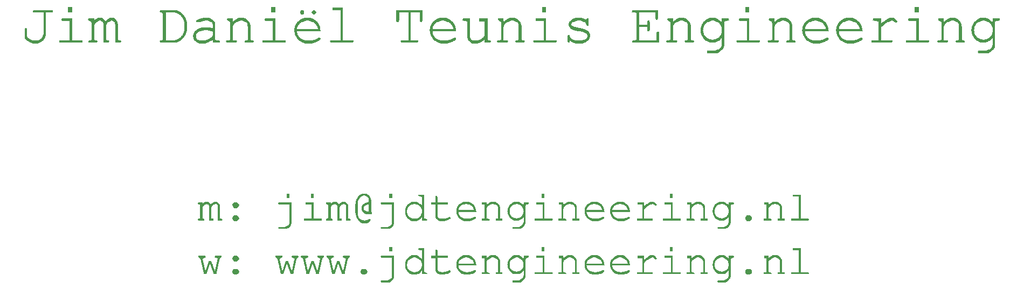
<source format=gbr>
G04 DipTrace 3.0.0.1*
G04 TopSilk.gbr*
%MOMM*%
G04 #@! TF.FileFunction,Legend,Top*
G04 #@! TF.Part,Single*
%ADD12C,0.076*%
%FSLAX35Y35*%
G04*
G71*
G90*
G75*
G01*
G04 TopSilk*
%LPD*%
X3988757Y6654000D2*
D12*
X4041957D1*
X7180757D2*
X7233957D1*
X11436757D2*
X11489957D1*
X14628757D2*
X14681957D1*
X17288757D2*
X17341957D1*
X3988757Y6646400D2*
X4041957D1*
X7180757D2*
X7233957D1*
X11436757D2*
X11489957D1*
X14628757D2*
X14681957D1*
X17288757D2*
X17341957D1*
X3988757Y6638800D2*
X4041957D1*
X7180757D2*
X7233957D1*
X8145957D2*
X8297957D1*
X11436757D2*
X11489957D1*
X14628757D2*
X14681957D1*
X17288757D2*
X17341957D1*
X3988757Y6631200D2*
X4041957D1*
X7180757D2*
X7233957D1*
X8142760D2*
X8297957D1*
X11436757D2*
X11489957D1*
X14628757D2*
X14681957D1*
X17288757D2*
X17341957D1*
X3988757Y6623600D2*
X4041957D1*
X7180757D2*
X7233957D1*
X8140858D2*
X8297957D1*
X11436757D2*
X11489957D1*
X14628757D2*
X14681957D1*
X17288757D2*
X17341957D1*
X3988757Y6616000D2*
X4041957D1*
X7180757D2*
X7233957D1*
X8142965D2*
X8297957D1*
X11436757D2*
X11489957D1*
X14628757D2*
X14681957D1*
X17288757D2*
X17341957D1*
X3988757Y6608400D2*
X4041957D1*
X7180757D2*
X7233957D1*
X8145957D2*
X8297957D1*
X11436757D2*
X11489957D1*
X14628757D2*
X14681957D1*
X17288757D2*
X17341957D1*
X3441557Y6600800D2*
X3737957D1*
X3988757D2*
X4041957D1*
X5432757D2*
X5683557D1*
X7180757D2*
X7233957D1*
X7644357D2*
X7674757D1*
X7834357D2*
X7857157D1*
X8267557D2*
X8297957D1*
X9141557D2*
X9544357D1*
X11436757D2*
X11489957D1*
X12850357D2*
X13245557D1*
X14628757D2*
X14681957D1*
X17288757D2*
X17341957D1*
X3438360Y6593200D2*
X3741154D1*
X3988757D2*
X4041957D1*
X5429305D2*
X5703659D1*
X7180757D2*
X7233957D1*
X7638250D2*
X7680863D1*
X7826166D2*
X7865348D1*
X8267557D2*
X8297957D1*
X9141557D2*
X9544357D1*
X11436757D2*
X11489957D1*
X12847081D2*
X13245557D1*
X14628757D2*
X14681957D1*
X17288757D2*
X17341957D1*
X3436458Y6585600D2*
X3743055D1*
X3988757D2*
X4041957D1*
X5426641D2*
X5721122D1*
X7180757D2*
X7233957D1*
X7633806D2*
X7685308D1*
X7819946D2*
X7871568D1*
X8267557D2*
X8297957D1*
X9141557D2*
X9544357D1*
X11436757D2*
X11489957D1*
X12845435D2*
X13245557D1*
X14628757D2*
X14681957D1*
X17288757D2*
X17341957D1*
X3438565Y6578000D2*
X3740949D1*
X3988757D2*
X4041957D1*
X5433749D2*
X5735635D1*
X7180757D2*
X7233957D1*
X7631290D2*
X7687823D1*
X7815163D2*
X7876351D1*
X8267557D2*
X8297957D1*
X9141557D2*
X9544357D1*
X11436757D2*
X11489957D1*
X12844775D2*
X13245557D1*
X14628757D2*
X14681957D1*
X17288757D2*
X17341957D1*
X3441557Y6570400D2*
X3737957D1*
X3988757D2*
X4041957D1*
X5448239D2*
X5747652D1*
X7180757D2*
X7233957D1*
X7630353D2*
X7688761D1*
X7813873D2*
X7877641D1*
X8267557D2*
X8297957D1*
X9141557D2*
X9544357D1*
X11436757D2*
X11489957D1*
X12879803D2*
X13245557D1*
X14628757D2*
X14681957D1*
X17288757D2*
X17341957D1*
X3601157Y6562800D2*
X3631557D1*
X5461629D2*
X5516357D1*
X5682033D2*
X5757645D1*
X7630398D2*
X7688715D1*
X7815831D2*
X7875683D1*
X8267557D2*
X8297957D1*
X9141557D2*
X9179557D1*
X9331557D2*
X9361957D1*
X9513957D2*
X9544357D1*
X12918757D2*
X12949157D1*
X13215157D2*
X13245557D1*
X3601157Y6555200D2*
X3631557D1*
X5471951D2*
X5516357D1*
X5701381D2*
X5766376D1*
X7633757D2*
X7685356D1*
X7818987D2*
X7872526D1*
X8267557D2*
X8297957D1*
X9141557D2*
X9179557D1*
X9331557D2*
X9361957D1*
X9513957D2*
X9544357D1*
X12918757D2*
X12949157D1*
X13215157D2*
X13245557D1*
X3601157Y6547600D2*
X3631557D1*
X5475326D2*
X5516357D1*
X5717861D2*
X5774457D1*
X7638664D2*
X7680449D1*
X7826111D2*
X7865402D1*
X8267557D2*
X8297957D1*
X9141557D2*
X9179557D1*
X9331557D2*
X9361957D1*
X9513957D2*
X9544357D1*
X12918757D2*
X12949157D1*
X13215157D2*
X13245557D1*
X3601157Y6540000D2*
X3631557D1*
X5477098D2*
X5516357D1*
X5731210D2*
X5782218D1*
X7644357D2*
X7674757D1*
X7834357D2*
X7857157D1*
X8267557D2*
X8297957D1*
X9141557D2*
X9179557D1*
X9331557D2*
X9361957D1*
X9513957D2*
X9544357D1*
X12918757D2*
X12949157D1*
X13215157D2*
X13245557D1*
X3601157Y6532400D2*
X3631557D1*
X5477875D2*
X5516357D1*
X5741909D2*
X5789622D1*
X8267557D2*
X8297957D1*
X9141557D2*
X9179557D1*
X9331557D2*
X9361957D1*
X9513957D2*
X9544357D1*
X12918757D2*
X12949157D1*
X13215157D2*
X13245557D1*
X3601157Y6524800D2*
X3631557D1*
X5478182D2*
X5516357D1*
X5750933D2*
X5796249D1*
X8267557D2*
X8297957D1*
X9141557D2*
X9179557D1*
X9331557D2*
X9361957D1*
X9513957D2*
X9544357D1*
X12918757D2*
X12949157D1*
X13215157D2*
X13245557D1*
X3601157Y6517200D2*
X3631557D1*
X5478296D2*
X5516357D1*
X5758881D2*
X5801770D1*
X8267557D2*
X8297957D1*
X9141557D2*
X9179557D1*
X9331557D2*
X9361957D1*
X9513957D2*
X9544357D1*
X12918757D2*
X12949157D1*
X13215157D2*
X13245557D1*
X3601157Y6509600D2*
X3631557D1*
X5478336D2*
X5516357D1*
X5765754D2*
X5806456D1*
X8267557D2*
X8297957D1*
X9141557D2*
X9179557D1*
X9331557D2*
X9361957D1*
X9513957D2*
X9544357D1*
X12918757D2*
X12949157D1*
X13215157D2*
X13245557D1*
X3601157Y6502000D2*
X3631557D1*
X5478350D2*
X5516357D1*
X5771593D2*
X5810881D1*
X8267557D2*
X8297957D1*
X9141557D2*
X9179557D1*
X9331557D2*
X9361957D1*
X9513957D2*
X9544357D1*
X12918757D2*
X12949157D1*
X13215157D2*
X13245557D1*
X3601157Y6494400D2*
X3631557D1*
X5478355D2*
X5516357D1*
X5777009D2*
X5815531D1*
X8267557D2*
X8297957D1*
X9141557D2*
X9179557D1*
X9331557D2*
X9361957D1*
X9513957D2*
X9544357D1*
X12918757D2*
X12949157D1*
X13215157D2*
X13245557D1*
X3601157Y6486800D2*
X3631557D1*
X5478356D2*
X5516357D1*
X5782296D2*
X5820248D1*
X8267557D2*
X8297957D1*
X9141557D2*
X9179557D1*
X9331557D2*
X9361957D1*
X9513957D2*
X9544357D1*
X12918757D2*
X12949157D1*
X13215186D2*
X13245527D1*
X3601157Y6479200D2*
X3631557D1*
X4459957D2*
X4513157D1*
X4642357D2*
X4695557D1*
X5478356D2*
X5516357D1*
X5787108D2*
X5824191D1*
X6109157D2*
X6192757D1*
X6671557D2*
X6739957D1*
X7697557D2*
X7788757D1*
X8267557D2*
X8297957D1*
X9141557D2*
X9179557D1*
X9331557D2*
X9361957D1*
X9513957D2*
X9544357D1*
X9825557D2*
X9916757D1*
X10927557D2*
X10995957D1*
X11961157D2*
X12044757D1*
X12918757D2*
X12949157D1*
X13215476D2*
X13245238D1*
X13587557D2*
X13655957D1*
X14066357D2*
X14142357D1*
X15183557D2*
X15251957D1*
X15677557D2*
X15768757D1*
X16209557D2*
X16300757D1*
X16893557D2*
X16946757D1*
X17843557D2*
X17911957D1*
X18322357D2*
X18398357D1*
X3601157Y6471600D2*
X3631557D1*
X3889957D2*
X4041957D1*
X4307957D2*
X4391557D1*
X4445901D2*
X4524265D1*
X4628650D2*
X4708974D1*
X5478357D2*
X5516357D1*
X5791440D2*
X5827382D1*
X6080310D2*
X6211146D1*
X6489157D2*
X6565157D1*
X6653138D2*
X6759769D1*
X7081957D2*
X7233957D1*
X7676540D2*
X7809774D1*
X8267557D2*
X8297957D1*
X9141557D2*
X9179557D1*
X9331557D2*
X9361957D1*
X9513957D2*
X9544357D1*
X9804540D2*
X9937774D1*
X10190357D2*
X10289157D1*
X10448757D2*
X10570357D1*
X10745157D2*
X10821157D1*
X10909138D2*
X11015769D1*
X11337957D2*
X11489957D1*
X11938970D2*
X12068705D1*
X12135957D2*
X12151157D1*
X12918757D2*
X12949157D1*
X13216650D2*
X13244063D1*
X13405157D2*
X13481157D1*
X13569138D2*
X13675769D1*
X14047938D2*
X14162459D1*
X14256357D2*
X14355157D1*
X14529957D2*
X14681957D1*
X15001157D2*
X15077157D1*
X15165138D2*
X15271769D1*
X15656540D2*
X15789774D1*
X16188540D2*
X16321774D1*
X16635157D2*
X16749157D1*
X16876053D2*
X16960463D1*
X17189957D2*
X17341957D1*
X17661157D2*
X17737157D1*
X17825138D2*
X17931769D1*
X18303938D2*
X18418459D1*
X18512357D2*
X18611157D1*
X3601157Y6464000D2*
X3631557D1*
X3886760D2*
X4041957D1*
X4304505D2*
X4391868D1*
X4432298D2*
X4534018D1*
X4616606D2*
X4720044D1*
X5478357D2*
X5516357D1*
X5795464D2*
X5830557D1*
X6053688D2*
X6227257D1*
X6485705D2*
X6565157D1*
X6636759D2*
X6776259D1*
X7078760D2*
X7233957D1*
X7657899D2*
X7828415D1*
X8267557D2*
X8297957D1*
X9141557D2*
X9179557D1*
X9331557D2*
X9361957D1*
X9513957D2*
X9544357D1*
X9785899D2*
X9956415D1*
X10187081D2*
X10289157D1*
X10445194D2*
X10570357D1*
X10741705D2*
X10821157D1*
X10892759D2*
X11032259D1*
X11334760D2*
X11489957D1*
X11919701D2*
X12089799D1*
X12129626D2*
X12154665D1*
X12918757D2*
X12949157D1*
X13219248D2*
X13241465D1*
X13401705D2*
X13481157D1*
X13552759D2*
X13692259D1*
X14031559D2*
X14179922D1*
X14256357D2*
X14358433D1*
X14526760D2*
X14681957D1*
X14997705D2*
X15077157D1*
X15148759D2*
X15288259D1*
X15637899D2*
X15808415D1*
X16169899D2*
X16340415D1*
X16631881D2*
X16749157D1*
X16860821D2*
X16972508D1*
X17186760D2*
X17341957D1*
X17657705D2*
X17737157D1*
X17808759D2*
X17948259D1*
X18287559D2*
X18435922D1*
X18512357D2*
X18614433D1*
X3601157Y6456400D2*
X3631557D1*
X3884858D2*
X4041957D1*
X4301841D2*
X4393048D1*
X4417910D2*
X4542485D1*
X4606401D2*
X4728338D1*
X5478357D2*
X5516357D1*
X5799124D2*
X5833952D1*
X6031171D2*
X6240475D1*
X6483041D2*
X6565157D1*
X6622573D2*
X6788949D1*
X7076858D2*
X7233957D1*
X7642272D2*
X7844041D1*
X8267557D2*
X8297957D1*
X9141586D2*
X9179527D1*
X9331557D2*
X9361957D1*
X9513957D2*
X9544357D1*
X9770272D2*
X9972041D1*
X10185435D2*
X10289157D1*
X10441157D2*
X10570357D1*
X10739041D2*
X10821157D1*
X10878573D2*
X11044949D1*
X11332858D2*
X11489957D1*
X11903558D2*
X12109198D1*
X12121943D2*
X12156848D1*
X12918757D2*
X12949157D1*
X13222757D2*
X13237957D1*
X13399041D2*
X13481157D1*
X13538573D2*
X13704949D1*
X14017373D2*
X14194435D1*
X14256357D2*
X14360078D1*
X14524858D2*
X14681957D1*
X14995041D2*
X15077157D1*
X15134573D2*
X15300949D1*
X15622272D2*
X15824041D1*
X16154272D2*
X16356041D1*
X16630235D2*
X16749157D1*
X16847483D2*
X16982623D1*
X17184858D2*
X17341957D1*
X17655041D2*
X17737157D1*
X17794573D2*
X17960949D1*
X18273373D2*
X18450435D1*
X18512357D2*
X18616078D1*
X3601157Y6448800D2*
X3631557D1*
X3886965D2*
X4041957D1*
X4308949D2*
X4395648D1*
X4401558D2*
X4549890D1*
X4596988D2*
X4734956D1*
X5478357D2*
X5516357D1*
X5802239D2*
X5837290D1*
X6014603D2*
X6251130D1*
X6490149D2*
X6565186D1*
X6610068D2*
X6798988D1*
X7078965D2*
X7233957D1*
X7629052D2*
X7857261D1*
X8267557D2*
X8297957D1*
X9141854D2*
X9179260D1*
X9331557D2*
X9361957D1*
X9513986D2*
X9544327D1*
X9757052D2*
X9985261D1*
X10184775D2*
X10289157D1*
X10444693D2*
X10570357D1*
X10746149D2*
X10821186D1*
X10866068D2*
X11054988D1*
X11334965D2*
X11489957D1*
X11890493D2*
X12157952D1*
X12918757D2*
X12949157D1*
X13406149D2*
X13481186D1*
X13526068D2*
X13714988D1*
X14004897D2*
X14206452D1*
X14256357D2*
X14360738D1*
X14526965D2*
X14681957D1*
X15002149D2*
X15077186D1*
X15122068D2*
X15310988D1*
X15609052D2*
X15837261D1*
X16141052D2*
X16369261D1*
X16629575D2*
X16749157D1*
X16835241D2*
X16991161D1*
X17186965D2*
X17341957D1*
X17662149D2*
X17737186D1*
X17782068D2*
X17970988D1*
X18260897D2*
X18462452D1*
X18512357D2*
X18616738D1*
X3601157Y6441200D2*
X3631557D1*
X3889957D2*
X4041957D1*
X4323439D2*
X4461450D1*
X4503774D2*
X4556979D1*
X4586504D2*
X4650276D1*
X4686433D2*
X4740766D1*
X5478357D2*
X5516357D1*
X5804929D2*
X5840016D1*
X6002625D2*
X6109468D1*
X6190944D2*
X6260139D1*
X6504639D2*
X6565476D1*
X6598791D2*
X6673340D1*
X6737259D2*
X6807389D1*
X7081957D2*
X7233957D1*
X7617729D2*
X7708174D1*
X7778140D2*
X7868584D1*
X8267557D2*
X8297957D1*
X9142828D2*
X9178286D1*
X9331557D2*
X9361957D1*
X9514276D2*
X9544038D1*
X9745729D2*
X9836174D1*
X9906140D2*
X9996584D1*
X10219803D2*
X10289157D1*
X10447042D2*
X10570357D1*
X10760639D2*
X10821476D1*
X10854791D2*
X10929340D1*
X10993259D2*
X11063389D1*
X11337957D2*
X11489957D1*
X11880198D2*
X11964433D1*
X12051718D2*
X12158442D1*
X12918757D2*
X12949157D1*
X13093557D2*
X13108757D1*
X13420639D2*
X13481476D1*
X13514791D2*
X13589340D1*
X13653259D2*
X13723389D1*
X13993940D2*
X14075480D1*
X14140833D2*
X14216475D1*
X14256327D2*
X14325710D1*
X14529957D2*
X14681957D1*
X15016639D2*
X15077476D1*
X15110791D2*
X15185340D1*
X15249259D2*
X15319389D1*
X15597729D2*
X15688174D1*
X15758140D2*
X15848584D1*
X16129729D2*
X16220174D1*
X16290140D2*
X16380584D1*
X16671728D2*
X16749157D1*
X16823763D2*
X16902940D1*
X16945263D2*
X16998000D1*
X17189957D2*
X17341957D1*
X17676639D2*
X17737476D1*
X17770791D2*
X17845340D1*
X17909259D2*
X17979389D1*
X18249940D2*
X18331480D1*
X18396833D2*
X18472475D1*
X18512327D2*
X18581710D1*
X3601157Y6433600D2*
X3631557D1*
X4011557D2*
X4041957D1*
X4336829D2*
X4449406D1*
X4514815D2*
X4564992D1*
X4573489D2*
X4636347D1*
X4698211D2*
X4745757D1*
X5478357D2*
X5516357D1*
X5807613D2*
X5841690D1*
X5998994D2*
X6080248D1*
X6209318D2*
X6268083D1*
X6518029D2*
X6566650D1*
X6588074D2*
X6654699D1*
X6754693D2*
X6814416D1*
X7203557D2*
X7233957D1*
X7608056D2*
X7684381D1*
X7801932D2*
X7878228D1*
X8267557D2*
X8297957D1*
X9144712D2*
X9176401D1*
X9331557D2*
X9361957D1*
X9515450D2*
X9542863D1*
X9736056D2*
X9812381D1*
X9929932D2*
X10006228D1*
X10258757D2*
X10289157D1*
X10532357D2*
X10570357D1*
X10774029D2*
X10822650D1*
X10844074D2*
X10910699D1*
X11010693D2*
X11070416D1*
X11459557D2*
X11489957D1*
X11872206D2*
X11941377D1*
X12071976D2*
X12158640D1*
X12918757D2*
X12949157D1*
X13090048D2*
X13112265D1*
X13434029D2*
X13482650D1*
X13504074D2*
X13570699D1*
X13670693D2*
X13730416D1*
X13984671D2*
X14056132D1*
X14160181D2*
X14225495D1*
X14256038D2*
X14286757D1*
X14651557D2*
X14681957D1*
X15030029D2*
X15078650D1*
X15100074D2*
X15166699D1*
X15266693D2*
X15326416D1*
X15588056D2*
X15664381D1*
X15781932D2*
X15858228D1*
X16120056D2*
X16196381D1*
X16313932D2*
X16390228D1*
X16718757D2*
X16749157D1*
X16813192D2*
X16884299D1*
X16957308D2*
X17003408D1*
X17311557D2*
X17341957D1*
X17690029D2*
X17738650D1*
X17760074D2*
X17826699D1*
X17926693D2*
X17986416D1*
X18240671D2*
X18312132D1*
X18416181D2*
X18481495D1*
X18512038D2*
X18542757D1*
X3601157Y6426000D2*
X3631557D1*
X4011557D2*
X4041957D1*
X4347151D2*
X4439260D1*
X4522871D2*
X4624234D1*
X4707358D2*
X4749900D1*
X5478357D2*
X5516357D1*
X5809945D2*
X5842567D1*
X6000318D2*
X6052448D1*
X6223946D2*
X6274925D1*
X6528351D2*
X6569248D1*
X6576884D2*
X6639072D1*
X6768938D2*
X6820088D1*
X7203557D2*
X7233957D1*
X7599488D2*
X7665326D1*
X7820957D2*
X7886558D1*
X8267557D2*
X8297957D1*
X9146974D2*
X9174139D1*
X9331557D2*
X9361957D1*
X9518048D2*
X9540265D1*
X9727488D2*
X9793326D1*
X9948957D2*
X10014558D1*
X10258757D2*
X10289157D1*
X10532357D2*
X10570357D1*
X10784351D2*
X10825248D1*
X10832884D2*
X10895072D1*
X11024938D2*
X11076088D1*
X11459557D2*
X11489957D1*
X11866133D2*
X11923473D1*
X12088573D2*
X12158716D1*
X12918757D2*
X12949157D1*
X13087866D2*
X13114448D1*
X13444351D2*
X13485248D1*
X13492884D2*
X13555072D1*
X13684938D2*
X13736088D1*
X13977095D2*
X14039652D1*
X14176661D2*
X14234752D1*
X14254863D2*
X14286757D1*
X14651557D2*
X14681957D1*
X15040351D2*
X15081248D1*
X15088884D2*
X15151072D1*
X15280938D2*
X15332088D1*
X15579488D2*
X15645326D1*
X15800957D2*
X15866558D1*
X16111488D2*
X16177326D1*
X16332957D2*
X16398558D1*
X16718757D2*
X16749157D1*
X16803570D2*
X16868642D1*
X16967461D2*
X17004936D1*
X17311557D2*
X17341957D1*
X17700351D2*
X17741248D1*
X17748884D2*
X17811072D1*
X17940938D2*
X17992088D1*
X18233095D2*
X18295652D1*
X18432661D2*
X18490752D1*
X18510863D2*
X18542757D1*
X3601157Y6418400D2*
X3631557D1*
X4011557D2*
X4041957D1*
X4350526D2*
X4430426D1*
X4528758D2*
X4614098D1*
X4714075D2*
X4753014D1*
X5478357D2*
X5516357D1*
X5811425D2*
X5843210D1*
X6002757D2*
X6025557D1*
X6235079D2*
X6280497D1*
X6531726D2*
X6625852D1*
X6779987D2*
X6824798D1*
X7203557D2*
X7233957D1*
X7591724D2*
X7650506D1*
X7835540D2*
X7893620D1*
X8267557D2*
X8297957D1*
X9149157D2*
X9171957D1*
X9331557D2*
X9361957D1*
X9521557D2*
X9536757D1*
X9719724D2*
X9778506D1*
X9963540D2*
X10021620D1*
X10258757D2*
X10289157D1*
X10532357D2*
X10570357D1*
X10787726D2*
X10881852D1*
X11035987D2*
X11080798D1*
X11459557D2*
X11489957D1*
X11861485D2*
X11910016D1*
X12101036D2*
X12158743D1*
X12918757D2*
X12949157D1*
X13086761D2*
X13115552D1*
X13447726D2*
X13541852D1*
X13695987D2*
X13740798D1*
X13970933D2*
X14026304D1*
X14190010D2*
X14245145D1*
X14252265D2*
X14286757D1*
X14651557D2*
X14681957D1*
X15043726D2*
X15137852D1*
X15291987D2*
X15336798D1*
X15571724D2*
X15630506D1*
X15815540D2*
X15873620D1*
X16103724D2*
X16162506D1*
X16347540D2*
X16405620D1*
X16718757D2*
X16749186D1*
X16794096D2*
X16855155D1*
X16976354D2*
X17002901D1*
X17311557D2*
X17341957D1*
X17703726D2*
X17797852D1*
X17951987D2*
X17996798D1*
X18226933D2*
X18282304D1*
X18446010D2*
X18501145D1*
X18508265D2*
X18542757D1*
X3601157Y6410800D2*
X3631557D1*
X4011557D2*
X4041957D1*
X4352298D2*
X4422322D1*
X4533449D2*
X4605525D1*
X4718995D2*
X4755101D1*
X5478357D2*
X5516357D1*
X5812189D2*
X5844332D1*
X6243455D2*
X6284914D1*
X6533498D2*
X6614529D1*
X6788130D2*
X6828975D1*
X7203557D2*
X7233957D1*
X7584921D2*
X7638571D1*
X7846774D2*
X7899542D1*
X8267557D2*
X8297957D1*
X9331557D2*
X9361957D1*
X9712921D2*
X9766571D1*
X9974774D2*
X10027542D1*
X10258757D2*
X10289157D1*
X10532357D2*
X10570357D1*
X10789498D2*
X10870529D1*
X11044130D2*
X11084975D1*
X11459557D2*
X11489957D1*
X11857943D2*
X11900277D1*
X12110118D2*
X12158752D1*
X12918757D2*
X12949157D1*
X13086271D2*
X13116042D1*
X13449498D2*
X13530529D1*
X13704130D2*
X13744975D1*
X13965384D2*
X14015604D1*
X14200709D2*
X14286757D1*
X14651557D2*
X14681957D1*
X15045498D2*
X15126529D1*
X15300130D2*
X15340975D1*
X15564921D2*
X15618571D1*
X15826774D2*
X15879542D1*
X16096921D2*
X16150571D1*
X16358774D2*
X16411542D1*
X16718757D2*
X16749476D1*
X16783998D2*
X16842864D1*
X16984757D2*
X16999957D1*
X17311557D2*
X17341957D1*
X17705498D2*
X17786529D1*
X17960130D2*
X18000975D1*
X18221384D2*
X18271604D1*
X18456709D2*
X18542757D1*
X3601157Y6403200D2*
X3631557D1*
X4011557D2*
X4041957D1*
X4353075D2*
X4414776D1*
X4537343D2*
X4598358D1*
X4722397D2*
X4756972D1*
X5478357D2*
X5516357D1*
X5812533D2*
X5846210D1*
X6249686D2*
X6288114D1*
X6534275D2*
X6604856D1*
X6794615D2*
X6832693D1*
X7203557D2*
X7233957D1*
X7579107D2*
X7628454D1*
X7856039D2*
X7904991D1*
X8267557D2*
X8297957D1*
X9331557D2*
X9361957D1*
X9707107D2*
X9756454D1*
X9984039D2*
X10032991D1*
X10258757D2*
X10289157D1*
X10532357D2*
X10570357D1*
X10790275D2*
X10860856D1*
X11050615D2*
X11088693D1*
X11459557D2*
X11489957D1*
X11855083D2*
X11893605D1*
X12116672D2*
X12158755D1*
X12918757D2*
X12949157D1*
X13086073D2*
X13116240D1*
X13450275D2*
X13520856D1*
X13710615D2*
X13748693D1*
X13960016D2*
X14006551D1*
X14209733D2*
X14286757D1*
X14651557D2*
X14681957D1*
X15046275D2*
X15116856D1*
X15306615D2*
X15344693D1*
X15559107D2*
X15608454D1*
X15836039D2*
X15884991D1*
X16091107D2*
X16140454D1*
X16368039D2*
X16416991D1*
X16718757D2*
X16750650D1*
X16773100D2*
X16831370D1*
X17311557D2*
X17341957D1*
X17706275D2*
X17776856D1*
X17966615D2*
X18004693D1*
X18216016D2*
X18262551D1*
X18465733D2*
X18542757D1*
X3601157Y6395600D2*
X3631557D1*
X4011557D2*
X4041957D1*
X4353382D2*
X4408095D1*
X4540289D2*
X4592395D1*
X4724337D2*
X4759189D1*
X5478357D2*
X5516357D1*
X5812673D2*
X5848180D1*
X6254364D2*
X6289979D1*
X6534582D2*
X6596288D1*
X6800106D2*
X6835828D1*
X7203557D2*
X7233957D1*
X7573700D2*
X7620030D1*
X7864305D2*
X7910290D1*
X8267557D2*
X8297957D1*
X9331557D2*
X9361957D1*
X9701700D2*
X9748030D1*
X9992305D2*
X10038290D1*
X10258757D2*
X10289157D1*
X10532357D2*
X10570357D1*
X10790582D2*
X10852288D1*
X11056106D2*
X11091828D1*
X11459557D2*
X11489957D1*
X11852364D2*
X11889339D1*
X12121514D2*
X12158727D1*
X12918757D2*
X12949157D1*
X13085998D2*
X13116316D1*
X13450582D2*
X13512288D1*
X13716106D2*
X13751828D1*
X13954948D2*
X13998366D1*
X14217681D2*
X14286757D1*
X14651557D2*
X14681957D1*
X15046582D2*
X15108288D1*
X15312106D2*
X15347828D1*
X15553700D2*
X15600030D1*
X15844305D2*
X15890290D1*
X16085700D2*
X16132030D1*
X16376305D2*
X16422290D1*
X16718757D2*
X16753248D1*
X16761400D2*
X16820824D1*
X17311557D2*
X17341957D1*
X17706582D2*
X17768288D1*
X17972106D2*
X18007828D1*
X18210948D2*
X18254366D1*
X18473681D2*
X18542757D1*
X3601157Y6388000D2*
X3631557D1*
X4011557D2*
X4041957D1*
X4353496D2*
X4402584D1*
X4542045D2*
X4586961D1*
X4725284D2*
X4761297D1*
X5478357D2*
X5516357D1*
X5812727D2*
X5849513D1*
X6257662D2*
X6290898D1*
X6534696D2*
X6588524D1*
X6804105D2*
X6838525D1*
X7203557D2*
X7233957D1*
X7568415D2*
X7612813D1*
X7871908D2*
X7915106D1*
X8267557D2*
X8297957D1*
X9331557D2*
X9361957D1*
X9696415D2*
X9740813D1*
X9999908D2*
X10043106D1*
X10258757D2*
X10289157D1*
X10532357D2*
X10570357D1*
X10790696D2*
X10844524D1*
X11060105D2*
X11094525D1*
X11459557D2*
X11489957D1*
X11850277D2*
X11887048D1*
X12125153D2*
X12158437D1*
X12918757D2*
X12949157D1*
X13085971D2*
X13116343D1*
X13450696D2*
X13504524D1*
X13720105D2*
X13754525D1*
X13949908D2*
X13990791D1*
X14224524D2*
X14286757D1*
X14651557D2*
X14681957D1*
X15046696D2*
X15100524D1*
X15316105D2*
X15350525D1*
X15548415D2*
X15592813D1*
X15851908D2*
X15895106D1*
X16080415D2*
X16124813D1*
X16383908D2*
X16427106D1*
X16718757D2*
X16811438D1*
X17311557D2*
X17341957D1*
X17706696D2*
X17760524D1*
X17976105D2*
X18010525D1*
X18205908D2*
X18246791D1*
X18480524D2*
X18542757D1*
X3601157Y6380400D2*
X3631557D1*
X4011557D2*
X4041957D1*
X4353536D2*
X4398188D1*
X4542922D2*
X4581923D1*
X4725696D2*
X4762683D1*
X5478357D2*
X5516357D1*
X5812746D2*
X5850220D1*
X6259561D2*
X6291300D1*
X6534736D2*
X6581751D1*
X6806420D2*
X6841212D1*
X7203557D2*
X7233957D1*
X7563635D2*
X7606002D1*
X7878638D2*
X7919439D1*
X8267557D2*
X8297957D1*
X9331557D2*
X9361957D1*
X9691635D2*
X9734002D1*
X10006638D2*
X10047439D1*
X10258757D2*
X10289157D1*
X10532357D2*
X10570357D1*
X10790736D2*
X10837751D1*
X11062420D2*
X11097212D1*
X11459557D2*
X11489957D1*
X11849136D2*
X11886246D1*
X12128251D2*
X12157263D1*
X12918757D2*
X12949157D1*
X13085961D2*
X13116352D1*
X13450736D2*
X13497751D1*
X13722420D2*
X13757212D1*
X13945000D2*
X13984100D1*
X14230126D2*
X14286757D1*
X14651557D2*
X14681957D1*
X15046736D2*
X15093751D1*
X15318420D2*
X15353212D1*
X15543635D2*
X15586002D1*
X15858638D2*
X15899439D1*
X16075635D2*
X16118002D1*
X16390638D2*
X16431439D1*
X16718757D2*
X16802695D1*
X17311557D2*
X17341957D1*
X17706736D2*
X17753751D1*
X17978420D2*
X18013212D1*
X18201000D2*
X18240100D1*
X18486126D2*
X18542757D1*
X3601157Y6372800D2*
X3631557D1*
X4011557D2*
X4041957D1*
X4353550D2*
X4394996D1*
X4543309D2*
X4578104D1*
X4725861D2*
X4763410D1*
X5478357D2*
X5516357D1*
X5812753D2*
X5850543D1*
X6260492D2*
X6291462D1*
X6534750D2*
X6576204D1*
X6807552D2*
X6843544D1*
X7203557D2*
X7233957D1*
X7559540D2*
X7599747D1*
X7884424D2*
X7923464D1*
X8267557D2*
X8297957D1*
X9331557D2*
X9361957D1*
X9687540D2*
X9727747D1*
X10012424D2*
X10051464D1*
X10258757D2*
X10289157D1*
X10532357D2*
X10570357D1*
X10790750D2*
X10832204D1*
X11063552D2*
X11099544D1*
X11459557D2*
X11489957D1*
X11850686D2*
X11886371D1*
X12131833D2*
X12154665D1*
X12918757D2*
X13116355D1*
X13450750D2*
X13492204D1*
X13723552D2*
X13759544D1*
X13940974D2*
X13978585D1*
X14234811D2*
X14286757D1*
X14651557D2*
X14681957D1*
X15046750D2*
X15088204D1*
X15319552D2*
X15355544D1*
X15539540D2*
X15579747D1*
X15864424D2*
X15903464D1*
X16071540D2*
X16111747D1*
X16396424D2*
X16435464D1*
X16718757D2*
X16793739D1*
X17311557D2*
X17341957D1*
X17706750D2*
X17748204D1*
X17979552D2*
X18015544D1*
X18196974D2*
X18234585D1*
X18490811D2*
X18542757D1*
X3601157Y6365200D2*
X3631557D1*
X4011557D2*
X4041957D1*
X4353555D2*
X4393134D1*
X4543465D2*
X4575857D1*
X4725923D2*
X4763740D1*
X5478357D2*
X5516357D1*
X5812756D2*
X5850677D1*
X6260898D2*
X6291523D1*
X6534755D2*
X6571795D1*
X6808045D2*
X6845025D1*
X7203557D2*
X7233957D1*
X7556217D2*
X7594441D1*
X7889790D2*
X7927124D1*
X8267557D2*
X8297957D1*
X9331557D2*
X9361957D1*
X9684217D2*
X9722441D1*
X10017790D2*
X10055124D1*
X10258757D2*
X10289157D1*
X10532357D2*
X10570357D1*
X10790755D2*
X10827795D1*
X11064045D2*
X11101025D1*
X11459557D2*
X11489957D1*
X11852673D2*
X11889833D1*
X12135957D2*
X12151157D1*
X12918757D2*
X13116356D1*
X13450755D2*
X13487795D1*
X13724045D2*
X13761025D1*
X13937780D2*
X13974159D1*
X14238979D2*
X14286757D1*
X14651557D2*
X14681957D1*
X15046755D2*
X15083795D1*
X15320045D2*
X15357025D1*
X15536217D2*
X15574441D1*
X15869790D2*
X15907124D1*
X16068217D2*
X16106441D1*
X16401790D2*
X16439124D1*
X16718757D2*
X16784163D1*
X17311557D2*
X17341957D1*
X17706755D2*
X17743795D1*
X17980045D2*
X18017025D1*
X18193780D2*
X18230159D1*
X18494979D2*
X18542757D1*
X3601157Y6357600D2*
X3631557D1*
X4011557D2*
X4041957D1*
X4353556D2*
X4392215D1*
X4543524D2*
X4574749D1*
X4725945D2*
X4763876D1*
X5478357D2*
X5516357D1*
X5812756D2*
X5850728D1*
X6261062D2*
X6291545D1*
X6534756D2*
X6568598D1*
X6808242D2*
X6845789D1*
X7203557D2*
X7233957D1*
X7553439D2*
X7590104D1*
X7894833D2*
X7930239D1*
X8267557D2*
X8297957D1*
X9331557D2*
X9361957D1*
X9681439D2*
X9718104D1*
X10022833D2*
X10058239D1*
X10258757D2*
X10289157D1*
X10532357D2*
X10570357D1*
X10790756D2*
X10824598D1*
X11064242D2*
X11101789D1*
X11459557D2*
X11489957D1*
X11854885D2*
X11895547D1*
X12918757D2*
X13116357D1*
X13450756D2*
X13484598D1*
X13724242D2*
X13761789D1*
X13934860D2*
X13970699D1*
X14242694D2*
X14286757D1*
X14651557D2*
X14681957D1*
X15046756D2*
X15080598D1*
X15320242D2*
X15357789D1*
X15533439D2*
X15570104D1*
X15874833D2*
X15910239D1*
X16065439D2*
X16102104D1*
X16406833D2*
X16442239D1*
X16718757D2*
X16774585D1*
X17311557D2*
X17341957D1*
X17706756D2*
X17740598D1*
X17980242D2*
X18017789D1*
X18190860D2*
X18226699D1*
X18498694D2*
X18542757D1*
X3601157Y6350000D2*
X3631557D1*
X4011557D2*
X4041957D1*
X4353556D2*
X4391813D1*
X4543546D2*
X4574264D1*
X4725953D2*
X4763928D1*
X5478357D2*
X5516357D1*
X5812757D2*
X5850747D1*
X6261123D2*
X6291553D1*
X6534756D2*
X6566734D1*
X6808316D2*
X6846133D1*
X7203557D2*
X7233957D1*
X7550720D2*
X7586679D1*
X7898911D2*
X7932929D1*
X8267557D2*
X8297957D1*
X9331557D2*
X9361957D1*
X9678720D2*
X9714679D1*
X10026911D2*
X10060929D1*
X10258757D2*
X10289157D1*
X10532357D2*
X10570357D1*
X10790756D2*
X10822734D1*
X11064316D2*
X11102133D1*
X11459557D2*
X11489957D1*
X11857661D2*
X11904860D1*
X12918757D2*
X13116357D1*
X13450756D2*
X13482734D1*
X13724316D2*
X13762133D1*
X13932399D2*
X13967868D1*
X14245829D2*
X14286757D1*
X14651557D2*
X14681957D1*
X15046756D2*
X15078734D1*
X15320316D2*
X15358133D1*
X15530720D2*
X15566679D1*
X15878911D2*
X15912929D1*
X16062720D2*
X16098679D1*
X16410911D2*
X16444929D1*
X16718757D2*
X16765935D1*
X17311557D2*
X17341957D1*
X17706756D2*
X17738734D1*
X17980316D2*
X18018133D1*
X18188399D2*
X18223868D1*
X18501829D2*
X18542757D1*
X3601157Y6342400D2*
X3631557D1*
X4011557D2*
X4041957D1*
X4353557D2*
X4391651D1*
X4543553D2*
X4574070D1*
X4725955D2*
X4763947D1*
X5478357D2*
X5516357D1*
X5812757D2*
X5850753D1*
X6261116D2*
X6291555D1*
X6534757D2*
X6565816D1*
X6808343D2*
X6846273D1*
X7203557D2*
X7233957D1*
X7548375D2*
X7583861D1*
X7902123D2*
X7935613D1*
X8267557D2*
X8297957D1*
X9331557D2*
X9361957D1*
X9676375D2*
X9711861D1*
X10030123D2*
X10063613D1*
X10258757D2*
X10289157D1*
X10532357D2*
X10570357D1*
X10790757D2*
X10821816D1*
X11064343D2*
X11102273D1*
X11459557D2*
X11489957D1*
X11861179D2*
X11920488D1*
X12918757D2*
X13116357D1*
X13450757D2*
X13481816D1*
X13724343D2*
X13762273D1*
X13930613D2*
X13965130D1*
X14248525D2*
X14286757D1*
X14651557D2*
X14681957D1*
X15046757D2*
X15077816D1*
X15320343D2*
X15358273D1*
X15528375D2*
X15563861D1*
X15882123D2*
X15915613D1*
X16060375D2*
X16095861D1*
X16414123D2*
X16447613D1*
X16718757D2*
X16758888D1*
X17311557D2*
X17341957D1*
X17706757D2*
X17737816D1*
X17980343D2*
X18018273D1*
X18186613D2*
X18221130D1*
X18504525D2*
X18542757D1*
X3601157Y6334800D2*
X3631557D1*
X4011557D2*
X4041957D1*
X4353557D2*
X4391590D1*
X4543555D2*
X4573997D1*
X4725956D2*
X4763953D1*
X5478357D2*
X5516357D1*
X5812757D2*
X5850756D1*
X6260834D2*
X6291556D1*
X6534757D2*
X6565413D1*
X6808352D2*
X6846327D1*
X7203557D2*
X7233957D1*
X7546861D2*
X7581127D1*
X7905050D2*
X7937945D1*
X8267557D2*
X8297957D1*
X9331557D2*
X9361957D1*
X9674861D2*
X9709127D1*
X10033050D2*
X10065945D1*
X10258757D2*
X10289157D1*
X10532357D2*
X10570357D1*
X10790757D2*
X10821413D1*
X11064352D2*
X11102327D1*
X11459557D2*
X11489957D1*
X11865717D2*
X11945437D1*
X12918757D2*
X12949157D1*
X13085957D2*
X13116357D1*
X13450757D2*
X13481413D1*
X13724352D2*
X13762327D1*
X13928867D2*
X13962779D1*
X14251212D2*
X14286757D1*
X14651557D2*
X14681957D1*
X15046757D2*
X15077413D1*
X15320352D2*
X15358327D1*
X15526861D2*
X15561127D1*
X15885050D2*
X15917945D1*
X16058861D2*
X16093127D1*
X16417050D2*
X16449945D1*
X16718757D2*
X16753256D1*
X17311557D2*
X17341957D1*
X17706757D2*
X17737413D1*
X17980352D2*
X18018327D1*
X18184867D2*
X18218779D1*
X18507212D2*
X18542757D1*
X3601157Y6327200D2*
X3631557D1*
X4011557D2*
X4041957D1*
X4353557D2*
X4391568D1*
X4543556D2*
X4573970D1*
X4725957D2*
X4763956D1*
X5478357D2*
X5516357D1*
X5812757D2*
X5850727D1*
X6086357D2*
X6200357D1*
X6259662D2*
X6291557D1*
X6534757D2*
X6565251D1*
X6808355D2*
X6846346D1*
X7203557D2*
X7233957D1*
X7545828D2*
X7578778D1*
X7907484D2*
X7939425D1*
X8267557D2*
X8297957D1*
X9331557D2*
X9361957D1*
X9673828D2*
X9706778D1*
X10035484D2*
X10067425D1*
X10258757D2*
X10289157D1*
X10532357D2*
X10570357D1*
X10790757D2*
X10821251D1*
X11064355D2*
X11102346D1*
X11459557D2*
X11489957D1*
X11871565D2*
X11979869D1*
X12918757D2*
X12949157D1*
X13085957D2*
X13116357D1*
X13450757D2*
X13481251D1*
X13724355D2*
X13762346D1*
X13926698D2*
X13961291D1*
X14253544D2*
X14286757D1*
X14651557D2*
X14681957D1*
X15046757D2*
X15077251D1*
X15320355D2*
X15358346D1*
X15525828D2*
X15558778D1*
X15887484D2*
X15919425D1*
X16057828D2*
X16090778D1*
X16419484D2*
X16451425D1*
X16718757D2*
X16751151D1*
X17311557D2*
X17341957D1*
X17706757D2*
X17737251D1*
X17980355D2*
X18018346D1*
X18182698D2*
X18217291D1*
X18509544D2*
X18542757D1*
X3312357Y6319600D2*
X3327557D1*
X3601157D2*
X3631557D1*
X4011557D2*
X4041957D1*
X4353557D2*
X4391560D1*
X4543557D2*
X4573961D1*
X4725957D2*
X4763956D1*
X5478357D2*
X5516357D1*
X5812757D2*
X5850460D1*
X6061832D2*
X6245957D1*
X6257065D2*
X6291557D1*
X6534757D2*
X6565190D1*
X6808356D2*
X6846353D1*
X7203557D2*
X7233957D1*
X7544516D2*
X7577285D1*
X7909009D2*
X7940189D1*
X8267557D2*
X8297957D1*
X9331557D2*
X9361957D1*
X9672516D2*
X9705285D1*
X10037009D2*
X10068189D1*
X10258757D2*
X10289157D1*
X10532357D2*
X10570357D1*
X10790757D2*
X10821190D1*
X11064356D2*
X11102353D1*
X11459557D2*
X11489957D1*
X11878859D2*
X12018770D1*
X12918757D2*
X12949157D1*
X13085957D2*
X13116357D1*
X13450757D2*
X13481190D1*
X13724356D2*
X13762353D1*
X13924607D2*
X13960496D1*
X14255025D2*
X14286757D1*
X14651557D2*
X14681957D1*
X15046757D2*
X15077190D1*
X15320356D2*
X15358353D1*
X15524516D2*
X15557285D1*
X15889009D2*
X15920189D1*
X16056516D2*
X16089285D1*
X16421009D2*
X16452189D1*
X16718757D2*
X16750007D1*
X17311557D2*
X17341957D1*
X17706757D2*
X17737190D1*
X17980356D2*
X18018353D1*
X18180607D2*
X18216496D1*
X18511025D2*
X18542757D1*
X3308848Y6312000D2*
X3331065D1*
X3601157D2*
X3631557D1*
X4011557D2*
X4041957D1*
X4353557D2*
X4391558D1*
X4543557D2*
X4573958D1*
X4725957D2*
X4763957D1*
X5478357D2*
X5516357D1*
X5812757D2*
X5849491D1*
X6041008D2*
X6291557D1*
X6534757D2*
X6565168D1*
X6808357D2*
X6846356D1*
X7203557D2*
X7233957D1*
X7542555D2*
X7576478D1*
X7909829D2*
X7940562D1*
X8267557D2*
X8297957D1*
X9331557D2*
X9361957D1*
X9670555D2*
X9704478D1*
X10037829D2*
X10068562D1*
X10258757D2*
X10289157D1*
X10532357D2*
X10570357D1*
X10790757D2*
X10821168D1*
X11064357D2*
X11102356D1*
X11459557D2*
X11489957D1*
X11888683D2*
X12054837D1*
X12918757D2*
X12949157D1*
X13085957D2*
X13116357D1*
X13450757D2*
X13481168D1*
X13724357D2*
X13762356D1*
X13923227D2*
X13959862D1*
X14255789D2*
X14286757D1*
X14651557D2*
X14681957D1*
X15046757D2*
X15077168D1*
X15320357D2*
X15358356D1*
X15522555D2*
X15556478D1*
X15889829D2*
X15920562D1*
X16054555D2*
X16088478D1*
X16421829D2*
X16452562D1*
X16718757D2*
X16749490D1*
X17311557D2*
X17341957D1*
X17706757D2*
X17737168D1*
X17980357D2*
X18018356D1*
X18179227D2*
X18215862D1*
X18511789D2*
X18542757D1*
X3306666Y6304400D2*
X3333248D1*
X3601157D2*
X3631557D1*
X4011557D2*
X4041957D1*
X4353557D2*
X4391557D1*
X4543557D2*
X4573957D1*
X4725957D2*
X4763957D1*
X5478357D2*
X5516357D1*
X5812757D2*
X5847671D1*
X6024277D2*
X6291557D1*
X6534757D2*
X6565160D1*
X6808357D2*
X6846356D1*
X7203557D2*
X7233957D1*
X7540552D2*
X7940970D1*
X8267557D2*
X8297957D1*
X9331557D2*
X9361957D1*
X9668552D2*
X10068970D1*
X10258757D2*
X10289157D1*
X10532357D2*
X10570357D1*
X10790757D2*
X10821160D1*
X11064357D2*
X11102356D1*
X11459557D2*
X11489957D1*
X11903244D2*
X12083893D1*
X12918757D2*
X12949157D1*
X13085986D2*
X13116327D1*
X13450757D2*
X13481160D1*
X13724357D2*
X13762356D1*
X13922502D2*
X13958546D1*
X14256133D2*
X14286757D1*
X14651557D2*
X14681957D1*
X15046757D2*
X15077160D1*
X15320357D2*
X15358356D1*
X15520552D2*
X15920970D1*
X16052552D2*
X16452970D1*
X16718757D2*
X16749280D1*
X17311557D2*
X17341957D1*
X17706757D2*
X17737160D1*
X17980357D2*
X18018356D1*
X18178502D2*
X18214546D1*
X18512133D2*
X18542757D1*
X3305561Y6296800D2*
X3334352D1*
X3601157D2*
X3631557D1*
X4011557D2*
X4041957D1*
X4353557D2*
X4391557D1*
X4543557D2*
X4573957D1*
X4725957D2*
X4763957D1*
X5478357D2*
X5516357D1*
X5812727D2*
X5845722D1*
X6010596D2*
X6291557D1*
X6534757D2*
X6565158D1*
X6808357D2*
X6846357D1*
X7203557D2*
X7233957D1*
X7539237D2*
X7941998D1*
X8267557D2*
X8297957D1*
X9331557D2*
X9361957D1*
X9667237D2*
X10069998D1*
X10258757D2*
X10289157D1*
X10532357D2*
X10570357D1*
X10790757D2*
X10821158D1*
X11064357D2*
X11102357D1*
X11459557D2*
X11489957D1*
X11925124D2*
X12105787D1*
X12918757D2*
X12949157D1*
X13086276D2*
X13116038D1*
X13450757D2*
X13481158D1*
X13724357D2*
X13762357D1*
X13922173D2*
X13955893D1*
X14256273D2*
X14286757D1*
X14651557D2*
X14681957D1*
X15046757D2*
X15077158D1*
X15320357D2*
X15358357D1*
X15519237D2*
X15921998D1*
X16051237D2*
X16453998D1*
X16718757D2*
X16749200D1*
X17311557D2*
X17341957D1*
X17706757D2*
X17737158D1*
X17980357D2*
X18018357D1*
X18178173D2*
X18211893D1*
X18512273D2*
X18542757D1*
X3305071Y6289200D2*
X3334842D1*
X3601157D2*
X3631557D1*
X4011557D2*
X4041957D1*
X4353557D2*
X4391557D1*
X4543557D2*
X4573957D1*
X4725957D2*
X4763957D1*
X5478357D2*
X5516357D1*
X5812460D2*
X5844367D1*
X5999343D2*
X6096059D1*
X6202837D2*
X6291557D1*
X6534757D2*
X6565157D1*
X6808357D2*
X6846357D1*
X7203557D2*
X7233957D1*
X7538792D2*
X7943902D1*
X8267557D2*
X8297957D1*
X9331557D2*
X9361957D1*
X9666792D2*
X10071902D1*
X10258757D2*
X10289157D1*
X10532357D2*
X10570357D1*
X10790757D2*
X10821157D1*
X11064357D2*
X11102357D1*
X11459557D2*
X11489957D1*
X11955992D2*
X12122451D1*
X12918757D2*
X12949157D1*
X13087450D2*
X13114863D1*
X13450757D2*
X13481157D1*
X13724357D2*
X13762357D1*
X13922038D2*
X13952357D1*
X14256327D2*
X14286757D1*
X14651557D2*
X14681957D1*
X15046757D2*
X15077157D1*
X15320357D2*
X15358357D1*
X15518792D2*
X15923902D1*
X16050792D2*
X16455902D1*
X16718757D2*
X16749171D1*
X17311557D2*
X17341957D1*
X17706757D2*
X17737157D1*
X17980357D2*
X18018357D1*
X18178038D2*
X18208357D1*
X18512327D2*
X18542757D1*
X3304873Y6281600D2*
X3335040D1*
X3601157D2*
X3631557D1*
X4011557D2*
X4041957D1*
X4353557D2*
X4391557D1*
X4543557D2*
X4573957D1*
X4725957D2*
X4763957D1*
X5478357D2*
X5516357D1*
X5811491D2*
X5843395D1*
X5990562D2*
X6071089D1*
X6228830D2*
X6291557D1*
X6534757D2*
X6565157D1*
X6808357D2*
X6846357D1*
X7203557D2*
X7233957D1*
X7539436D2*
X7946171D1*
X8267557D2*
X8297957D1*
X9331557D2*
X9361957D1*
X9667436D2*
X10074171D1*
X10258757D2*
X10289157D1*
X10532357D2*
X10570357D1*
X10790757D2*
X10821157D1*
X11064357D2*
X11102357D1*
X11459557D2*
X11489957D1*
X11993599D2*
X12135696D1*
X12918757D2*
X12949157D1*
X13090048D2*
X13112265D1*
X13450757D2*
X13481157D1*
X13724357D2*
X13762357D1*
X13922015D2*
X13955865D1*
X14256346D2*
X14286757D1*
X14651557D2*
X14681957D1*
X15046757D2*
X15077157D1*
X15320357D2*
X15358357D1*
X15519436D2*
X15926171D1*
X16051436D2*
X16458171D1*
X16718757D2*
X16749162D1*
X17311557D2*
X17341957D1*
X17706757D2*
X17737157D1*
X17980357D2*
X18018357D1*
X18178015D2*
X18211865D1*
X18512346D2*
X18542757D1*
X3304798Y6274000D2*
X3335116D1*
X3601157D2*
X3631557D1*
X4011557D2*
X4041957D1*
X4353557D2*
X4391557D1*
X4543557D2*
X4573957D1*
X4725957D2*
X4763957D1*
X5478357D2*
X5516357D1*
X5809641D2*
X5842104D1*
X5983788D2*
X6050949D1*
X6248460D2*
X6291557D1*
X6534757D2*
X6565157D1*
X6808357D2*
X6846357D1*
X7203557D2*
X7233957D1*
X7541122D2*
X7948357D1*
X8267557D2*
X8297957D1*
X9331557D2*
X9361957D1*
X9669122D2*
X10076357D1*
X10258757D2*
X10289157D1*
X10532357D2*
X10570357D1*
X10790757D2*
X10821157D1*
X11064357D2*
X11102357D1*
X11459557D2*
X11489957D1*
X12031213D2*
X12146114D1*
X12918757D2*
X12949157D1*
X13093557D2*
X13108757D1*
X13450757D2*
X13481157D1*
X13724357D2*
X13762357D1*
X13922263D2*
X13958048D1*
X14256324D2*
X14286757D1*
X14651557D2*
X14681957D1*
X15046757D2*
X15077157D1*
X15320357D2*
X15358357D1*
X15521122D2*
X15928357D1*
X16053122D2*
X16460357D1*
X16718757D2*
X16749158D1*
X17311557D2*
X17341957D1*
X17706757D2*
X17737157D1*
X17980357D2*
X18018357D1*
X18178263D2*
X18214048D1*
X18512324D2*
X18542757D1*
X3304771Y6266400D2*
X3335143D1*
X3601157D2*
X3631557D1*
X4011557D2*
X4041957D1*
X4353557D2*
X4391557D1*
X4543557D2*
X4573957D1*
X4725957D2*
X4763957D1*
X5478357D2*
X5516357D1*
X5807426D2*
X5840121D1*
X5977963D2*
X6035164D1*
X6256216D2*
X6291557D1*
X6534757D2*
X6565157D1*
X6808357D2*
X6846357D1*
X7203557D2*
X7233957D1*
X7543020D2*
X7575986D1*
X8267557D2*
X8297957D1*
X9331557D2*
X9361957D1*
X9671020D2*
X9703986D1*
X10258757D2*
X10289157D1*
X10532357D2*
X10570357D1*
X10790757D2*
X10821157D1*
X11064357D2*
X11102357D1*
X11459557D2*
X11489957D1*
X12063248D2*
X12153947D1*
X12918757D2*
X12949157D1*
X13450757D2*
X13481157D1*
X13724357D2*
X13762357D1*
X13923225D2*
X13959182D1*
X14256059D2*
X14286757D1*
X14651557D2*
X14681957D1*
X15046757D2*
X15077157D1*
X15320357D2*
X15358357D1*
X15523020D2*
X15555986D1*
X16055020D2*
X16087986D1*
X16718757D2*
X16749157D1*
X17311557D2*
X17341957D1*
X17706757D2*
X17737157D1*
X17980357D2*
X18018357D1*
X18179225D2*
X18215182D1*
X18512059D2*
X18542757D1*
X3304761Y6258800D2*
X3335152D1*
X3601157D2*
X3631557D1*
X4011557D2*
X4041957D1*
X4353557D2*
X4391557D1*
X4543557D2*
X4573957D1*
X4725957D2*
X4763957D1*
X5478357D2*
X5516357D1*
X5805102D2*
X5837854D1*
X5972512D2*
X6022631D1*
X6258880D2*
X6291557D1*
X6534757D2*
X6565157D1*
X6808357D2*
X6846357D1*
X7203557D2*
X7233957D1*
X7544356D2*
X7576254D1*
X8267557D2*
X8297957D1*
X9331557D2*
X9361957D1*
X9672356D2*
X9704254D1*
X10258757D2*
X10289157D1*
X10532357D2*
X10570357D1*
X10790757D2*
X10821157D1*
X11064357D2*
X11102357D1*
X11459557D2*
X11489957D1*
X12088395D2*
X12160298D1*
X12918757D2*
X12949157D1*
X13237957D2*
X13260757D1*
X13450757D2*
X13481157D1*
X13724357D2*
X13762357D1*
X13925043D2*
X13959939D1*
X14255091D2*
X14286757D1*
X14651557D2*
X14681957D1*
X15046757D2*
X15077157D1*
X15320357D2*
X15358357D1*
X15524356D2*
X15556254D1*
X16056356D2*
X16088254D1*
X16718757D2*
X16749157D1*
X17311557D2*
X17341957D1*
X17706757D2*
X17737157D1*
X17980357D2*
X18018357D1*
X18181043D2*
X18215939D1*
X18511091D2*
X18542757D1*
X3304758Y6251200D2*
X3335155D1*
X3601157D2*
X3631557D1*
X4011557D2*
X4041957D1*
X4353557D2*
X4391557D1*
X4543557D2*
X4573957D1*
X4725957D2*
X4763957D1*
X5478357D2*
X5516357D1*
X5802310D2*
X5835541D1*
X5967669D2*
X6012689D1*
X6260234D2*
X6291557D1*
X6534757D2*
X6565157D1*
X6808357D2*
X6846357D1*
X7203557D2*
X7233957D1*
X7545321D2*
X7577222D1*
X8267557D2*
X8297957D1*
X9331557D2*
X9361957D1*
X9673321D2*
X9705222D1*
X10258757D2*
X10289157D1*
X10532357D2*
X10570357D1*
X10790757D2*
X10821157D1*
X11064357D2*
X11102357D1*
X11459557D2*
X11489957D1*
X12107325D2*
X12165765D1*
X12918757D2*
X12949157D1*
X13234448D2*
X13263355D1*
X13450757D2*
X13481157D1*
X13724357D2*
X13762357D1*
X13927021D2*
X13961106D1*
X14253241D2*
X14286757D1*
X14651557D2*
X14681957D1*
X15046757D2*
X15077157D1*
X15320357D2*
X15358357D1*
X15525321D2*
X15557222D1*
X16057321D2*
X16089222D1*
X16718757D2*
X16749157D1*
X17311557D2*
X17341957D1*
X17706757D2*
X17737157D1*
X17980357D2*
X18018357D1*
X18183021D2*
X18217106D1*
X18509241D2*
X18542757D1*
X3304757Y6243600D2*
X3335156D1*
X3601127D2*
X3631557D1*
X4011557D2*
X4041957D1*
X4353557D2*
X4391557D1*
X4543557D2*
X4573957D1*
X4725957D2*
X4763957D1*
X5478357D2*
X5516357D1*
X5799040D2*
X5832980D1*
X5963552D2*
X6004876D1*
X6260811D2*
X6291557D1*
X6534757D2*
X6565157D1*
X6808357D2*
X6846357D1*
X7203557D2*
X7233957D1*
X7546610D2*
X7579072D1*
X8267557D2*
X8297957D1*
X9331557D2*
X9361957D1*
X9674610D2*
X9707072D1*
X10258757D2*
X10289157D1*
X10532357D2*
X10570357D1*
X10790757D2*
X10821157D1*
X11064357D2*
X11102357D1*
X11459557D2*
X11489957D1*
X12120818D2*
X12170013D1*
X12918757D2*
X12949157D1*
X13232266D2*
X13265617D1*
X13450757D2*
X13481157D1*
X13724357D2*
X13762357D1*
X13928613D2*
X13963031D1*
X14251026D2*
X14286757D1*
X14651557D2*
X14681957D1*
X15046757D2*
X15077157D1*
X15320357D2*
X15358357D1*
X15526610D2*
X15559072D1*
X16058610D2*
X16091072D1*
X16718757D2*
X16749157D1*
X17311557D2*
X17341957D1*
X17706757D2*
X17737157D1*
X17980357D2*
X18018357D1*
X18184613D2*
X18219031D1*
X18507026D2*
X18542757D1*
X3304757Y6236000D2*
X3335157D1*
X3600860D2*
X3631557D1*
X4011557D2*
X4041957D1*
X4353557D2*
X4391557D1*
X4543557D2*
X4573957D1*
X4725957D2*
X4763957D1*
X5478357D2*
X5516357D1*
X5795494D2*
X5830440D1*
X5960221D2*
X5998883D1*
X6261034D2*
X6291557D1*
X6534757D2*
X6565157D1*
X6808357D2*
X6846357D1*
X7203557D2*
X7233957D1*
X7548593D2*
X7581288D1*
X8267557D2*
X8297957D1*
X9331557D2*
X9361957D1*
X9676593D2*
X9709288D1*
X10258757D2*
X10289157D1*
X10532357D2*
X10570357D1*
X10790757D2*
X10821157D1*
X11064357D2*
X11102357D1*
X11459557D2*
X11489957D1*
X12129846D2*
X12173289D1*
X12918757D2*
X12949157D1*
X13231161D2*
X13267057D1*
X13450757D2*
X13481157D1*
X13724357D2*
X13762357D1*
X13930287D2*
X13965274D1*
X14248702D2*
X14286757D1*
X14651557D2*
X14681957D1*
X15046757D2*
X15077157D1*
X15320357D2*
X15358357D1*
X15528593D2*
X15561288D1*
X16060593D2*
X16093288D1*
X16718757D2*
X16749157D1*
X17311557D2*
X17341957D1*
X17706757D2*
X17737157D1*
X17980357D2*
X18018357D1*
X18186287D2*
X18221274D1*
X18504702D2*
X18542757D1*
X3304757Y6228400D2*
X3335157D1*
X3599891D2*
X3631527D1*
X4011557D2*
X4041957D1*
X4353557D2*
X4391557D1*
X4543557D2*
X4573957D1*
X4725957D2*
X4763957D1*
X5478357D2*
X5516357D1*
X5791791D2*
X5827982D1*
X5957440D2*
X5994297D1*
X6261115D2*
X6291557D1*
X6534757D2*
X6565157D1*
X6808357D2*
X6846357D1*
X7203557D2*
X7233957D1*
X7550859D2*
X7583612D1*
X8267557D2*
X8297957D1*
X9331557D2*
X9361957D1*
X9678859D2*
X9711612D1*
X10258757D2*
X10289157D1*
X10532357D2*
X10570357D1*
X10790757D2*
X10821157D1*
X11064357D2*
X11102357D1*
X11459557D2*
X11489957D1*
X12135878D2*
X12176239D1*
X12918757D2*
X12949157D1*
X13230671D2*
X13267802D1*
X13450757D2*
X13481157D1*
X13724357D2*
X13762357D1*
X13932459D2*
X13967607D1*
X14245880D2*
X14286757D1*
X14651557D2*
X14681957D1*
X15046757D2*
X15077157D1*
X15320357D2*
X15358357D1*
X15530859D2*
X15563612D1*
X16062859D2*
X16095612D1*
X16718757D2*
X16749157D1*
X17311557D2*
X17341957D1*
X17706757D2*
X17737157D1*
X17980357D2*
X18018357D1*
X18188459D2*
X18223607D1*
X18501880D2*
X18542757D1*
X3304757Y6220800D2*
X3335157D1*
X3598041D2*
X3631260D1*
X4011557D2*
X4041957D1*
X4353557D2*
X4391557D1*
X4543557D2*
X4573957D1*
X4725957D2*
X4763957D1*
X5478357D2*
X5516357D1*
X5788008D2*
X5825109D1*
X5954720D2*
X5991034D1*
X6261113D2*
X6291557D1*
X6534757D2*
X6565157D1*
X6808357D2*
X6846357D1*
X7203557D2*
X7233957D1*
X7553202D2*
X7586433D1*
X8267557D2*
X8297957D1*
X9331557D2*
X9361957D1*
X9681202D2*
X9714433D1*
X10258757D2*
X10289157D1*
X10532327D2*
X10570357D1*
X10790757D2*
X10821157D1*
X11064357D2*
X11102357D1*
X11459557D2*
X11489957D1*
X12140030D2*
X12178679D1*
X12918757D2*
X12949157D1*
X13230473D2*
X13268137D1*
X13450757D2*
X13481157D1*
X13724357D2*
X13762357D1*
X13934838D2*
X13970432D1*
X14242373D2*
X14286757D1*
X14651557D2*
X14681957D1*
X15046757D2*
X15077157D1*
X15320357D2*
X15358357D1*
X15533202D2*
X15566433D1*
X16065202D2*
X16098433D1*
X16718757D2*
X16749157D1*
X17311557D2*
X17341957D1*
X17706757D2*
X17737157D1*
X17980357D2*
X18018357D1*
X18190838D2*
X18226432D1*
X18498373D2*
X18542757D1*
X3304757Y6213200D2*
X3335157D1*
X3595826D2*
X3630291D1*
X4011557D2*
X4041957D1*
X4353557D2*
X4391557D1*
X4543557D2*
X4573957D1*
X4725957D2*
X4763957D1*
X5478357D2*
X5516357D1*
X5783949D2*
X5821583D1*
X5952376D2*
X5989146D1*
X6260826D2*
X6291557D1*
X6534757D2*
X6565157D1*
X6808357D2*
X6846357D1*
X7203557D2*
X7233957D1*
X7556000D2*
X7589940D1*
X8267557D2*
X8297957D1*
X9331557D2*
X9361957D1*
X9684000D2*
X9717940D1*
X10258757D2*
X10289157D1*
X10532030D2*
X10570357D1*
X10790757D2*
X10821157D1*
X11064357D2*
X11102357D1*
X11459557D2*
X11489957D1*
X11839557D2*
X11854757D1*
X12143334D2*
X12180202D1*
X12918757D2*
X12949157D1*
X13230398D2*
X13268275D1*
X13450757D2*
X13481157D1*
X13724357D2*
X13762357D1*
X13937450D2*
X13973969D1*
X14238096D2*
X14286757D1*
X14651557D2*
X14681957D1*
X15046757D2*
X15077157D1*
X15320357D2*
X15358357D1*
X15536000D2*
X15569940D1*
X16068000D2*
X16101940D1*
X16718757D2*
X16749157D1*
X17311557D2*
X17341957D1*
X17706757D2*
X17737157D1*
X17980357D2*
X18018357D1*
X18193450D2*
X18229969D1*
X18494096D2*
X18542757D1*
X3304757Y6205600D2*
X3335186D1*
X3593502D2*
X3628441D1*
X4011557D2*
X4041957D1*
X4353557D2*
X4391557D1*
X4543557D2*
X4573957D1*
X4725957D2*
X4763957D1*
X5478357D2*
X5516357D1*
X5779162D2*
X5817299D1*
X5950920D2*
X5988220D1*
X6259563D2*
X6291557D1*
X6534757D2*
X6565157D1*
X6808357D2*
X6846357D1*
X7203557D2*
X7233957D1*
X7559272D2*
X7594217D1*
X8267557D2*
X8297957D1*
X9331557D2*
X9361957D1*
X9687272D2*
X9722217D1*
X10258757D2*
X10289186D1*
X10530765D2*
X10570357D1*
X10790757D2*
X10821157D1*
X11064357D2*
X11102357D1*
X11459557D2*
X11489957D1*
X11836048D2*
X11858295D1*
X12146994D2*
X12180951D1*
X12918757D2*
X12949157D1*
X13230371D2*
X13268328D1*
X13450757D2*
X13481157D1*
X13724357D2*
X13762357D1*
X13940992D2*
X13978514D1*
X14233274D2*
X14286757D1*
X14651557D2*
X14681957D1*
X15046757D2*
X15077157D1*
X15320357D2*
X15358357D1*
X15539272D2*
X15574217D1*
X16071272D2*
X16106217D1*
X16718757D2*
X16749157D1*
X17311557D2*
X17341957D1*
X17706757D2*
X17737157D1*
X17980357D2*
X18018357D1*
X18196992D2*
X18234514D1*
X18489274D2*
X18542757D1*
X3304757Y6198000D2*
X3335483D1*
X3590680D2*
X3626226D1*
X4011557D2*
X4041957D1*
X4353557D2*
X4391557D1*
X4543557D2*
X4573957D1*
X4725957D2*
X4763957D1*
X5478357D2*
X5516357D1*
X5773270D2*
X5812475D1*
X5950422D2*
X5987814D1*
X6256449D2*
X6291557D1*
X6534757D2*
X6565157D1*
X6808357D2*
X6846357D1*
X7203557D2*
X7233957D1*
X7562848D2*
X7599039D1*
X8267557D2*
X8297957D1*
X9331557D2*
X9361957D1*
X9690848D2*
X9727039D1*
X10258757D2*
X10289454D1*
X10527679D2*
X10570357D1*
X10790757D2*
X10821157D1*
X11064357D2*
X11102357D1*
X11459557D2*
X11489957D1*
X11833866D2*
X11860745D1*
X12151157D2*
X12181033D1*
X12918757D2*
X12949157D1*
X13230361D2*
X13268347D1*
X13450757D2*
X13481157D1*
X13724357D2*
X13762357D1*
X13945387D2*
X13984304D1*
X14228394D2*
X14286757D1*
X14651557D2*
X14681957D1*
X15046757D2*
X15077157D1*
X15320357D2*
X15358357D1*
X15542848D2*
X15579039D1*
X16074848D2*
X16111039D1*
X16718757D2*
X16749157D1*
X17311557D2*
X17341957D1*
X17706757D2*
X17737157D1*
X17980357D2*
X18018357D1*
X18201387D2*
X18240304D1*
X18484394D2*
X18542757D1*
X3304757Y6190400D2*
X3336749D1*
X3587173D2*
X3623902D1*
X4011557D2*
X4041957D1*
X4353557D2*
X4391557D1*
X4543557D2*
X4573957D1*
X4725957D2*
X4763957D1*
X5478357D2*
X5516357D1*
X5766530D2*
X5807594D1*
X5951047D2*
X5987681D1*
X6251148D2*
X6291557D1*
X6534757D2*
X6565157D1*
X6808357D2*
X6846357D1*
X7203557D2*
X7233957D1*
X7566789D2*
X7603920D1*
X8267557D2*
X8297957D1*
X9331557D2*
X9361957D1*
X9694789D2*
X9731920D1*
X10258786D2*
X10290422D1*
X10522645D2*
X10570357D1*
X10790757D2*
X10821157D1*
X11064357D2*
X11102357D1*
X11459557D2*
X11489957D1*
X11832761D2*
X11862847D1*
X12147329D2*
X12180207D1*
X12918757D2*
X12949157D1*
X13230358D2*
X13268353D1*
X13450757D2*
X13481157D1*
X13724357D2*
X13762357D1*
X13950032D2*
X13991005D1*
X14223138D2*
X14286757D1*
X14651557D2*
X14681957D1*
X15046757D2*
X15077157D1*
X15320357D2*
X15358357D1*
X15546789D2*
X15583920D1*
X16078789D2*
X16115920D1*
X16718757D2*
X16749157D1*
X17311557D2*
X17341957D1*
X17706757D2*
X17737157D1*
X17980357D2*
X18018357D1*
X18206032D2*
X18247005D1*
X18479138D2*
X18542757D1*
X3304786Y6182800D2*
X3339864D1*
X3582896D2*
X3621080D1*
X4011557D2*
X4041957D1*
X4353557D2*
X4391557D1*
X4543557D2*
X4573957D1*
X4725957D2*
X4763957D1*
X5478357D2*
X5516357D1*
X5759282D2*
X5802338D1*
X5952726D2*
X5987917D1*
X6243820D2*
X6291557D1*
X6534757D2*
X6565157D1*
X6808357D2*
X6846357D1*
X7203557D2*
X7233957D1*
X7571274D2*
X7609205D1*
X8267557D2*
X8297957D1*
X9331557D2*
X9361957D1*
X9699274D2*
X9737205D1*
X10259054D2*
X10292272D1*
X10516255D2*
X10570357D1*
X10790757D2*
X10821157D1*
X11064357D2*
X11102357D1*
X11459557D2*
X11489957D1*
X11832271D2*
X11865454D1*
X12143876D2*
X12178411D1*
X12918757D2*
X12949157D1*
X13230357D2*
X13268356D1*
X13450757D2*
X13481157D1*
X13724357D2*
X13762357D1*
X13954933D2*
X13998239D1*
X14216993D2*
X14286757D1*
X14651557D2*
X14681957D1*
X15046757D2*
X15077157D1*
X15320357D2*
X15358357D1*
X15551274D2*
X15589205D1*
X16083274D2*
X16121205D1*
X16718757D2*
X16749157D1*
X17311557D2*
X17341957D1*
X17706757D2*
X17737157D1*
X17980357D2*
X18018357D1*
X18210933D2*
X18254239D1*
X18472993D2*
X18542757D1*
X3305083Y6175200D2*
X3345165D1*
X3578045D2*
X3617573D1*
X4011557D2*
X4041957D1*
X4353557D2*
X4391557D1*
X4543557D2*
X4573957D1*
X4725957D2*
X4763957D1*
X5478357D2*
X5516357D1*
X5751539D2*
X5796223D1*
X5954650D2*
X5989130D1*
X6234905D2*
X6291557D1*
X6534757D2*
X6565157D1*
X6808357D2*
X6846357D1*
X7203557D2*
X7233957D1*
X7576185D2*
X7615587D1*
X8267557D2*
X8297957D1*
X9331557D2*
X9361957D1*
X9704185D2*
X9743587D1*
X10260022D2*
X10294517D1*
X10508924D2*
X10570357D1*
X10790757D2*
X10821157D1*
X11064357D2*
X11102357D1*
X11459557D2*
X11489957D1*
X11832073D2*
X11868896D1*
X12139684D2*
X12176186D1*
X12918757D2*
X12949157D1*
X13230357D2*
X13268356D1*
X13450757D2*
X13481157D1*
X13724357D2*
X13762357D1*
X13960045D2*
X14005977D1*
X14209862D2*
X14286757D1*
X14651557D2*
X14681957D1*
X15046757D2*
X15077157D1*
X15320357D2*
X15358357D1*
X15556185D2*
X15595587D1*
X16088185D2*
X16127587D1*
X16718757D2*
X16749157D1*
X17311557D2*
X17341957D1*
X17706757D2*
X17737157D1*
X17980357D2*
X18018357D1*
X18216045D2*
X18261977D1*
X18465862D2*
X18542757D1*
X3306378Y6167600D2*
X3352523D1*
X3572897D2*
X3613296D1*
X4011557D2*
X4041957D1*
X4353557D2*
X4391557D1*
X4543557D2*
X4573957D1*
X4725957D2*
X4763957D1*
X5478357D2*
X5516357D1*
X5742703D2*
X5789388D1*
X5956253D2*
X5991971D1*
X6225273D2*
X6291557D1*
X6534757D2*
X6565157D1*
X6808357D2*
X6846357D1*
X7203557D2*
X7233957D1*
X7581100D2*
X7623420D1*
X7917957D2*
X7940757D1*
X8267557D2*
X8297957D1*
X9331557D2*
X9361957D1*
X9709100D2*
X9751420D1*
X10045957D2*
X10068757D1*
X10261872D2*
X10297108D1*
X10500539D2*
X10570357D1*
X10790757D2*
X10821157D1*
X11064357D2*
X11102357D1*
X11459557D2*
X11489957D1*
X11831998D2*
X11873650D1*
X12134160D2*
X12173631D1*
X12918757D2*
X12949157D1*
X13230357D2*
X13268357D1*
X13450757D2*
X13481157D1*
X13724357D2*
X13762357D1*
X13965046D2*
X14014811D1*
X14201311D2*
X14286757D1*
X14651557D2*
X14681957D1*
X15046757D2*
X15077157D1*
X15320357D2*
X15358357D1*
X15561100D2*
X15603420D1*
X15897957D2*
X15920757D1*
X16093100D2*
X16135420D1*
X16429957D2*
X16452757D1*
X16718757D2*
X16749157D1*
X17311557D2*
X17341957D1*
X17706757D2*
X17737157D1*
X17980357D2*
X18018357D1*
X18221046D2*
X18270811D1*
X18457311D2*
X18542757D1*
X3308839Y6160000D2*
X3361705D1*
X3566643D2*
X3608474D1*
X4011557D2*
X4041957D1*
X4353557D2*
X4391557D1*
X4543557D2*
X4573957D1*
X4725957D2*
X4763957D1*
X5478357D2*
X5516357D1*
X5731741D2*
X5782132D1*
X5958187D2*
X5996301D1*
X6215132D2*
X6291557D1*
X6534757D2*
X6565157D1*
X6808357D2*
X6846357D1*
X7203557D2*
X7233957D1*
X7586369D2*
X7632793D1*
X7906206D2*
X7944319D1*
X8267557D2*
X8297957D1*
X9331557D2*
X9361957D1*
X9714369D2*
X9760793D1*
X10034206D2*
X10072319D1*
X10264117D2*
X10300899D1*
X10490872D2*
X10570357D1*
X10790757D2*
X10821157D1*
X11064357D2*
X11102357D1*
X11459557D2*
X11489957D1*
X11831971D2*
X11880444D1*
X12127542D2*
X12170110D1*
X12918757D2*
X12949157D1*
X13230357D2*
X13268357D1*
X13450757D2*
X13481157D1*
X13724357D2*
X13762357D1*
X13970379D2*
X14026010D1*
X14190231D2*
X14241157D1*
X14256357D2*
X14286757D1*
X14651557D2*
X14681957D1*
X15046757D2*
X15077157D1*
X15320357D2*
X15358357D1*
X15566369D2*
X15612793D1*
X15886206D2*
X15924319D1*
X16098369D2*
X16144793D1*
X16418206D2*
X16456319D1*
X16718757D2*
X16749157D1*
X17311557D2*
X17341957D1*
X17706757D2*
X17737157D1*
X17980357D2*
X18018357D1*
X18226379D2*
X18282010D1*
X18446231D2*
X18497157D1*
X18512357D2*
X18542757D1*
X3315511Y6152400D2*
X3372336D1*
X3558381D2*
X3603594D1*
X4011557D2*
X4041957D1*
X4353557D2*
X4391557D1*
X4543557D2*
X4573957D1*
X4725957D2*
X4763957D1*
X5478357D2*
X5516357D1*
X5717851D2*
X5774643D1*
X5961325D2*
X6001868D1*
X6203473D2*
X6291557D1*
X6534757D2*
X6565157D1*
X6808357D2*
X6846357D1*
X7203557D2*
X7233957D1*
X7592518D2*
X7643526D1*
X7892595D2*
X7948357D1*
X8267557D2*
X8297957D1*
X9331557D2*
X9361957D1*
X9720518D2*
X9771526D1*
X10020595D2*
X10076357D1*
X10266679D2*
X10306285D1*
X10479789D2*
X10570357D1*
X10790757D2*
X10821157D1*
X11064357D2*
X11102357D1*
X11459557D2*
X11489957D1*
X11831961D2*
X11889579D1*
X12119779D2*
X12165723D1*
X12918757D2*
X12949157D1*
X13230357D2*
X13268357D1*
X13450757D2*
X13481157D1*
X13724357D2*
X13762357D1*
X13976778D2*
X14042215D1*
X14174072D2*
X14233527D1*
X14256357D2*
X14286757D1*
X14651557D2*
X14681957D1*
X15046757D2*
X15077157D1*
X15320357D2*
X15358357D1*
X15572518D2*
X15623526D1*
X15872595D2*
X15928357D1*
X16104518D2*
X16155526D1*
X16404595D2*
X16460357D1*
X16718757D2*
X16749157D1*
X17311557D2*
X17341957D1*
X17706757D2*
X17737157D1*
X17980357D2*
X18018357D1*
X18232778D2*
X18298215D1*
X18430072D2*
X18489527D1*
X18512357D2*
X18542757D1*
X3323888Y6144800D2*
X3384801D1*
X3547798D2*
X3598338D1*
X4011557D2*
X4041957D1*
X4353557D2*
X4391557D1*
X4543557D2*
X4573957D1*
X4725957D2*
X4763957D1*
X5478357D2*
X5516357D1*
X5700837D2*
X5766800D1*
X5965524D2*
X6009694D1*
X6188964D2*
X6291557D1*
X6534757D2*
X6565157D1*
X6808357D2*
X6846357D1*
X7203557D2*
X7233957D1*
X7599621D2*
X7656403D1*
X7875642D2*
X7940727D1*
X8267557D2*
X8297957D1*
X9331557D2*
X9361957D1*
X9727621D2*
X9784403D1*
X10003642D2*
X10068727D1*
X10270202D2*
X10313313D1*
X10466285D2*
X10570357D1*
X10790757D2*
X10821157D1*
X11064357D2*
X11102357D1*
X11459557D2*
X11489957D1*
X11831958D2*
X11901883D1*
X12109211D2*
X12161050D1*
X12918757D2*
X12949157D1*
X13230357D2*
X13268357D1*
X13450757D2*
X13481157D1*
X13724357D2*
X13762357D1*
X13984617D2*
X14068625D1*
X14147679D2*
X14225630D1*
X14256357D2*
X14286757D1*
X14651557D2*
X14681957D1*
X15046757D2*
X15077157D1*
X15320357D2*
X15358357D1*
X15579621D2*
X15636403D1*
X15855642D2*
X15920727D1*
X16111621D2*
X16168403D1*
X16387642D2*
X16452727D1*
X16718757D2*
X16749157D1*
X17311557D2*
X17341957D1*
X17706757D2*
X17737157D1*
X17980357D2*
X18018357D1*
X18240617D2*
X18324625D1*
X18403679D2*
X18481630D1*
X18512357D2*
X18542757D1*
X3333210Y6137200D2*
X3401691D1*
X3532552D2*
X3592193D1*
X4011557D2*
X4041957D1*
X4353557D2*
X4391557D1*
X4543557D2*
X4573957D1*
X4725957D2*
X4763957D1*
X5478357D2*
X5516357D1*
X5681333D2*
X5757954D1*
X5970114D2*
X6019924D1*
X6168895D2*
X6247131D1*
X6261157D2*
X6291557D1*
X6534757D2*
X6565157D1*
X6808357D2*
X6846357D1*
X7203557D2*
X7233957D1*
X7607876D2*
X7675434D1*
X7851577D2*
X7932830D1*
X8267557D2*
X8297957D1*
X9331557D2*
X9361957D1*
X9735876D2*
X9803434D1*
X9979577D2*
X10060830D1*
X10274590D2*
X10321734D1*
X10447549D2*
X10515952D1*
X10532357D2*
X10570357D1*
X10790757D2*
X10821157D1*
X11064357D2*
X11102357D1*
X11459557D2*
X11489957D1*
X11831957D2*
X11921265D1*
X12091063D2*
X12155854D1*
X12918757D2*
X12949157D1*
X13230357D2*
X13268357D1*
X13450757D2*
X13481157D1*
X13724357D2*
X13762357D1*
X13993992D2*
X14108915D1*
X14107396D2*
X14216765D1*
X14256357D2*
X14286757D1*
X14651557D2*
X14681957D1*
X15046757D2*
X15077157D1*
X15320357D2*
X15358357D1*
X15587876D2*
X15655434D1*
X15831577D2*
X15912830D1*
X16119876D2*
X16187434D1*
X16363577D2*
X16444830D1*
X16718757D2*
X16749157D1*
X17311557D2*
X17341957D1*
X17706757D2*
X17737157D1*
X17980357D2*
X18018357D1*
X18249992D2*
X18364915D1*
X18363396D2*
X18472765D1*
X18512357D2*
X18542757D1*
X3342931Y6129600D2*
X3428416D1*
X3506905D2*
X3585091D1*
X3851957D2*
X4201557D1*
X4329939D2*
X4415174D1*
X4543557D2*
X4597574D1*
X4725957D2*
X4787574D1*
X5454739D2*
X5747246D1*
X5975278D2*
X6048333D1*
X6137409D2*
X6233815D1*
X6261157D2*
X6325699D1*
X6503801D2*
X6625957D1*
X6784739D2*
X6869974D1*
X7043957D2*
X7393557D1*
X7617452D2*
X7708745D1*
X7813603D2*
X7923935D1*
X8107957D2*
X8457557D1*
X9217557D2*
X9475957D1*
X9745452D2*
X9836745D1*
X9941603D2*
X10051935D1*
X10279263D2*
X10343299D1*
X10418847D2*
X10506171D1*
X10532357D2*
X10593974D1*
X10759801D2*
X10881957D1*
X11040739D2*
X11125974D1*
X11299957D2*
X11649557D1*
X11831987D2*
X11955542D1*
X12057457D2*
X12149477D1*
X12884614D2*
X13268357D1*
X13419801D2*
X13541957D1*
X13700739D2*
X13785974D1*
X14004696D2*
X14206049D1*
X14256357D2*
X14286757D1*
X14491957D2*
X14841557D1*
X15015801D2*
X15137957D1*
X15296739D2*
X15381974D1*
X15597452D2*
X15688745D1*
X15793603D2*
X15903935D1*
X16129452D2*
X16220745D1*
X16325603D2*
X16435935D1*
X16612357D2*
X16923957D1*
X17151957D2*
X17501557D1*
X17675801D2*
X17797957D1*
X17956739D2*
X18041974D1*
X18260696D2*
X18462049D1*
X18512357D2*
X18542757D1*
X3353305Y6122000D2*
X3468841D1*
X3467079D2*
X3576807D1*
X3848760D2*
X4204754D1*
X4311900D2*
X4433214D1*
X4543557D2*
X4615614D1*
X4725957D2*
X4805614D1*
X5436700D2*
X5734325D1*
X5981643D2*
X6092615D1*
X6090127D2*
X6220583D1*
X6261157D2*
X6348064D1*
X6482423D2*
X6629519D1*
X6766700D2*
X6888014D1*
X7040760D2*
X7396754D1*
X7628213D2*
X7761825D1*
X7757299D2*
X7912952D1*
X8104760D2*
X8460754D1*
X9214360D2*
X9479519D1*
X9756213D2*
X9889825D1*
X9885299D2*
X10040952D1*
X10284460D2*
X10376896D1*
X10376978D2*
X10495338D1*
X10532357D2*
X10612014D1*
X10738423D2*
X10885519D1*
X11022700D2*
X11144014D1*
X11296760D2*
X11652754D1*
X11832276D2*
X12009497D1*
X12003825D2*
X12141389D1*
X12862250D2*
X13268357D1*
X13398423D2*
X13545519D1*
X13682700D2*
X13804014D1*
X14016942D2*
X14193126D1*
X14256357D2*
X14286757D1*
X14488760D2*
X14844754D1*
X14994423D2*
X15141519D1*
X15278700D2*
X15400014D1*
X15608213D2*
X15741825D1*
X15737299D2*
X15892952D1*
X16140213D2*
X16273825D1*
X16269299D2*
X16424952D1*
X16609160D2*
X16927154D1*
X17148760D2*
X17504754D1*
X17654423D2*
X17801519D1*
X17938700D2*
X18060014D1*
X18272942D2*
X18449126D1*
X18512357D2*
X18542757D1*
X3364711Y6114400D2*
X3566934D1*
X3846858D2*
X4206655D1*
X4303466D2*
X4441647D1*
X4543557D2*
X4624047D1*
X4725957D2*
X4814047D1*
X5428266D2*
X5719193D1*
X5989756D2*
X6206655D1*
X6261157D2*
X6363489D1*
X6466357D2*
X6633557D1*
X6758266D2*
X6896447D1*
X7038858D2*
X7398655D1*
X7640264D2*
X7898993D1*
X8102858D2*
X8462655D1*
X9212458D2*
X9483557D1*
X9768264D2*
X10026993D1*
X10290837D2*
X10483262D1*
X10532357D2*
X10620447D1*
X10722357D2*
X10889557D1*
X11014266D2*
X11152447D1*
X11294858D2*
X11654655D1*
X11833450D2*
X11860960D1*
X11886999D2*
X12130993D1*
X12846824D2*
X13268357D1*
X13382357D2*
X13549557D1*
X13674266D2*
X13812447D1*
X14031430D2*
X14177994D1*
X14256357D2*
X14286757D1*
X14486858D2*
X14846655D1*
X14978357D2*
X15145557D1*
X15270266D2*
X15408447D1*
X15620264D2*
X15878993D1*
X16152264D2*
X16410993D1*
X16607258D2*
X16929055D1*
X17146858D2*
X17506655D1*
X17638357D2*
X17805557D1*
X17930266D2*
X18068447D1*
X18287430D2*
X18433994D1*
X18512357D2*
X18542757D1*
X3378109Y6106800D2*
X3554912D1*
X3848965D2*
X4204549D1*
X4305313D2*
X4439800D1*
X4543557D2*
X4622200D1*
X4725957D2*
X4812200D1*
X5430113D2*
X5701950D1*
X6000380D2*
X6191582D1*
X6261157D2*
X6362170D1*
X6470394D2*
X6629519D1*
X6760113D2*
X6894600D1*
X7040965D2*
X7396549D1*
X7654175D2*
X7881370D1*
X8104965D2*
X8460549D1*
X9214565D2*
X9475957D1*
X9782175D2*
X10009370D1*
X10298922D2*
X10469343D1*
X10532357D2*
X10618600D1*
X10726394D2*
X10885519D1*
X11016113D2*
X11150600D1*
X11296965D2*
X11652549D1*
X11836048D2*
X11858293D1*
X11899313D2*
X12117922D1*
X12848143D2*
X13268357D1*
X13386394D2*
X13545519D1*
X13676113D2*
X13810600D1*
X14048258D2*
X14160750D1*
X14256357D2*
X14286757D1*
X14488965D2*
X14844549D1*
X14982394D2*
X15141519D1*
X15272113D2*
X15406600D1*
X15634175D2*
X15861370D1*
X16166175D2*
X16393370D1*
X16609365D2*
X16926949D1*
X17148965D2*
X17504549D1*
X17642394D2*
X17801519D1*
X17932113D2*
X18066600D1*
X18304258D2*
X18416750D1*
X18512357D2*
X18542757D1*
X3394548Y6099200D2*
X3539883D1*
X3851957D2*
X4201557D1*
X4307957D2*
X4437157D1*
X4543557D2*
X4619557D1*
X4725957D2*
X4809557D1*
X5432757D2*
X5683557D1*
X6014038D2*
X6174357D1*
X6261157D2*
X6359957D1*
X6473957D2*
X6625957D1*
X6762757D2*
X6891957D1*
X7043957D2*
X7393557D1*
X7670802D2*
X7859330D1*
X8107957D2*
X8457557D1*
X9217557D2*
X9468357D1*
X9798802D2*
X9987330D1*
X10309232D2*
X10452713D1*
X10532357D2*
X10615957D1*
X10729957D2*
X10881957D1*
X11018757D2*
X11147957D1*
X11299957D2*
X11649557D1*
X11839557D2*
X11854757D1*
X11916194D2*
X12101670D1*
X12850357D2*
X13268357D1*
X13389957D2*
X13541957D1*
X13678757D2*
X13807957D1*
X14066357D2*
X14142357D1*
X14256357D2*
X14286757D1*
X14491957D2*
X14841557D1*
X14985957D2*
X15137957D1*
X15274757D2*
X15403957D1*
X15650802D2*
X15839330D1*
X16182802D2*
X16371330D1*
X16612357D2*
X16923957D1*
X17151957D2*
X17501557D1*
X17645957D2*
X17797957D1*
X17934757D2*
X18063957D1*
X18322357D2*
X18398357D1*
X18512357D2*
X18542757D1*
X3413663Y6091600D2*
X3521825D1*
X6030481D2*
X6154098D1*
X7690780D2*
X7832852D1*
X9818780D2*
X9960852D1*
X10321545D2*
X10432734D1*
X11937560D2*
X12081849D1*
X14256357D2*
X14286757D1*
X15670780D2*
X15812852D1*
X16202780D2*
X16344852D1*
X18512357D2*
X18542757D1*
X3433957Y6084000D2*
X3502357D1*
X6048357D2*
X6131957D1*
X7712757D2*
X7803957D1*
X9840757D2*
X9931957D1*
X10334757D2*
X10410757D1*
X11961157D2*
X12059957D1*
X14256357D2*
X14286757D1*
X15692757D2*
X15783957D1*
X16224757D2*
X16315957D1*
X18512357D2*
X18542757D1*
X14256357Y6076400D2*
X14286757D1*
X18512357D2*
X18542757D1*
X14256327Y6068800D2*
X14286757D1*
X18512327D2*
X18542757D1*
X14256060Y6061200D2*
X14286757D1*
X18512060D2*
X18542757D1*
X14255091Y6053600D2*
X14286727D1*
X18511091D2*
X18542727D1*
X14253241Y6046000D2*
X14286460D1*
X18509241D2*
X18542460D1*
X14250996Y6038400D2*
X14285491D1*
X18506996D2*
X18541491D1*
X14248405Y6030800D2*
X14283641D1*
X18504405D2*
X18539641D1*
X14244615Y6023200D2*
X14281396D1*
X18500615D2*
X18537396D1*
X14239258Y6015600D2*
X14278805D1*
X18495258D2*
X18534805D1*
X14232735Y6008000D2*
X14275015D1*
X18488735D2*
X18531015D1*
X14225293Y6000400D2*
X14269658D1*
X18481293D2*
X18525658D1*
X14216325Y5992800D2*
X14263165D1*
X18472325D2*
X18519165D1*
X14204449Y5985200D2*
X14256049D1*
X18460449D2*
X18512049D1*
X14188791Y5977600D2*
X14248614D1*
X18444791D2*
X18504614D1*
X14170039Y5970000D2*
X14240820D1*
X18426039D2*
X18496820D1*
X14028357Y5962400D2*
X14232218D1*
X18284357D2*
X18488218D1*
X14025160Y5954800D2*
X14222227D1*
X18281160D2*
X18478227D1*
X14023258Y5947200D2*
X14210313D1*
X18279258D2*
X18466313D1*
X14025365Y5939600D2*
X14196077D1*
X18281365D2*
X18452077D1*
X14028357Y5932000D2*
X14180357D1*
X18284357D2*
X18436357D1*
X7420313Y3714867D2*
X7458313D1*
X7800313D2*
X7838313D1*
X8605913D2*
X8666713D1*
X9031513D2*
X9069513D1*
X11425513D2*
X11463513D1*
X13439513D2*
X13477513D1*
X7420313Y3707267D2*
X7458313D1*
X7800313D2*
X7838313D1*
X8590122D2*
X8680420D1*
X9031513D2*
X9069513D1*
X11425513D2*
X11463513D1*
X13439513D2*
X13477513D1*
X7420313Y3699667D2*
X7458313D1*
X7800313D2*
X7838313D1*
X8576302D2*
X8692435D1*
X9031513D2*
X9069513D1*
X9495113D2*
X9571113D1*
X11425513D2*
X11463513D1*
X13439513D2*
X13477513D1*
X15369913D2*
X15491513D1*
X7420313Y3692067D2*
X7458313D1*
X7800313D2*
X7838313D1*
X8564793D2*
X8702313D1*
X9031513D2*
X9069513D1*
X9492115D2*
X9571113D1*
X11425513D2*
X11463513D1*
X13439513D2*
X13477513D1*
X15369913D2*
X15491513D1*
X7420313Y3684467D2*
X7458313D1*
X7800313D2*
X7838313D1*
X8555850D2*
X8606232D1*
X8656126D2*
X8710149D1*
X9031513D2*
X9069513D1*
X9489888D2*
X9571113D1*
X11425513D2*
X11463513D1*
X13439513D2*
X13477513D1*
X15369913D2*
X15491513D1*
X7420313Y3676867D2*
X7458313D1*
X7800313D2*
X7838313D1*
X8548997D2*
X8592333D1*
X8672586D2*
X8716195D1*
X9031513D2*
X9069513D1*
X9517602D2*
X9571113D1*
X9761113D2*
X9776313D1*
X11425513D2*
X11463513D1*
X13439513D2*
X13477513D1*
X15369913D2*
X15491513D1*
X7420313Y3669267D2*
X7458313D1*
X7800313D2*
X7838313D1*
X8543140D2*
X8580487D1*
X8685009D2*
X8721061D1*
X9031513D2*
X9069513D1*
X9548313D2*
X9571113D1*
X9761113D2*
X9779822D1*
X11425513D2*
X11463513D1*
X13439513D2*
X13477513D1*
X15468713D2*
X15491513D1*
X7420313Y3661667D2*
X7458313D1*
X7800313D2*
X7838313D1*
X8537676D2*
X8571291D1*
X8694080D2*
X8725298D1*
X9031513D2*
X9069513D1*
X9548313D2*
X9571113D1*
X9761113D2*
X9782004D1*
X11425513D2*
X11463513D1*
X13439513D2*
X13477513D1*
X15468713D2*
X15491513D1*
X7420313Y3654067D2*
X7458313D1*
X7800313D2*
X7838313D1*
X8532798D2*
X8564300D1*
X8700630D2*
X8729008D1*
X9031513D2*
X9069513D1*
X9548313D2*
X9571113D1*
X9761113D2*
X9783109D1*
X11425513D2*
X11463513D1*
X13439513D2*
X13477513D1*
X15468713D2*
X15491513D1*
X8528442Y3646467D2*
X8558381D1*
X8705442D2*
X8731914D1*
X9548313D2*
X9571113D1*
X9761113D2*
X9783599D1*
X15468713D2*
X15491513D1*
X8524410Y3638867D2*
X8552891D1*
X8708790D2*
X8733912D1*
X9548313D2*
X9571113D1*
X9761113D2*
X9783797D1*
X15468713D2*
X15491513D1*
X8520747Y3631267D2*
X8548033D1*
X8710708D2*
X8735748D1*
X9548313D2*
X9571113D1*
X9761113D2*
X9783872D1*
X15468713D2*
X15491513D1*
X8517631Y3623667D2*
X8543911D1*
X8711645D2*
X8737952D1*
X9548313D2*
X9571113D1*
X9761113D2*
X9783899D1*
X15468713D2*
X15491513D1*
X8514941Y3616067D2*
X8540579D1*
X8712054D2*
X8740056D1*
X9548313D2*
X9571113D1*
X9761113D2*
X9783909D1*
X15468713D2*
X15491513D1*
X8512257Y3608467D2*
X8537797D1*
X8712218D2*
X8741441D1*
X9548313D2*
X9571113D1*
X9761113D2*
X9783912D1*
X15468713D2*
X15491513D1*
X8509925Y3600867D2*
X8535077D1*
X8712280D2*
X8742167D1*
X9548313D2*
X9571113D1*
X9761113D2*
X9783913D1*
X15468713D2*
X15491513D1*
X8508415Y3593267D2*
X8532732D1*
X8712302D2*
X8742497D1*
X9548313D2*
X9571113D1*
X9761113D2*
X9783913D1*
X15468713D2*
X15491513D1*
X6135913Y3585667D2*
X6181513D1*
X6280313D2*
X6318313D1*
X8149913D2*
X8195513D1*
X8294313D2*
X8332313D1*
X8507384D2*
X8531247D1*
X8712313D2*
X8742632D1*
X9388713D2*
X9457113D1*
X9548313D2*
X9571113D1*
X9761113D2*
X9783913D1*
X10201913D2*
X10277913D1*
X10627513D2*
X10688313D1*
X10992313D2*
X11060713D1*
X11835913D2*
X11896713D1*
X12215913D2*
X12291913D1*
X12618713D2*
X12694713D1*
X13135513D2*
X13181113D1*
X13849913D2*
X13910713D1*
X14214713D2*
X14283113D1*
X15058313D2*
X15119113D1*
X15468713D2*
X15491513D1*
X6029513Y3578067D2*
X6090313D1*
X6124493D2*
X6192362D1*
X6266548D2*
X6329422D1*
X6591913D2*
X6637513D1*
X7291113D2*
X7488713D1*
X7716713D2*
X7838313D1*
X8043513D2*
X8104313D1*
X8138493D2*
X8206362D1*
X8280548D2*
X8343422D1*
X8506072D2*
X8530482D1*
X8684310D2*
X8742684D1*
X8902313D2*
X9099913D1*
X9371499D2*
X9472904D1*
X9548313D2*
X9571113D1*
X9692713D2*
X9943513D1*
X10183524D2*
X10295417D1*
X10490713D2*
X10551513D1*
X10613518D2*
X10705528D1*
X10977432D2*
X11075594D1*
X11144313D2*
X11212713D1*
X11341913D2*
X11463513D1*
X11699113D2*
X11759913D1*
X11821918D2*
X11913928D1*
X12197524D2*
X12309417D1*
X12600324D2*
X12712217D1*
X12937913D2*
X13029113D1*
X13120632D2*
X13192192D1*
X13355913D2*
X13477513D1*
X13713113D2*
X13773913D1*
X13835918D2*
X13927928D1*
X14199832D2*
X14297994D1*
X14366713D2*
X14435113D1*
X14921513D2*
X14982313D1*
X15044318D2*
X15136328D1*
X15468713D2*
X15491513D1*
X6026515Y3570467D2*
X6091711D1*
X6113522D2*
X6201454D1*
X6253923D2*
X6339175D1*
X6584632D2*
X6647417D1*
X7288122D2*
X7488713D1*
X7716713D2*
X7838313D1*
X8040515D2*
X8105711D1*
X8127522D2*
X8215454D1*
X8267923D2*
X8353175D1*
X8504111D2*
X8530138D1*
X8661570D2*
X8742703D1*
X8899322D2*
X9099913D1*
X9357271D2*
X9486754D1*
X9548313D2*
X9571113D1*
X9692713D2*
X9946504D1*
X10167413D2*
X10310619D1*
X10490713D2*
X10551543D1*
X10600469D2*
X10719726D1*
X10963503D2*
X11089523D1*
X11144313D2*
X11215712D1*
X11341913D2*
X11463513D1*
X11699113D2*
X11759943D1*
X11808869D2*
X11928126D1*
X12181413D2*
X12324619D1*
X12584213D2*
X12727419D1*
X12937913D2*
X13029113D1*
X13106703D2*
X13201707D1*
X13355913D2*
X13477513D1*
X13713113D2*
X13773943D1*
X13822869D2*
X13942126D1*
X14185903D2*
X14311923D1*
X14366713D2*
X14438112D1*
X14921513D2*
X14982343D1*
X15031269D2*
X15150526D1*
X15468713D2*
X15491513D1*
X6024288Y3562867D2*
X6094377D1*
X6102162D2*
X6209450D1*
X6241421D2*
X6347582D1*
X6578303D2*
X6655019D1*
X7289079D2*
X7488713D1*
X7716713D2*
X7838313D1*
X8038288D2*
X8108377D1*
X8116162D2*
X8223450D1*
X8255421D2*
X8361582D1*
X8502109D2*
X8529997D1*
X8644703D2*
X8742710D1*
X8900279D2*
X9099913D1*
X9346021D2*
X9498531D1*
X9548313D2*
X9571113D1*
X9692713D2*
X9945548D1*
X10154195D2*
X10323661D1*
X10490713D2*
X10551832D1*
X10588211D2*
X10730708D1*
X10951391D2*
X11101666D1*
X11144284D2*
X11217938D1*
X11341913D2*
X11463513D1*
X11699113D2*
X11760232D1*
X11796611D2*
X11939108D1*
X12168195D2*
X12337661D1*
X12570995D2*
X12740461D1*
X12937913D2*
X13029113D1*
X13094561D2*
X13209438D1*
X13355913D2*
X13477513D1*
X13713113D2*
X13774232D1*
X13810611D2*
X13953108D1*
X14173791D2*
X14324066D1*
X14366684D2*
X14440338D1*
X14921513D2*
X14982632D1*
X15019011D2*
X15161508D1*
X15468713D2*
X15491513D1*
X6037093Y3555267D2*
X6145007D1*
X6172130D2*
X6217894D1*
X6227332D2*
X6281807D1*
X6318284D2*
X6354407D1*
X6573791D2*
X6660490D1*
X7291113D2*
X7488713D1*
X7716713D2*
X7838313D1*
X8051093D2*
X8159007D1*
X8186130D2*
X8231894D1*
X8241332D2*
X8295807D1*
X8332284D2*
X8368407D1*
X8500764D2*
X8529943D1*
X8632353D2*
X8742712D1*
X8902313D2*
X9099913D1*
X9336697D2*
X9398096D1*
X9454415D2*
X9508471D1*
X9548284D2*
X9571113D1*
X9692713D2*
X9943513D1*
X10143540D2*
X10203696D1*
X10268790D2*
X10334667D1*
X10490713D2*
X10553007D1*
X10576232D2*
X10627832D1*
X10685326D2*
X10739034D1*
X10941255D2*
X11001726D1*
X11060394D2*
X11112121D1*
X11143994D2*
X11199938D1*
X11341913D2*
X11463513D1*
X11699113D2*
X11761407D1*
X11784632D2*
X11836232D1*
X11893726D2*
X11947434D1*
X12157540D2*
X12217696D1*
X12282790D2*
X12348667D1*
X12560340D2*
X12620496D1*
X12685590D2*
X12751467D1*
X12937913D2*
X13029113D1*
X13084128D2*
X13144926D1*
X13181113D2*
X13215644D1*
X13355913D2*
X13477513D1*
X13713113D2*
X13775407D1*
X13798632D2*
X13850232D1*
X13907726D2*
X13961434D1*
X14163655D2*
X14224126D1*
X14282794D2*
X14334521D1*
X14366394D2*
X14422338D1*
X14921513D2*
X14983807D1*
X15007032D2*
X15058632D1*
X15116126D2*
X15169834D1*
X15468713D2*
X15491513D1*
X6047642Y3547667D2*
X6132962D1*
X6183171D2*
X6269762D1*
X6325587D2*
X6359119D1*
X6571255D2*
X6664134D1*
X7465913D2*
X7488713D1*
X7815513D2*
X7838313D1*
X8061642D2*
X8146962D1*
X8197171D2*
X8283762D1*
X8339587D2*
X8373119D1*
X8500052D2*
X8529924D1*
X8622850D2*
X8683726D1*
X8712313D2*
X8742713D1*
X9077113D2*
X9099913D1*
X9328365D2*
X9379485D1*
X9471879D2*
X9517464D1*
X9547994D2*
X9571113D1*
X9761113D2*
X9783913D1*
X10134501D2*
X10185055D1*
X10288138D2*
X10343356D1*
X10528713D2*
X10555605D1*
X10564040D2*
X10613903D1*
X10701786D2*
X10745279D1*
X10932682D2*
X10983352D1*
X11074323D2*
X11122138D1*
X11142820D2*
X11184865D1*
X11440713D2*
X11463513D1*
X11737113D2*
X11764005D1*
X11772440D2*
X11822303D1*
X11910186D2*
X11953679D1*
X12148501D2*
X12199055D1*
X12302138D2*
X12357356D1*
X12551301D2*
X12601855D1*
X12704938D2*
X12760156D1*
X13006313D2*
X13029143D1*
X13074290D2*
X13126523D1*
X13188713D2*
X13221186D1*
X13454713D2*
X13477513D1*
X13751113D2*
X13778005D1*
X13786440D2*
X13836303D1*
X13924186D2*
X13967679D1*
X14155082D2*
X14205752D1*
X14296723D2*
X14344538D1*
X14365220D2*
X14407265D1*
X14959513D2*
X14986405D1*
X14994840D2*
X15044703D1*
X15132586D2*
X15176079D1*
X15468713D2*
X15491513D1*
X6055398Y3540067D2*
X6122817D1*
X6191198D2*
X6259647D1*
X6331921D2*
X6361760D1*
X6570282D2*
X6665924D1*
X7465913D2*
X7488713D1*
X7815513D2*
X7838313D1*
X8069398D2*
X8136817D1*
X8205198D2*
X8273647D1*
X8345921D2*
X8375760D1*
X8499728D2*
X8529917D1*
X8615350D2*
X8665352D1*
X8712313D2*
X8742713D1*
X9077113D2*
X9099913D1*
X9320507D2*
X9364126D1*
X9486391D2*
X9526712D1*
X9546820D2*
X9571113D1*
X9761113D2*
X9783913D1*
X10126320D2*
X10169458D1*
X10304618D2*
X10350099D1*
X10528713D2*
X10601791D1*
X10714209D2*
X10750220D1*
X10925545D2*
X10968694D1*
X11086436D2*
X11132890D1*
X11140222D2*
X11173695D1*
X11440713D2*
X11463513D1*
X11737113D2*
X11810191D1*
X11922609D2*
X11958620D1*
X12140320D2*
X12183458D1*
X12318618D2*
X12364099D1*
X12543120D2*
X12586258D1*
X12721418D2*
X12766899D1*
X13006313D2*
X13029432D1*
X13064043D2*
X13111597D1*
X13196313D2*
X13226713D1*
X13454713D2*
X13477513D1*
X13751113D2*
X13824191D1*
X13936609D2*
X13972620D1*
X14147945D2*
X14191094D1*
X14308836D2*
X14355290D1*
X14362622D2*
X14396095D1*
X14959513D2*
X15032591D1*
X15145009D2*
X15181020D1*
X15468713D2*
X15491513D1*
X6057787Y3532467D2*
X6114012D1*
X6196818D2*
X6251079D1*
X6336436D2*
X6363028D1*
X6570745D2*
X6665919D1*
X7465913D2*
X7488713D1*
X7815513D2*
X7838313D1*
X8071787D2*
X8128012D1*
X8210818D2*
X8265079D1*
X8350436D2*
X8377028D1*
X8499594D2*
X8529914D1*
X8609520D2*
X8650724D1*
X8712313D2*
X8742713D1*
X9077113D2*
X9099913D1*
X9313067D2*
X9351874D1*
X9498379D2*
X9537103D1*
X9544222D2*
X9571113D1*
X9761113D2*
X9783913D1*
X10118747D2*
X10156506D1*
X10317937D2*
X10355912D1*
X10528713D2*
X10591625D1*
X10723280D2*
X10754484D1*
X10919819D2*
X10957324D1*
X11096602D2*
X11170216D1*
X11440713D2*
X11463513D1*
X11737113D2*
X11800025D1*
X11931680D2*
X11962884D1*
X12132747D2*
X12170506D1*
X12331937D2*
X12369912D1*
X12535547D2*
X12573306D1*
X12734737D2*
X12772712D1*
X13006313D2*
X13030607D1*
X13053088D2*
X13099229D1*
X13203913D2*
X13219113D1*
X13454713D2*
X13477513D1*
X13751113D2*
X13814025D1*
X13945680D2*
X13976884D1*
X14142219D2*
X14179724D1*
X14319002D2*
X14392616D1*
X14959513D2*
X15022425D1*
X15154080D2*
X15185284D1*
X15468713D2*
X15491513D1*
X6059034Y3524867D2*
X6106175D1*
X6200541D2*
X6243944D1*
X6339001D2*
X6363573D1*
X6572649D2*
X6664201D1*
X7465913D2*
X7488713D1*
X7815513D2*
X7838313D1*
X8073034D2*
X8120175D1*
X8214541D2*
X8257944D1*
X8353001D2*
X8377573D1*
X8499542D2*
X8529914D1*
X8605007D2*
X8639621D1*
X8712313D2*
X8742713D1*
X9077113D2*
X9099913D1*
X9306428D2*
X9342372D1*
X9508105D2*
X9571113D1*
X9761113D2*
X9783913D1*
X10112056D2*
X10146152D1*
X10328369D2*
X10361359D1*
X10528713D2*
X10582785D1*
X10729830D2*
X10758203D1*
X10915086D2*
X10948217D1*
X11105412D2*
X11168398D1*
X11440713D2*
X11463513D1*
X11737113D2*
X11791185D1*
X11938230D2*
X11966603D1*
X12126056D2*
X12160152D1*
X12342369D2*
X12375359D1*
X12528856D2*
X12562952D1*
X12745169D2*
X12778159D1*
X13006313D2*
X13033205D1*
X13041367D2*
X13088035D1*
X13454713D2*
X13477513D1*
X13751113D2*
X13805185D1*
X13952230D2*
X13980603D1*
X14137486D2*
X14170617D1*
X14327812D2*
X14390798D1*
X14959513D2*
X15013585D1*
X15160630D2*
X15189003D1*
X15468713D2*
X15491513D1*
X6059578Y3517267D2*
X6099628D1*
X6202614D2*
X6238248D1*
X6340242D2*
X6363789D1*
X6575781D2*
X6660870D1*
X7465913D2*
X7488713D1*
X7815513D2*
X7838313D1*
X8073578D2*
X8113628D1*
X8216614D2*
X8252248D1*
X8354242D2*
X8377789D1*
X8499523D2*
X8529913D1*
X8601773D2*
X8631512D1*
X8712313D2*
X8742713D1*
X9077113D2*
X9099913D1*
X9300932D2*
X9334676D1*
X9515837D2*
X9571113D1*
X9761113D2*
X9783913D1*
X10106512D2*
X10138328D1*
X10336424D2*
X10366231D1*
X10528713D2*
X10574679D1*
X10734642D2*
X10761083D1*
X10910870D2*
X10940867D1*
X11113280D2*
X11167604D1*
X11440713D2*
X11463513D1*
X11737113D2*
X11783079D1*
X11943042D2*
X11969483D1*
X12120512D2*
X12152328D1*
X12350424D2*
X12380231D1*
X12523312D2*
X12555128D1*
X12753224D2*
X12783031D1*
X13006313D2*
X13077738D1*
X13454713D2*
X13477513D1*
X13751113D2*
X13797079D1*
X13957042D2*
X13983483D1*
X14133270D2*
X14163267D1*
X14335680D2*
X14390004D1*
X14959513D2*
X15005479D1*
X15165442D2*
X15191883D1*
X15468713D2*
X15491513D1*
X6059792Y3509667D2*
X6095034D1*
X6203612D2*
X6233783D1*
X6340777D2*
X6363870D1*
X6580142D2*
X6655370D1*
X7465913D2*
X7488713D1*
X7815513D2*
X7838313D1*
X8073792D2*
X8109034D1*
X8217612D2*
X8247783D1*
X8354777D2*
X8377870D1*
X8499517D2*
X8529913D1*
X8599897D2*
X8625347D1*
X8712313D2*
X8742713D1*
X9077113D2*
X9099913D1*
X9296512D2*
X9327701D1*
X9521831D2*
X9571113D1*
X9761113D2*
X9783913D1*
X10101848D2*
X10131946D1*
X10342552D2*
X10370585D1*
X10528713D2*
X10567163D1*
X10737990D2*
X10762815D1*
X10906912D2*
X10935062D1*
X11120095D2*
X11167291D1*
X11440713D2*
X11463513D1*
X11737113D2*
X11775563D1*
X11946390D2*
X11971215D1*
X12115848D2*
X12145946D1*
X12356552D2*
X12384585D1*
X12518648D2*
X12548746D1*
X12759352D2*
X12787385D1*
X13006313D2*
X13068490D1*
X13454713D2*
X13477513D1*
X13751113D2*
X13789563D1*
X13960390D2*
X13985215D1*
X14129312D2*
X14157462D1*
X14342495D2*
X14389691D1*
X14959513D2*
X14997963D1*
X15168790D2*
X15193615D1*
X15468713D2*
X15491513D1*
X6059871Y3502067D2*
X6092440D1*
X6204042D2*
X6230565D1*
X6340990D2*
X6363899D1*
X6585737D2*
X6647191D1*
X7465913D2*
X7488713D1*
X7815513D2*
X7838313D1*
X8073871D2*
X8106440D1*
X8218042D2*
X8244565D1*
X8354990D2*
X8377899D1*
X8499514D2*
X8529913D1*
X8598974D2*
X8623165D1*
X8712313D2*
X8742713D1*
X9077113D2*
X9099913D1*
X9293054D2*
X9321611D1*
X9526675D2*
X9571113D1*
X9761113D2*
X9783913D1*
X10097687D2*
X10126239D1*
X10347446D2*
X10374617D1*
X10528713D2*
X10560748D1*
X10739908D2*
X10763683D1*
X10903074D2*
X10930300D1*
X11125658D2*
X11167175D1*
X11440713D2*
X11463513D1*
X11737113D2*
X11769148D1*
X11948308D2*
X11972083D1*
X12111687D2*
X12140239D1*
X12361446D2*
X12388617D1*
X12514487D2*
X12543039D1*
X12764246D2*
X12791417D1*
X13006313D2*
X13059839D1*
X13454713D2*
X13477513D1*
X13751113D2*
X13783148D1*
X13962308D2*
X13986083D1*
X14125474D2*
X14152700D1*
X14348058D2*
X14389575D1*
X14959513D2*
X14991548D1*
X15170708D2*
X15194483D1*
X15468713D2*
X15491513D1*
X6059899Y3494467D2*
X6091190D1*
X6204214D2*
X6228695D1*
X6341070D2*
X6363908D1*
X6591913D2*
X6637513D1*
X7465913D2*
X7488713D1*
X7815513D2*
X7838313D1*
X8073899D2*
X8105190D1*
X8218214D2*
X8242695D1*
X8355070D2*
X8377908D1*
X8499514D2*
X8529913D1*
X8598570D2*
X8621986D1*
X8712313D2*
X8742713D1*
X9077113D2*
X9099913D1*
X9290224D2*
X9316980D1*
X9530903D2*
X9571113D1*
X9761113D2*
X9783913D1*
X10094005D2*
X10121289D1*
X10351693D2*
X10378250D1*
X10528713D2*
X10556206D1*
X10740845D2*
X10764067D1*
X10899525D2*
X10926105D1*
X11130072D2*
X11167134D1*
X11440713D2*
X11463513D1*
X11737113D2*
X11764606D1*
X11949245D2*
X11972467D1*
X12108005D2*
X12135289D1*
X12365693D2*
X12392250D1*
X12510805D2*
X12538089D1*
X12768493D2*
X12795050D1*
X13006313D2*
X13051207D1*
X13454713D2*
X13477513D1*
X13751113D2*
X13778606D1*
X13963245D2*
X13986467D1*
X14121925D2*
X14148505D1*
X14352472D2*
X14389534D1*
X14959513D2*
X14987006D1*
X15171645D2*
X15194867D1*
X15468713D2*
X15491513D1*
X6059909Y3486867D2*
X6090651D1*
X6204278D2*
X6227773D1*
X6341099D2*
X6363912D1*
X7465913D2*
X7488713D1*
X7815513D2*
X7838313D1*
X8073909D2*
X8104651D1*
X8218278D2*
X8241773D1*
X8355099D2*
X8377912D1*
X8499513D2*
X8529913D1*
X8598408D2*
X8621484D1*
X8712313D2*
X8742713D1*
X9077113D2*
X9099913D1*
X9287486D2*
X9313515D1*
X9534639D2*
X9571113D1*
X9761113D2*
X9783913D1*
X10091138D2*
X10117161D1*
X10355406D2*
X10381099D1*
X10528713D2*
X10553630D1*
X10741254D2*
X10764222D1*
X10896709D2*
X10922410D1*
X11133301D2*
X11167120D1*
X11440713D2*
X11463513D1*
X11737113D2*
X11762030D1*
X11949654D2*
X11972622D1*
X12105138D2*
X12131161D1*
X12369406D2*
X12395099D1*
X12507938D2*
X12533961D1*
X12772206D2*
X12797899D1*
X13006313D2*
X13042906D1*
X13454713D2*
X13477513D1*
X13751113D2*
X13776030D1*
X13963654D2*
X13986622D1*
X14119109D2*
X14144810D1*
X14355701D2*
X14389520D1*
X14959513D2*
X14984430D1*
X15172054D2*
X15195022D1*
X15468713D2*
X15491513D1*
X6059912Y3479267D2*
X6090437D1*
X6204301D2*
X6227370D1*
X6341109D2*
X6363913D1*
X7465913D2*
X7488713D1*
X7815513D2*
X7838313D1*
X8073912D2*
X8104437D1*
X8218301D2*
X8241370D1*
X8355109D2*
X8377913D1*
X8499513D2*
X8529913D1*
X8598376D2*
X8621566D1*
X8712313D2*
X8742713D1*
X9077113D2*
X9099913D1*
X9285135D2*
X9310483D1*
X9537782D2*
X9571113D1*
X9761113D2*
X9783913D1*
X10089410D2*
X10114082D1*
X10358284D2*
X10382850D1*
X10528713D2*
X10552387D1*
X10741418D2*
X10764281D1*
X10895000D2*
X10919540D1*
X11135432D2*
X11167115D1*
X11440713D2*
X11463513D1*
X11737113D2*
X11760787D1*
X11949818D2*
X11972681D1*
X12103410D2*
X12128082D1*
X12372284D2*
X12396850D1*
X12506210D2*
X12530882D1*
X12775084D2*
X12799650D1*
X13006313D2*
X13036387D1*
X13454713D2*
X13477513D1*
X13751113D2*
X13774787D1*
X13963818D2*
X13986681D1*
X14117400D2*
X14141940D1*
X14357832D2*
X14389515D1*
X14959513D2*
X14983187D1*
X15172218D2*
X15195081D1*
X15468713D2*
X15491513D1*
X6059913Y3471667D2*
X6090357D1*
X6204309D2*
X6227208D1*
X6341112D2*
X6363913D1*
X7465913D2*
X7488713D1*
X7815513D2*
X7838313D1*
X8073913D2*
X8104357D1*
X8218309D2*
X8241208D1*
X8355112D2*
X8377913D1*
X8499513D2*
X8529913D1*
X8598622D2*
X8622750D1*
X8712313D2*
X8742713D1*
X9077113D2*
X9099913D1*
X9283648D2*
X9308009D1*
X9540481D2*
X9571113D1*
X9761113D2*
X9783913D1*
X10088543D2*
X10112259D1*
X10360022D2*
X10383981D1*
X10528713D2*
X10551850D1*
X10741480D2*
X10764302D1*
X10894110D2*
X10917811D1*
X11137320D2*
X11167114D1*
X11440713D2*
X11463513D1*
X11737113D2*
X11760250D1*
X11949880D2*
X11972702D1*
X12102543D2*
X12126259D1*
X12374022D2*
X12397981D1*
X12505343D2*
X12529059D1*
X12776822D2*
X12800781D1*
X13006313D2*
X13031716D1*
X13454713D2*
X13477513D1*
X13751113D2*
X13774250D1*
X13963880D2*
X13986702D1*
X14116510D2*
X14140211D1*
X14359720D2*
X14389514D1*
X14959513D2*
X14982650D1*
X15172280D2*
X15195102D1*
X15468713D2*
X15491513D1*
X6059913Y3464067D2*
X6090328D1*
X6204312D2*
X6227147D1*
X6341113D2*
X6363913D1*
X7465913D2*
X7488713D1*
X7815513D2*
X7838313D1*
X8073913D2*
X8104328D1*
X8218312D2*
X8241147D1*
X8355113D2*
X8377913D1*
X8499513D2*
X8529913D1*
X8599612D2*
X8625836D1*
X8712313D2*
X8742713D1*
X9077113D2*
X9099913D1*
X9282882D2*
X9306475D1*
X9543169D2*
X9571113D1*
X9761113D2*
X9783913D1*
X10088160D2*
X10111311D1*
X10360934D2*
X10385333D1*
X10528713D2*
X10551636D1*
X10741502D2*
X10764310D1*
X10893440D2*
X10916944D1*
X11139543D2*
X11167114D1*
X11440713D2*
X11463513D1*
X11737113D2*
X11760036D1*
X11949902D2*
X11972710D1*
X12102160D2*
X12125311D1*
X12374934D2*
X12399333D1*
X12504960D2*
X12528111D1*
X12777734D2*
X12802133D1*
X13006313D2*
X13030334D1*
X13454713D2*
X13477513D1*
X13751113D2*
X13774036D1*
X13963902D2*
X13986710D1*
X14115840D2*
X14139344D1*
X14361943D2*
X14389514D1*
X14959513D2*
X14982436D1*
X15172302D2*
X15195110D1*
X15468713D2*
X15491513D1*
X6059913Y3456467D2*
X6090318D1*
X6204313D2*
X6227125D1*
X6341113D2*
X6363913D1*
X7465913D2*
X7488713D1*
X7815513D2*
X7838313D1*
X8073913D2*
X8104318D1*
X8218313D2*
X8241125D1*
X8355113D2*
X8377913D1*
X8499513D2*
X8529913D1*
X8601727D2*
X8631335D1*
X8712313D2*
X8742743D1*
X9077113D2*
X9099913D1*
X9282538D2*
X9305691D1*
X9545501D2*
X9571113D1*
X9761113D2*
X9783913D1*
X10088005D2*
X10387309D1*
X10528713D2*
X10551557D1*
X10741510D2*
X10764312D1*
X10892110D2*
X10916560D1*
X11141653D2*
X11167113D1*
X11440713D2*
X11463513D1*
X11737113D2*
X11759957D1*
X11949910D2*
X11972712D1*
X12102005D2*
X12401309D1*
X12504805D2*
X12804109D1*
X13006313D2*
X13029616D1*
X13454713D2*
X13477513D1*
X13751113D2*
X13773957D1*
X13963910D2*
X13986712D1*
X14114510D2*
X14138960D1*
X14364053D2*
X14389513D1*
X14959513D2*
X14982357D1*
X15172310D2*
X15195112D1*
X15468713D2*
X15491513D1*
X6059913Y3448867D2*
X6090315D1*
X6204313D2*
X6227117D1*
X6341113D2*
X6363913D1*
X7465913D2*
X7488713D1*
X7815513D2*
X7838313D1*
X8073913D2*
X8104315D1*
X8218313D2*
X8241117D1*
X8355113D2*
X8377913D1*
X8499513D2*
X8529913D1*
X8604940D2*
X8638651D1*
X8712313D2*
X8743010D1*
X9077113D2*
X9099913D1*
X9282397D2*
X9305341D1*
X9546982D2*
X9571113D1*
X9761113D2*
X9783913D1*
X10087946D2*
X10389336D1*
X10528713D2*
X10551528D1*
X10741512D2*
X10764313D1*
X10889452D2*
X10916405D1*
X11143010D2*
X11167113D1*
X11440713D2*
X11463513D1*
X11737113D2*
X11759928D1*
X11949912D2*
X11972713D1*
X12101946D2*
X12403336D1*
X12504746D2*
X12806136D1*
X13006313D2*
X13029305D1*
X13454713D2*
X13477513D1*
X13751113D2*
X13773928D1*
X13963912D2*
X13986713D1*
X14111852D2*
X14138805D1*
X14365410D2*
X14389513D1*
X14959513D2*
X14982328D1*
X15172312D2*
X15195113D1*
X15468713D2*
X15491513D1*
X6059913Y3441267D2*
X6090314D1*
X6204313D2*
X6227115D1*
X6341113D2*
X6363913D1*
X7465913D2*
X7488713D1*
X7815513D2*
X7838313D1*
X8073913D2*
X8104314D1*
X8218313D2*
X8241115D1*
X8355113D2*
X8377913D1*
X8499513D2*
X8529913D1*
X8609381D2*
X8657350D1*
X8712313D2*
X8743979D1*
X9077113D2*
X9099913D1*
X9282343D2*
X9305198D1*
X9547716D2*
X9571113D1*
X9761113D2*
X9783913D1*
X10087924D2*
X10390798D1*
X10528713D2*
X10551518D1*
X10741513D2*
X10764313D1*
X10885913D2*
X10916346D1*
X11143470D2*
X11167113D1*
X11440713D2*
X11463513D1*
X11737113D2*
X11759918D1*
X11949913D2*
X11972713D1*
X12101924D2*
X12404798D1*
X12504724D2*
X12807598D1*
X13006313D2*
X13029182D1*
X13454713D2*
X13477513D1*
X13751113D2*
X13773918D1*
X13963913D2*
X13986713D1*
X14108313D2*
X14138746D1*
X14365870D2*
X14389513D1*
X14959513D2*
X14982318D1*
X15172313D2*
X15195113D1*
X15468713D2*
X15491513D1*
X6059913Y3433667D2*
X6090313D1*
X6204313D2*
X6227114D1*
X6341113D2*
X6363913D1*
X7465913D2*
X7488713D1*
X7815513D2*
X7838313D1*
X8073913D2*
X8104313D1*
X8218313D2*
X8241114D1*
X8355113D2*
X8377913D1*
X8499543D2*
X8529913D1*
X8615416D2*
X8685562D1*
X8712313D2*
X8745799D1*
X9077113D2*
X9099913D1*
X9282324D2*
X9305143D1*
X9547792D2*
X9571113D1*
X9761113D2*
X9783913D1*
X10087917D2*
X10391913D1*
X10528713D2*
X10551515D1*
X10741513D2*
X10764313D1*
X10889422D2*
X10916324D1*
X11142831D2*
X11167113D1*
X11440713D2*
X11463513D1*
X11737113D2*
X11759915D1*
X11949913D2*
X11972713D1*
X12101917D2*
X12405913D1*
X12504717D2*
X12808713D1*
X13006313D2*
X13029137D1*
X13454713D2*
X13477513D1*
X13751113D2*
X13773915D1*
X13963913D2*
X13986713D1*
X14111822D2*
X14138724D1*
X14365231D2*
X14389513D1*
X14959513D2*
X14982315D1*
X15172313D2*
X15195113D1*
X15468713D2*
X15491513D1*
X6059913Y3426067D2*
X6090313D1*
X6204313D2*
X6227113D1*
X6341113D2*
X6363913D1*
X7465913D2*
X7488713D1*
X7815513D2*
X7838313D1*
X8073913D2*
X8104313D1*
X8218313D2*
X8241113D1*
X8355113D2*
X8377913D1*
X8499810D2*
X8529913D1*
X8623362D2*
X8747748D1*
X9077113D2*
X9099913D1*
X9282317D2*
X9305153D1*
X9546964D2*
X9571113D1*
X9761113D2*
X9783913D1*
X10087944D2*
X10111003D1*
X10528713D2*
X10551514D1*
X10741513D2*
X10764313D1*
X10891604D2*
X10916347D1*
X11141147D2*
X11167113D1*
X11440713D2*
X11463513D1*
X11737113D2*
X11759914D1*
X11949913D2*
X11972713D1*
X12101944D2*
X12125003D1*
X12504744D2*
X12527803D1*
X13006313D2*
X13029121D1*
X13454713D2*
X13477513D1*
X13751113D2*
X13773914D1*
X13963913D2*
X13986713D1*
X14114004D2*
X14138747D1*
X14363547D2*
X14389513D1*
X14959513D2*
X14982314D1*
X15172313D2*
X15195113D1*
X15468713D2*
X15491513D1*
X6059913Y3418467D2*
X6090313D1*
X6204313D2*
X6227113D1*
X6341113D2*
X6363913D1*
X7465913D2*
X7488713D1*
X7815513D2*
X7838313D1*
X8073913D2*
X8104313D1*
X8218313D2*
X8241113D1*
X8355113D2*
X8377913D1*
X8500779D2*
X8529913D1*
X8633618D2*
X8749079D1*
X9077113D2*
X9099913D1*
X9282344D2*
X9305414D1*
X9545168D2*
X9571113D1*
X9761113D2*
X9783913D1*
X10088211D2*
X10111977D1*
X10528713D2*
X10551513D1*
X10741513D2*
X10764313D1*
X10892739D2*
X10916611D1*
X11139221D2*
X11167113D1*
X11440713D2*
X11463513D1*
X11737113D2*
X11759913D1*
X11949913D2*
X11972713D1*
X12102211D2*
X12125977D1*
X12505011D2*
X12528777D1*
X13006313D2*
X13029116D1*
X13454713D2*
X13477513D1*
X13751113D2*
X13773913D1*
X13963913D2*
X13986713D1*
X14115139D2*
X14139011D1*
X14361621D2*
X14389513D1*
X14959513D2*
X14982313D1*
X15172313D2*
X15195113D1*
X15468713D2*
X15491513D1*
X6059913Y3410867D2*
X6090313D1*
X6204313D2*
X6227113D1*
X6341113D2*
X6363913D1*
X7465913D2*
X7488713D1*
X7815513D2*
X7838313D1*
X8073913D2*
X8104313D1*
X8218313D2*
X8241113D1*
X8355113D2*
X8377913D1*
X8502599D2*
X8529913D1*
X8645912D2*
X8749823D1*
X9077113D2*
X9099913D1*
X9282611D2*
X9306380D1*
X9542972D2*
X9571113D1*
X9761113D2*
X9783913D1*
X10089179D2*
X10113828D1*
X10528713D2*
X10551513D1*
X10741513D2*
X10764313D1*
X10893496D2*
X10917609D1*
X11137647D2*
X11167113D1*
X11440713D2*
X11463513D1*
X11737113D2*
X11759913D1*
X11949913D2*
X11972713D1*
X12103179D2*
X12127828D1*
X12505979D2*
X12530628D1*
X13006313D2*
X13029114D1*
X13454713D2*
X13477513D1*
X13751113D2*
X13773913D1*
X13963913D2*
X13986713D1*
X14115896D2*
X14140009D1*
X14360047D2*
X14389513D1*
X14959513D2*
X14982313D1*
X15172313D2*
X15195113D1*
X15468713D2*
X15491513D1*
X6059913Y3403267D2*
X6090313D1*
X6204313D2*
X6227113D1*
X6341113D2*
X6363913D1*
X7465913D2*
X7488713D1*
X7815513D2*
X7838313D1*
X8073913D2*
X8104313D1*
X8218313D2*
X8241113D1*
X8355113D2*
X8377913D1*
X8504548D2*
X8529943D1*
X8659113D2*
X8750313D1*
X9077113D2*
X9099913D1*
X9283579D2*
X9308229D1*
X9540655D2*
X9571113D1*
X9761113D2*
X9783913D1*
X10091029D2*
X10116074D1*
X10528713D2*
X10551513D1*
X10741513D2*
X10764313D1*
X10894692D2*
X10919696D1*
X11135950D2*
X11167113D1*
X11440713D2*
X11463513D1*
X11737113D2*
X11759913D1*
X11949913D2*
X11972713D1*
X12105029D2*
X12130074D1*
X12507829D2*
X12532874D1*
X13006313D2*
X13029114D1*
X13454713D2*
X13477513D1*
X13751113D2*
X13773913D1*
X13963913D2*
X13986713D1*
X14117092D2*
X14142096D1*
X14358350D2*
X14389513D1*
X14959513D2*
X14982313D1*
X15172313D2*
X15195113D1*
X15468713D2*
X15491513D1*
X6059913Y3395667D2*
X6090313D1*
X6204313D2*
X6227113D1*
X6341113D2*
X6363913D1*
X7465913D2*
X7488713D1*
X7815513D2*
X7838313D1*
X8073913D2*
X8104313D1*
X8218313D2*
X8241113D1*
X8355113D2*
X8377913D1*
X8505903D2*
X8530210D1*
X9077113D2*
X9099913D1*
X9285429D2*
X9310474D1*
X9537865D2*
X9571113D1*
X9761113D2*
X9783913D1*
X10093244D2*
X10118635D1*
X10528713D2*
X10551513D1*
X10741513D2*
X10764313D1*
X10896855D2*
X10922643D1*
X11133513D2*
X11167113D1*
X11440713D2*
X11463513D1*
X11737113D2*
X11759913D1*
X11949913D2*
X11972713D1*
X12107244D2*
X12132635D1*
X12510044D2*
X12535435D1*
X13006313D2*
X13029113D1*
X13454713D2*
X13477513D1*
X13751113D2*
X13773913D1*
X13963913D2*
X13986713D1*
X14119255D2*
X14145043D1*
X14355913D2*
X14389513D1*
X14959513D2*
X14982313D1*
X15172313D2*
X15195113D1*
X15468713D2*
X15491513D1*
X6059913Y3388067D2*
X6090313D1*
X6204313D2*
X6227113D1*
X6341113D2*
X6363913D1*
X7465913D2*
X7488713D1*
X7815513D2*
X7838313D1*
X8073913D2*
X8104313D1*
X8218313D2*
X8241113D1*
X8355113D2*
X8377913D1*
X8506875D2*
X8531179D1*
X9077113D2*
X9099913D1*
X9287644D2*
X9313065D1*
X9534597D2*
X9571113D1*
X9761113D2*
X9783913D1*
X10095568D2*
X10122159D1*
X10528713D2*
X10551513D1*
X10741513D2*
X10764313D1*
X10899829D2*
X10926085D1*
X11130167D2*
X11167113D1*
X11440713D2*
X11463513D1*
X11737113D2*
X11759913D1*
X11949913D2*
X11972713D1*
X12109568D2*
X12136159D1*
X12512368D2*
X12538959D1*
X13006313D2*
X13029113D1*
X13454713D2*
X13477513D1*
X13751113D2*
X13773913D1*
X13963913D2*
X13986713D1*
X14122229D2*
X14148485D1*
X14352567D2*
X14389513D1*
X14959513D2*
X14982313D1*
X15172313D2*
X15195113D1*
X15468713D2*
X15491513D1*
X6059913Y3380467D2*
X6090313D1*
X6204313D2*
X6227113D1*
X6341113D2*
X6363913D1*
X7465913D2*
X7488713D1*
X7815513D2*
X7838313D1*
X8073913D2*
X8104313D1*
X8218313D2*
X8241113D1*
X8355113D2*
X8377913D1*
X8508166D2*
X8533029D1*
X9077113D2*
X9099913D1*
X9289968D2*
X9316826D1*
X9531021D2*
X9571113D1*
X9761113D2*
X9783913D1*
X10098390D2*
X10126547D1*
X10528713D2*
X10551513D1*
X10741513D2*
X10764313D1*
X10903251D2*
X10930004D1*
X11125704D2*
X11167113D1*
X11440713D2*
X11463513D1*
X11737113D2*
X11759913D1*
X11949913D2*
X11972713D1*
X12112390D2*
X12140547D1*
X12515190D2*
X12543347D1*
X13006313D2*
X13029113D1*
X13454713D2*
X13477513D1*
X13751113D2*
X13773913D1*
X13963913D2*
X13986713D1*
X14125651D2*
X14152404D1*
X14348104D2*
X14389513D1*
X14959513D2*
X14982313D1*
X15172313D2*
X15195113D1*
X15468713D2*
X15491513D1*
X6059913Y3372867D2*
X6090313D1*
X6204313D2*
X6227113D1*
X6341113D2*
X6363913D1*
X6591913D2*
X6637513D1*
X7465913D2*
X7488713D1*
X7815513D2*
X7838313D1*
X8073913D2*
X8104313D1*
X8218313D2*
X8241113D1*
X8355113D2*
X8377913D1*
X8510149D2*
X8535244D1*
X9077113D2*
X9099913D1*
X9292790D2*
X9321945D1*
X9527051D2*
X9571113D1*
X9761113D2*
X9783943D1*
X10101926D2*
X10131219D1*
X10528713D2*
X10551513D1*
X10741513D2*
X10764313D1*
X10906906D2*
X10934738D1*
X11119947D2*
X11167113D1*
X11440713D2*
X11463513D1*
X11737113D2*
X11759913D1*
X11949913D2*
X11972713D1*
X12115926D2*
X12145219D1*
X12518726D2*
X12548019D1*
X13006313D2*
X13029113D1*
X13454713D2*
X13477513D1*
X13751113D2*
X13773913D1*
X13963913D2*
X13986713D1*
X14129306D2*
X14157138D1*
X14342347D2*
X14389513D1*
X14647913D2*
X14693513D1*
X14959513D2*
X14982313D1*
X15172313D2*
X15195113D1*
X15468713D2*
X15491513D1*
X6059913Y3365267D2*
X6090313D1*
X6204313D2*
X6227113D1*
X6341113D2*
X6363913D1*
X6584632D2*
X6647417D1*
X7465913D2*
X7488713D1*
X7815513D2*
X7838313D1*
X8073913D2*
X8104313D1*
X8218313D2*
X8241113D1*
X8355113D2*
X8377913D1*
X8512416D2*
X8537568D1*
X9077113D2*
X9099913D1*
X9296326D2*
X9327737D1*
X9522269D2*
X9571113D1*
X9761113D2*
X9784240D1*
X10106441D2*
X10136416D1*
X10528713D2*
X10551513D1*
X10741513D2*
X10764313D1*
X10910672D2*
X10940640D1*
X11113228D2*
X11167113D1*
X11440713D2*
X11463513D1*
X11737113D2*
X11759913D1*
X11949913D2*
X11972713D1*
X12120441D2*
X12150416D1*
X12523241D2*
X12553216D1*
X13006313D2*
X13029113D1*
X13454713D2*
X13477513D1*
X13751113D2*
X13773913D1*
X13963913D2*
X13986713D1*
X14133072D2*
X14163040D1*
X14335628D2*
X14389513D1*
X14640632D2*
X14703417D1*
X14959513D2*
X14982313D1*
X15172313D2*
X15195113D1*
X15468713D2*
X15491513D1*
X6059913Y3357667D2*
X6090313D1*
X6204313D2*
X6227113D1*
X6341113D2*
X6363913D1*
X6578303D2*
X6655019D1*
X7465913D2*
X7488713D1*
X7815513D2*
X7838313D1*
X8073913D2*
X8104313D1*
X8218313D2*
X8241113D1*
X8355113D2*
X8377913D1*
X8514758D2*
X8540360D1*
X9077113D2*
X9099913D1*
X9300841D2*
X9334030D1*
X9516123D2*
X9571113D1*
X9761143D2*
X9785505D1*
X10111964D2*
X10142793D1*
X10528713D2*
X10551513D1*
X10741513D2*
X10764313D1*
X10914724D2*
X10947700D1*
X11105732D2*
X11167113D1*
X11440713D2*
X11463513D1*
X11737113D2*
X11759913D1*
X11949913D2*
X11972713D1*
X12125964D2*
X12156793D1*
X12528764D2*
X12559593D1*
X13006313D2*
X13029113D1*
X13454713D2*
X13477513D1*
X13751113D2*
X13773913D1*
X13963913D2*
X13986713D1*
X14137124D2*
X14170100D1*
X14328132D2*
X14389513D1*
X14634303D2*
X14711019D1*
X14959513D2*
X14982313D1*
X15172313D2*
X15195113D1*
X15468713D2*
X15491513D1*
X6059795Y3350067D2*
X6090432D1*
X6204313D2*
X6227113D1*
X6341113D2*
X6363913D1*
X6573791D2*
X6660490D1*
X7465913D2*
X7488713D1*
X7815513D2*
X7838313D1*
X8073795D2*
X8104432D1*
X8218313D2*
X8241113D1*
X8355113D2*
X8377913D1*
X8517557D2*
X8543630D1*
X9077113D2*
X9099913D1*
X9306394D2*
X9341634D1*
X9508360D2*
X9571113D1*
X9761440D2*
X9788621D1*
X9973913D2*
X9981513D1*
X10117726D2*
X10150910D1*
X10369113D2*
X10384313D1*
X10528713D2*
X10551513D1*
X10741513D2*
X10764313D1*
X10919509D2*
X10956686D1*
X11096819D2*
X11167113D1*
X11440713D2*
X11463513D1*
X11737113D2*
X11759913D1*
X11949913D2*
X11972713D1*
X12131726D2*
X12164910D1*
X12383113D2*
X12398313D1*
X12534526D2*
X12567710D1*
X12785913D2*
X12801113D1*
X13006313D2*
X13029113D1*
X13454713D2*
X13477513D1*
X13751113D2*
X13773913D1*
X13963913D2*
X13986713D1*
X14141909D2*
X14179086D1*
X14319219D2*
X14389513D1*
X14629791D2*
X14716490D1*
X14959513D2*
X14982313D1*
X15172313D2*
X15195113D1*
X15468713D2*
X15491513D1*
X6059438Y3342467D2*
X6090788D1*
X6204313D2*
X6227113D1*
X6341113D2*
X6363913D1*
X6571225D2*
X6664134D1*
X7465913D2*
X7488713D1*
X7815513D2*
X7838313D1*
X8073438D2*
X8104788D1*
X8218313D2*
X8241113D1*
X8355113D2*
X8377913D1*
X8520828D2*
X8547205D1*
X9077113D2*
X9099913D1*
X9312393D2*
X9351554D1*
X9498521D2*
X9533113D1*
X9548313D2*
X9571113D1*
X9762705D2*
X9794219D1*
X9960142D2*
X9985358D1*
X10123378D2*
X10161841D1*
X10355312D2*
X10387148D1*
X10528713D2*
X10551513D1*
X10741513D2*
X10764313D1*
X10925430D2*
X10970506D1*
X11084169D2*
X11129084D1*
X11144313D2*
X11167113D1*
X11440713D2*
X11463513D1*
X11737113D2*
X11759913D1*
X11949913D2*
X11972713D1*
X12137378D2*
X12175841D1*
X12369312D2*
X12401148D1*
X12540178D2*
X12578641D1*
X12772112D2*
X12803948D1*
X13006313D2*
X13029113D1*
X13454713D2*
X13477513D1*
X13751113D2*
X13773913D1*
X13963913D2*
X13986713D1*
X14147830D2*
X14192906D1*
X14306569D2*
X14351484D1*
X14366713D2*
X14389513D1*
X14627225D2*
X14720134D1*
X14959513D2*
X14982313D1*
X15172313D2*
X15195113D1*
X15468713D2*
X15491513D1*
X6056113Y3334867D2*
X6094113D1*
X6204313D2*
X6227113D1*
X6341113D2*
X6363913D1*
X6570015D2*
X6665924D1*
X7465913D2*
X7488713D1*
X7815513D2*
X7838313D1*
X8070113D2*
X8108113D1*
X8218313D2*
X8241113D1*
X8355113D2*
X8377913D1*
X8524375D2*
X8551176D1*
X9077113D2*
X9099913D1*
X9318746D2*
X9366124D1*
X9484573D2*
X9525513D1*
X9548313D2*
X9571113D1*
X9765791D2*
X9801807D1*
X9940095D2*
X9986462D1*
X10129868D2*
X10178491D1*
X10334976D2*
X10385544D1*
X10528713D2*
X10551513D1*
X10741513D2*
X10764313D1*
X10932467D2*
X10994354D1*
X11063343D2*
X11121187D1*
X11144313D2*
X11167113D1*
X11440713D2*
X11463513D1*
X11737113D2*
X11759913D1*
X11949913D2*
X11972713D1*
X12143868D2*
X12192491D1*
X12348976D2*
X12399544D1*
X12546668D2*
X12595291D1*
X12751776D2*
X12802344D1*
X13006313D2*
X13029113D1*
X13454713D2*
X13477513D1*
X13751113D2*
X13773913D1*
X13963913D2*
X13986713D1*
X14154867D2*
X14216754D1*
X14285743D2*
X14343587D1*
X14366713D2*
X14389513D1*
X14626015D2*
X14721924D1*
X14959513D2*
X14982313D1*
X15172313D2*
X15195113D1*
X15468713D2*
X15491513D1*
X6046725Y3327267D2*
X6103502D1*
X6204313D2*
X6227113D1*
X6341113D2*
X6363913D1*
X6569776D2*
X6665919D1*
X7465913D2*
X7488713D1*
X7815513D2*
X7838313D1*
X8060725D2*
X8117502D1*
X8218313D2*
X8241113D1*
X8355113D2*
X8377913D1*
X8528079D2*
X8555957D1*
X9077113D2*
X9099913D1*
X9326088D2*
X9390405D1*
X9461362D2*
X9517884D1*
X9548313D2*
X9571113D1*
X9770855D2*
X9824480D1*
X9907324D2*
X9983554D1*
X10138199D2*
X10207198D1*
X10301031D2*
X10378074D1*
X10528713D2*
X10551513D1*
X10741513D2*
X10764313D1*
X10940951D2*
X11031280D1*
X11031263D2*
X11112321D1*
X11144313D2*
X11167113D1*
X11440713D2*
X11463513D1*
X11737113D2*
X11759913D1*
X11949913D2*
X11972713D1*
X12152199D2*
X12221198D1*
X12315031D2*
X12392074D1*
X12554999D2*
X12623998D1*
X12717831D2*
X12794874D1*
X13006313D2*
X13029113D1*
X13454713D2*
X13477513D1*
X13751113D2*
X13773913D1*
X13963913D2*
X13986713D1*
X14163351D2*
X14253680D1*
X14253663D2*
X14334721D1*
X14366713D2*
X14389513D1*
X14625776D2*
X14721919D1*
X14959513D2*
X14982313D1*
X15172313D2*
X15195113D1*
X15468713D2*
X15491513D1*
X6037105Y3319667D2*
X6113122D1*
X6204313D2*
X6265113D1*
X6341113D2*
X6383893D1*
X6570828D2*
X6664201D1*
X7465913D2*
X7488713D1*
X7693913D2*
X7959913D1*
X8051105D2*
X8127122D1*
X8218313D2*
X8279113D1*
X8355113D2*
X8397893D1*
X8531862D2*
X8562133D1*
X9077113D2*
X9099913D1*
X9334577D2*
X9427547D1*
X9425132D2*
X9509957D1*
X9548313D2*
X9594614D1*
X9777512D2*
X9860600D1*
X9858083D2*
X9974439D1*
X10148316D2*
X10252665D1*
X10249191D2*
X10367673D1*
X10483113D2*
X10575014D1*
X10703513D2*
X10802313D1*
X10951481D2*
X11101636D1*
X11144313D2*
X11167113D1*
X11319113D2*
X11585113D1*
X11691513D2*
X11783414D1*
X11911913D2*
X12010713D1*
X12162316D2*
X12266665D1*
X12263191D2*
X12381673D1*
X12565116D2*
X12669465D1*
X12665991D2*
X12784473D1*
X12922713D2*
X13165913D1*
X13333113D2*
X13599113D1*
X13705513D2*
X13797414D1*
X13925913D2*
X14024713D1*
X14173881D2*
X14324036D1*
X14366713D2*
X14389513D1*
X14626828D2*
X14720201D1*
X14913913D2*
X15005814D1*
X15134313D2*
X15233113D1*
X15347113D2*
X15613113D1*
X6029307Y3312067D2*
X6120919D1*
X6204313D2*
X6265113D1*
X6341113D2*
X6399182D1*
X6573834D2*
X6660870D1*
X7465913D2*
X7488713D1*
X7690922D2*
X7967513D1*
X8043307D2*
X8134919D1*
X8218313D2*
X8279113D1*
X8355113D2*
X8413182D1*
X8535921D2*
X8570372D1*
X8719913D2*
X8727513D1*
X9077113D2*
X9099913D1*
X9344329D2*
X9500804D1*
X9548313D2*
X9610259D1*
X9785840D2*
X9961401D1*
X10160286D2*
X10353923D1*
X10483113D2*
X10590659D1*
X10703513D2*
X10802313D1*
X10964049D2*
X11089010D1*
X11144313D2*
X11167113D1*
X11316122D2*
X11592713D1*
X11691513D2*
X11799059D1*
X11911913D2*
X12010713D1*
X12174286D2*
X12367923D1*
X12577086D2*
X12770723D1*
X12922713D2*
X13165913D1*
X13330122D2*
X13606713D1*
X13705513D2*
X13813059D1*
X13925913D2*
X14024713D1*
X14186449D2*
X14311410D1*
X14366713D2*
X14389513D1*
X14629834D2*
X14716870D1*
X14913913D2*
X15021459D1*
X15134313D2*
X15233113D1*
X15344122D2*
X15620713D1*
X6027937Y3304467D2*
X6122290D1*
X6204313D2*
X6265113D1*
X6341113D2*
X6406663D1*
X6578832D2*
X6655370D1*
X7465913D2*
X7488713D1*
X7691879D2*
X7963476D1*
X8041937D2*
X8136290D1*
X8218313D2*
X8279113D1*
X8355113D2*
X8420663D1*
X8540708D2*
X8582990D1*
X8703327D2*
X8730467D1*
X9077113D2*
X9099913D1*
X9356538D2*
X9488971D1*
X9548313D2*
X9621345D1*
X9796285D2*
X9943749D1*
X10174658D2*
X10336544D1*
X10483113D2*
X10601745D1*
X10703513D2*
X10802313D1*
X10977928D2*
X11075109D1*
X11144313D2*
X11167113D1*
X11317079D2*
X11588676D1*
X11691513D2*
X11810145D1*
X11911913D2*
X12010713D1*
X12188658D2*
X12350544D1*
X12591458D2*
X12753344D1*
X12922713D2*
X13165913D1*
X13331079D2*
X13602676D1*
X13705513D2*
X13824145D1*
X13925913D2*
X14024713D1*
X14200328D2*
X14297509D1*
X14366713D2*
X14389513D1*
X14634832D2*
X14711370D1*
X14913913D2*
X15032545D1*
X15134313D2*
X15233113D1*
X15345079D2*
X15616676D1*
X6029513Y3296867D2*
X6120713D1*
X6204313D2*
X6265113D1*
X6341113D2*
X6401913D1*
X6585122D2*
X6647191D1*
X7465913D2*
X7488713D1*
X7693913D2*
X7959913D1*
X8043513D2*
X8134713D1*
X8218313D2*
X8279113D1*
X8355113D2*
X8415913D1*
X8546629D2*
X8604857D1*
X8677840D2*
X8729664D1*
X9077113D2*
X9099913D1*
X9371792D2*
X9473913D1*
X9548313D2*
X9616713D1*
X9808663D2*
X9921874D1*
X10191439D2*
X10315775D1*
X10483113D2*
X10597113D1*
X10703513D2*
X10802313D1*
X10992313D2*
X11060713D1*
X11144313D2*
X11167113D1*
X11319113D2*
X11585113D1*
X11691513D2*
X11805513D1*
X11911913D2*
X12010713D1*
X12205439D2*
X12329775D1*
X12608239D2*
X12732575D1*
X12922713D2*
X13165913D1*
X13333113D2*
X13599113D1*
X13705513D2*
X13819513D1*
X13925913D2*
X14024713D1*
X14214713D2*
X14283113D1*
X14366713D2*
X14389513D1*
X14641122D2*
X14703191D1*
X14913913D2*
X15027913D1*
X15134313D2*
X15233113D1*
X15347113D2*
X15613113D1*
X6591913Y3289267D2*
X6637513D1*
X7465913D2*
X7488713D1*
X8553696D2*
X8639483D1*
X8638521D2*
X8724534D1*
X9077113D2*
X9099913D1*
X9388713D2*
X9457113D1*
X9821913D2*
X9897913D1*
X10209513D2*
X10293113D1*
X11144313D2*
X11167113D1*
X12223513D2*
X12307113D1*
X12626313D2*
X12709913D1*
X14366713D2*
X14389513D1*
X14647913D2*
X14693513D1*
X7465913Y3281667D2*
X7488713D1*
X8562468D2*
X8716891D1*
X9077113D2*
X9099913D1*
X11144284D2*
X11167113D1*
X14366684D2*
X14389513D1*
X7465884Y3274067D2*
X7488713D1*
X8574147D2*
X8705738D1*
X9077084D2*
X9099913D1*
X11144016D2*
X11167084D1*
X14366416D2*
X14389484D1*
X7465616Y3266467D2*
X7488713D1*
X8589145D2*
X8690962D1*
X9076816D2*
X9099913D1*
X11143018D2*
X11166816D1*
X14365418D2*
X14389216D1*
X7464648Y3258867D2*
X7488684D1*
X8605913D2*
X8674313D1*
X9075848D2*
X9099884D1*
X11140931D2*
X11165848D1*
X14363331D2*
X14388248D1*
X7462798Y3251267D2*
X7488416D1*
X9073998D2*
X9099616D1*
X11137984D2*
X11163998D1*
X14360384D2*
X14386398D1*
X7460553Y3243667D2*
X7487418D1*
X9071753D2*
X9098618D1*
X11134541D2*
X11161753D1*
X14356941D2*
X14384153D1*
X7457962Y3236067D2*
X7485331D1*
X9069162D2*
X9096531D1*
X11130593D2*
X11159191D1*
X14352993D2*
X14381591D1*
X7454112Y3228467D2*
X7482384D1*
X9065312D2*
X9093584D1*
X11125563D2*
X11155668D1*
X14347963D2*
X14378068D1*
X7448161Y3220867D2*
X7478941D1*
X9059361D2*
X9090141D1*
X11118425D2*
X11151250D1*
X14340825D2*
X14373650D1*
X7439141Y3213267D2*
X7474993D1*
X9050341D2*
X9086193D1*
X11108606D2*
X11146310D1*
X14331006D2*
X14368710D1*
X7425909Y3205667D2*
X7469992D1*
X9037109D2*
X9081192D1*
X11096364D2*
X11140175D1*
X14318764D2*
X14362575D1*
X7408788Y3198067D2*
X7463122D1*
X9019988D2*
X9074322D1*
X11082623D2*
X11132245D1*
X14305023D2*
X14354645D1*
X7291113Y3190467D2*
X7454277D1*
X8902313D2*
X9065477D1*
X10969513D2*
X11123184D1*
X14191913D2*
X14345584D1*
X7288122Y3182867D2*
X7443919D1*
X8899322D2*
X9055119D1*
X10966522D2*
X11113428D1*
X14188922D2*
X14335828D1*
X7289079Y3175267D2*
X7432440D1*
X8900279D2*
X9043640D1*
X10967479D2*
X11102632D1*
X14189879D2*
X14325032D1*
X7291113Y3167667D2*
X7420313D1*
X8902313D2*
X9031513D1*
X10969513D2*
X11091113D1*
X14191913D2*
X14313513D1*
X9031513Y2873403D2*
X9069513D1*
X11425513D2*
X11463513D1*
X13439513D2*
X13477513D1*
X9031513Y2865803D2*
X9069513D1*
X11425513D2*
X11463513D1*
X13439513D2*
X13477513D1*
X9031513Y2858203D2*
X9069513D1*
X9495113D2*
X9571113D1*
X11425513D2*
X11463513D1*
X13439513D2*
X13477513D1*
X15369913D2*
X15491513D1*
X9031513Y2850603D2*
X9069513D1*
X9492115D2*
X9571113D1*
X11425513D2*
X11463513D1*
X13439513D2*
X13477513D1*
X15369913D2*
X15491513D1*
X9031513Y2843003D2*
X9069513D1*
X9489888D2*
X9571113D1*
X11425513D2*
X11463513D1*
X13439513D2*
X13477513D1*
X15369913D2*
X15491513D1*
X9031513Y2835403D2*
X9069513D1*
X9517602D2*
X9571113D1*
X9761113D2*
X9776313D1*
X11425513D2*
X11463513D1*
X13439513D2*
X13477513D1*
X15369913D2*
X15491513D1*
X9031513Y2827803D2*
X9069513D1*
X9548313D2*
X9571113D1*
X9761113D2*
X9779822D1*
X11425513D2*
X11463513D1*
X13439513D2*
X13477513D1*
X15468713D2*
X15491513D1*
X9031513Y2820203D2*
X9069513D1*
X9548313D2*
X9571113D1*
X9761113D2*
X9782004D1*
X11425513D2*
X11463513D1*
X13439513D2*
X13477513D1*
X15468713D2*
X15491513D1*
X9031513Y2812603D2*
X9069513D1*
X9548313D2*
X9571113D1*
X9761113D2*
X9783109D1*
X11425513D2*
X11463513D1*
X13439513D2*
X13477513D1*
X15468713D2*
X15491513D1*
X9548313Y2805003D2*
X9571113D1*
X9761113D2*
X9783599D1*
X15468713D2*
X15491513D1*
X9548313Y2797403D2*
X9571113D1*
X9761113D2*
X9783797D1*
X15468713D2*
X15491513D1*
X9548313Y2789803D2*
X9571113D1*
X9761113D2*
X9783872D1*
X15468713D2*
X15491513D1*
X9548313Y2782203D2*
X9571113D1*
X9761113D2*
X9783899D1*
X15468713D2*
X15491513D1*
X9548313Y2774603D2*
X9571113D1*
X9761113D2*
X9783909D1*
X15468713D2*
X15491513D1*
X9548313Y2767003D2*
X9571113D1*
X9761113D2*
X9783912D1*
X15468713D2*
X15491513D1*
X9548313Y2759403D2*
X9571113D1*
X9761113D2*
X9783913D1*
X15468713D2*
X15491513D1*
X9548313Y2751803D2*
X9571113D1*
X9761113D2*
X9783913D1*
X15468713D2*
X15491513D1*
X9388713Y2744203D2*
X9457113D1*
X9548313D2*
X9571113D1*
X9761113D2*
X9783913D1*
X10201913D2*
X10277913D1*
X10627513D2*
X10688313D1*
X10992313D2*
X11060713D1*
X11835913D2*
X11896713D1*
X12215913D2*
X12291913D1*
X12618713D2*
X12694713D1*
X13135513D2*
X13181113D1*
X13849913D2*
X13910713D1*
X14214713D2*
X14283113D1*
X15058313D2*
X15119113D1*
X15468713D2*
X15491513D1*
X6037113Y2736603D2*
X6135913D1*
X6295513D2*
X6386713D1*
X6591913D2*
X6637513D1*
X7245513D2*
X7344313D1*
X7503913D2*
X7595113D1*
X7648313D2*
X7747113D1*
X7906713D2*
X7997913D1*
X8051113D2*
X8149913D1*
X8309513D2*
X8400713D1*
X8902313D2*
X9099913D1*
X9371499D2*
X9472904D1*
X9548313D2*
X9571113D1*
X9692713D2*
X9943513D1*
X10183524D2*
X10295417D1*
X10490713D2*
X10551513D1*
X10613518D2*
X10705528D1*
X10977432D2*
X11075594D1*
X11144313D2*
X11212713D1*
X11341913D2*
X11463513D1*
X11699113D2*
X11759913D1*
X11821918D2*
X11913928D1*
X12197524D2*
X12309417D1*
X12600324D2*
X12712217D1*
X12937913D2*
X13029113D1*
X13120632D2*
X13192192D1*
X13355913D2*
X13477513D1*
X13713113D2*
X13773913D1*
X13835918D2*
X13927928D1*
X14199832D2*
X14297994D1*
X14366713D2*
X14435113D1*
X14921513D2*
X14982313D1*
X15044318D2*
X15136328D1*
X15468713D2*
X15491513D1*
X6034115Y2729003D2*
X6138912D1*
X6292515D2*
X6389430D1*
X6584632D2*
X6647417D1*
X7242515D2*
X7347312D1*
X7500915D2*
X7597830D1*
X7645315D2*
X7750112D1*
X7903715D2*
X8000630D1*
X8048115D2*
X8152912D1*
X8306515D2*
X8403430D1*
X8899322D2*
X9099913D1*
X9357271D2*
X9486754D1*
X9548313D2*
X9571113D1*
X9692713D2*
X9946504D1*
X10167413D2*
X10310619D1*
X10490713D2*
X10551543D1*
X10600469D2*
X10719726D1*
X10963503D2*
X11089523D1*
X11144313D2*
X11215712D1*
X11341913D2*
X11463513D1*
X11699113D2*
X11759943D1*
X11808869D2*
X11928126D1*
X12181413D2*
X12324619D1*
X12584213D2*
X12727419D1*
X12937913D2*
X13029113D1*
X13106703D2*
X13201707D1*
X13355913D2*
X13477513D1*
X13713113D2*
X13773943D1*
X13822869D2*
X13942126D1*
X14185903D2*
X14311923D1*
X14366713D2*
X14438112D1*
X14921513D2*
X14982343D1*
X15031269D2*
X15150526D1*
X15468713D2*
X15491513D1*
X6031888Y2721403D2*
X6141138D1*
X6290288D2*
X6389266D1*
X6578303D2*
X6655019D1*
X7240288D2*
X7349538D1*
X7498688D2*
X7597666D1*
X7643088D2*
X7752338D1*
X7901488D2*
X8000466D1*
X8045888D2*
X8155138D1*
X8304288D2*
X8403266D1*
X8900279D2*
X9099913D1*
X9346021D2*
X9498531D1*
X9548313D2*
X9571113D1*
X9692713D2*
X9945548D1*
X10154195D2*
X10323661D1*
X10490713D2*
X10551832D1*
X10588211D2*
X10730708D1*
X10951391D2*
X11101666D1*
X11144284D2*
X11217938D1*
X11341913D2*
X11463513D1*
X11699113D2*
X11760232D1*
X11796611D2*
X11939108D1*
X12168195D2*
X12337661D1*
X12570995D2*
X12740461D1*
X12937913D2*
X13029113D1*
X13094561D2*
X13209438D1*
X13355913D2*
X13477513D1*
X13713113D2*
X13774232D1*
X13810611D2*
X13953108D1*
X14173791D2*
X14324066D1*
X14366684D2*
X14440338D1*
X14921513D2*
X14982632D1*
X15019011D2*
X15161508D1*
X15468713D2*
X15491513D1*
X6044693Y2713803D2*
X6123138D1*
X6308720D2*
X6380164D1*
X6573791D2*
X6660490D1*
X7253093D2*
X7331538D1*
X7517120D2*
X7588564D1*
X7655893D2*
X7734338D1*
X7919920D2*
X7991364D1*
X8058693D2*
X8137138D1*
X8322720D2*
X8394164D1*
X8902313D2*
X9099913D1*
X9336697D2*
X9398096D1*
X9454415D2*
X9508471D1*
X9548284D2*
X9571113D1*
X9692713D2*
X9943513D1*
X10143540D2*
X10203696D1*
X10268790D2*
X10334667D1*
X10490713D2*
X10553007D1*
X10576232D2*
X10627832D1*
X10685326D2*
X10739034D1*
X10941255D2*
X11001726D1*
X11060394D2*
X11112121D1*
X11143994D2*
X11199938D1*
X11341913D2*
X11463513D1*
X11699113D2*
X11761407D1*
X11784632D2*
X11836232D1*
X11893726D2*
X11947434D1*
X12157540D2*
X12217696D1*
X12282790D2*
X12348667D1*
X12560340D2*
X12620496D1*
X12685590D2*
X12751467D1*
X12937913D2*
X13029113D1*
X13084128D2*
X13144926D1*
X13181113D2*
X13215644D1*
X13355913D2*
X13477513D1*
X13713113D2*
X13775407D1*
X13798632D2*
X13850232D1*
X13907726D2*
X13961434D1*
X14163655D2*
X14224126D1*
X14282794D2*
X14334521D1*
X14366394D2*
X14422338D1*
X14921513D2*
X14983807D1*
X15007032D2*
X15058632D1*
X15116126D2*
X15169834D1*
X15468713D2*
X15491513D1*
X6055271Y2706203D2*
X6108094D1*
X6325838D2*
X6371657D1*
X6571255D2*
X6664134D1*
X7263671D2*
X7316494D1*
X7534238D2*
X7580057D1*
X7666471D2*
X7719294D1*
X7937038D2*
X7982857D1*
X8069271D2*
X8122094D1*
X8339838D2*
X8385657D1*
X9077113D2*
X9099913D1*
X9328365D2*
X9379485D1*
X9471879D2*
X9517464D1*
X9547994D2*
X9571113D1*
X9761113D2*
X9783913D1*
X10134501D2*
X10185055D1*
X10288138D2*
X10343356D1*
X10528713D2*
X10555605D1*
X10564040D2*
X10613903D1*
X10701786D2*
X10745279D1*
X10932682D2*
X10983352D1*
X11074323D2*
X11122138D1*
X11142820D2*
X11184865D1*
X11440713D2*
X11463513D1*
X11737113D2*
X11764005D1*
X11772440D2*
X11822303D1*
X11910186D2*
X11953679D1*
X12148501D2*
X12199055D1*
X12302138D2*
X12357356D1*
X12551301D2*
X12601855D1*
X12704938D2*
X12760156D1*
X13006313D2*
X13029143D1*
X13074290D2*
X13126523D1*
X13188713D2*
X13221186D1*
X13454713D2*
X13477513D1*
X13751113D2*
X13778005D1*
X13786440D2*
X13836303D1*
X13924186D2*
X13967679D1*
X14155082D2*
X14205752D1*
X14296723D2*
X14344538D1*
X14365220D2*
X14407265D1*
X14959513D2*
X14986405D1*
X14994840D2*
X15044703D1*
X15132586D2*
X15176079D1*
X15468713D2*
X15491513D1*
X6063117Y2698603D2*
X6097013D1*
X6341113D2*
X6365083D1*
X6570282D2*
X6665924D1*
X7271517D2*
X7305413D1*
X7549513D2*
X7573483D1*
X7674317D2*
X7708213D1*
X7952313D2*
X7976283D1*
X8077117D2*
X8111013D1*
X8355113D2*
X8379083D1*
X9077113D2*
X9099913D1*
X9320507D2*
X9364126D1*
X9486391D2*
X9526712D1*
X9546820D2*
X9571113D1*
X9761113D2*
X9783913D1*
X10126320D2*
X10169458D1*
X10304618D2*
X10350099D1*
X10528713D2*
X10601791D1*
X10714209D2*
X10750220D1*
X10925545D2*
X10968694D1*
X11086436D2*
X11132890D1*
X11140222D2*
X11173695D1*
X11440713D2*
X11463513D1*
X11737113D2*
X11810191D1*
X11922609D2*
X11958620D1*
X12140320D2*
X12183458D1*
X12318618D2*
X12364099D1*
X12543120D2*
X12586258D1*
X12721418D2*
X12766899D1*
X13006313D2*
X13029432D1*
X13064043D2*
X13111597D1*
X13196313D2*
X13226713D1*
X13454713D2*
X13477513D1*
X13751113D2*
X13824191D1*
X13936609D2*
X13972620D1*
X14147945D2*
X14191094D1*
X14308836D2*
X14355290D1*
X14362622D2*
X14396095D1*
X14959513D2*
X15032591D1*
X15145009D2*
X15181020D1*
X15468713D2*
X15491513D1*
X6066608Y2691003D2*
X6093712D1*
X6337575D2*
X6360691D1*
X6570745D2*
X6665919D1*
X7275008D2*
X7302112D1*
X7545975D2*
X7569091D1*
X7677808D2*
X7704912D1*
X7948775D2*
X7971891D1*
X8080608D2*
X8107712D1*
X8351575D2*
X8374691D1*
X9077113D2*
X9099913D1*
X9313067D2*
X9351874D1*
X9498379D2*
X9537103D1*
X9544222D2*
X9571113D1*
X9761113D2*
X9783913D1*
X10118747D2*
X10156506D1*
X10317937D2*
X10355912D1*
X10528713D2*
X10591625D1*
X10723280D2*
X10754484D1*
X10919819D2*
X10957324D1*
X11096602D2*
X11170216D1*
X11440713D2*
X11463513D1*
X11737113D2*
X11800025D1*
X11931680D2*
X11962884D1*
X12132747D2*
X12170506D1*
X12331937D2*
X12369912D1*
X12535547D2*
X12573306D1*
X12734737D2*
X12772712D1*
X13006313D2*
X13030607D1*
X13053088D2*
X13099229D1*
X13203913D2*
X13219113D1*
X13454713D2*
X13477513D1*
X13751113D2*
X13814025D1*
X13945680D2*
X13976884D1*
X14142219D2*
X14179724D1*
X14319002D2*
X14392616D1*
X14959513D2*
X15022425D1*
X15154080D2*
X15185284D1*
X15468713D2*
X15491513D1*
X6069708Y2683403D2*
X6094441D1*
X6335126D2*
X6358239D1*
X6572649D2*
X6664201D1*
X7278108D2*
X7302841D1*
X7543526D2*
X7566639D1*
X7680908D2*
X7705641D1*
X7946326D2*
X7969439D1*
X8083708D2*
X8108441D1*
X8349126D2*
X8372239D1*
X9077113D2*
X9099913D1*
X9306428D2*
X9342372D1*
X9508105D2*
X9571113D1*
X9761113D2*
X9783913D1*
X10112056D2*
X10146152D1*
X10328369D2*
X10361359D1*
X10528713D2*
X10582785D1*
X10729830D2*
X10758203D1*
X10915086D2*
X10948217D1*
X11105412D2*
X11168398D1*
X11440713D2*
X11463513D1*
X11737113D2*
X11791185D1*
X11938230D2*
X11966603D1*
X12126056D2*
X12160152D1*
X12342369D2*
X12375359D1*
X12528856D2*
X12562952D1*
X12745169D2*
X12778159D1*
X13006313D2*
X13033205D1*
X13041367D2*
X13088035D1*
X13454713D2*
X13477513D1*
X13751113D2*
X13805185D1*
X13952230D2*
X13980603D1*
X14137486D2*
X14170617D1*
X14327812D2*
X14390798D1*
X14959513D2*
X15013585D1*
X15160630D2*
X15189003D1*
X15468713D2*
X15491513D1*
X6072209Y2675803D2*
X6095807D1*
X6333052D2*
X6356818D1*
X6575781D2*
X6660870D1*
X7280609D2*
X7304207D1*
X7541452D2*
X7565218D1*
X7683409D2*
X7707007D1*
X7944252D2*
X7968018D1*
X8086209D2*
X8109807D1*
X8347052D2*
X8370818D1*
X9077113D2*
X9099913D1*
X9300932D2*
X9334676D1*
X9515837D2*
X9571113D1*
X9761113D2*
X9783913D1*
X10106512D2*
X10138328D1*
X10336424D2*
X10366231D1*
X10528713D2*
X10574679D1*
X10734642D2*
X10761083D1*
X10910870D2*
X10940867D1*
X11113280D2*
X11167604D1*
X11440713D2*
X11463513D1*
X11737113D2*
X11783079D1*
X11943042D2*
X11969483D1*
X12120512D2*
X12152328D1*
X12350424D2*
X12380231D1*
X12523312D2*
X12555128D1*
X12753224D2*
X12783031D1*
X13006313D2*
X13077738D1*
X13454713D2*
X13477513D1*
X13751113D2*
X13797079D1*
X13957042D2*
X13983483D1*
X14133270D2*
X14163267D1*
X14335680D2*
X14390004D1*
X14959513D2*
X15005479D1*
X15165442D2*
X15191883D1*
X15468713D2*
X15491513D1*
X6073781Y2668203D2*
X6097132D1*
X6330742D2*
X6355356D1*
X6580142D2*
X6655370D1*
X7282181D2*
X7305532D1*
X7539142D2*
X7563756D1*
X7684981D2*
X7708332D1*
X7941942D2*
X7966556D1*
X8087781D2*
X8111132D1*
X8344742D2*
X8369356D1*
X9077113D2*
X9099913D1*
X9296512D2*
X9327701D1*
X9521831D2*
X9571113D1*
X9761113D2*
X9783913D1*
X10101848D2*
X10131946D1*
X10342552D2*
X10370585D1*
X10528713D2*
X10567163D1*
X10737990D2*
X10762815D1*
X10906912D2*
X10935062D1*
X11120095D2*
X11167291D1*
X11440713D2*
X11463513D1*
X11737113D2*
X11775563D1*
X11946390D2*
X11971215D1*
X12115848D2*
X12145946D1*
X12356552D2*
X12384585D1*
X12518648D2*
X12548746D1*
X12759352D2*
X12787385D1*
X13006313D2*
X13068490D1*
X13454713D2*
X13477513D1*
X13751113D2*
X13789563D1*
X13960390D2*
X13985215D1*
X14129312D2*
X14157462D1*
X14342495D2*
X14389691D1*
X14959513D2*
X14997963D1*
X15168790D2*
X15193615D1*
X15468713D2*
X15491513D1*
X6074833Y2660603D2*
X6098701D1*
X6328595D2*
X6353340D1*
X6585737D2*
X6647191D1*
X7283233D2*
X7307101D1*
X7536995D2*
X7561740D1*
X7686033D2*
X7709901D1*
X7939795D2*
X7964540D1*
X8088833D2*
X8112701D1*
X8342595D2*
X8367340D1*
X9077113D2*
X9099913D1*
X9293054D2*
X9321611D1*
X9526675D2*
X9571113D1*
X9761113D2*
X9783913D1*
X10097687D2*
X10126239D1*
X10347446D2*
X10374617D1*
X10528713D2*
X10560748D1*
X10739908D2*
X10763683D1*
X10903074D2*
X10930300D1*
X11125658D2*
X11167175D1*
X11440713D2*
X11463513D1*
X11737113D2*
X11769148D1*
X11948308D2*
X11972083D1*
X12111687D2*
X12140239D1*
X12361446D2*
X12388617D1*
X12514487D2*
X12543039D1*
X12764246D2*
X12791417D1*
X13006313D2*
X13059839D1*
X13454713D2*
X13477513D1*
X13751113D2*
X13783148D1*
X13962308D2*
X13986083D1*
X14125474D2*
X14152700D1*
X14348058D2*
X14389575D1*
X14959513D2*
X14991548D1*
X15170708D2*
X15194483D1*
X15468713D2*
X15491513D1*
X6076152Y2653003D2*
X6100805D1*
X6196713D2*
X6227113D1*
X6327165D2*
X6351289D1*
X6591913D2*
X6637513D1*
X7284552D2*
X7309205D1*
X7405113D2*
X7435513D1*
X7535565D2*
X7559689D1*
X7687352D2*
X7712005D1*
X7807913D2*
X7838313D1*
X7938365D2*
X7962489D1*
X8090152D2*
X8114805D1*
X8210713D2*
X8241113D1*
X8341165D2*
X8365289D1*
X9077113D2*
X9099913D1*
X9290224D2*
X9316980D1*
X9530903D2*
X9571113D1*
X9761113D2*
X9783913D1*
X10094005D2*
X10121289D1*
X10351693D2*
X10378250D1*
X10528713D2*
X10556206D1*
X10740845D2*
X10764067D1*
X10899525D2*
X10926105D1*
X11130072D2*
X11167134D1*
X11440713D2*
X11463513D1*
X11737113D2*
X11764606D1*
X11949245D2*
X11972467D1*
X12108005D2*
X12135289D1*
X12365693D2*
X12392250D1*
X12510805D2*
X12538089D1*
X12768493D2*
X12795050D1*
X13006313D2*
X13051207D1*
X13454713D2*
X13477513D1*
X13751113D2*
X13778606D1*
X13963245D2*
X13986467D1*
X14121925D2*
X14148505D1*
X14352472D2*
X14389534D1*
X14959513D2*
X14987006D1*
X15171645D2*
X15194867D1*
X15468713D2*
X15491513D1*
X6078115Y2645403D2*
X6102904D1*
X6194086D2*
X6230911D1*
X6326166D2*
X6349670D1*
X7286515D2*
X7311304D1*
X7402486D2*
X7439311D1*
X7534566D2*
X7558070D1*
X7689315D2*
X7714104D1*
X7805286D2*
X7842111D1*
X7937366D2*
X7960870D1*
X8092115D2*
X8116904D1*
X8208086D2*
X8244911D1*
X8340166D2*
X8363670D1*
X9077113D2*
X9099913D1*
X9287486D2*
X9313515D1*
X9534639D2*
X9571113D1*
X9761113D2*
X9783913D1*
X10091138D2*
X10117161D1*
X10355406D2*
X10381099D1*
X10528713D2*
X10553630D1*
X10741254D2*
X10764222D1*
X10896709D2*
X10922410D1*
X11133301D2*
X11167120D1*
X11440713D2*
X11463513D1*
X11737113D2*
X11762030D1*
X11949654D2*
X11972622D1*
X12105138D2*
X12131161D1*
X12369406D2*
X12395099D1*
X12507938D2*
X12533961D1*
X12772206D2*
X12797899D1*
X13006313D2*
X13042906D1*
X13454713D2*
X13477513D1*
X13751113D2*
X13776030D1*
X13963654D2*
X13986622D1*
X14119109D2*
X14144810D1*
X14355701D2*
X14389520D1*
X14959513D2*
X14984430D1*
X15172054D2*
X15195022D1*
X15468713D2*
X15491513D1*
X6080147Y2637803D2*
X6104544D1*
X6191556D2*
X6234098D1*
X6324866D2*
X6347988D1*
X7288547D2*
X7312944D1*
X7399956D2*
X7442498D1*
X7533266D2*
X7556388D1*
X7691347D2*
X7715744D1*
X7802756D2*
X7845298D1*
X7936066D2*
X7959188D1*
X8094147D2*
X8118544D1*
X8205556D2*
X8248098D1*
X8338866D2*
X8361988D1*
X9077113D2*
X9099913D1*
X9285135D2*
X9310483D1*
X9537782D2*
X9571113D1*
X9761113D2*
X9783913D1*
X10089410D2*
X10114082D1*
X10358284D2*
X10382850D1*
X10528713D2*
X10552387D1*
X10741418D2*
X10764281D1*
X10895000D2*
X10919540D1*
X11135432D2*
X11167115D1*
X11440713D2*
X11463513D1*
X11737113D2*
X11760787D1*
X11949818D2*
X11972681D1*
X12103410D2*
X12128082D1*
X12372284D2*
X12396850D1*
X12506210D2*
X12530882D1*
X12775084D2*
X12799650D1*
X13006313D2*
X13036387D1*
X13454713D2*
X13477513D1*
X13751113D2*
X13774787D1*
X13963818D2*
X13986681D1*
X14117400D2*
X14141940D1*
X14357832D2*
X14389515D1*
X14959513D2*
X14983187D1*
X15172218D2*
X15195081D1*
X15468713D2*
X15491513D1*
X6081760Y2630203D2*
X6106234D1*
X6189147D2*
X6237291D1*
X6322909D2*
X6345842D1*
X7290160D2*
X7314634D1*
X7397547D2*
X7445691D1*
X7531309D2*
X7554242D1*
X7692960D2*
X7717434D1*
X7800347D2*
X7848491D1*
X7934109D2*
X7957042D1*
X8095760D2*
X8120234D1*
X8203147D2*
X8251291D1*
X8336909D2*
X8359842D1*
X9077113D2*
X9099913D1*
X9283648D2*
X9308009D1*
X9540481D2*
X9571113D1*
X9761113D2*
X9783913D1*
X10088543D2*
X10112259D1*
X10360022D2*
X10383981D1*
X10528713D2*
X10551850D1*
X10741480D2*
X10764302D1*
X10894110D2*
X10917811D1*
X11137320D2*
X11167114D1*
X11440713D2*
X11463513D1*
X11737113D2*
X11760250D1*
X11949880D2*
X11972702D1*
X12102543D2*
X12126259D1*
X12374022D2*
X12397981D1*
X12505343D2*
X12529059D1*
X12776822D2*
X12800781D1*
X13006313D2*
X13031716D1*
X13454713D2*
X13477513D1*
X13751113D2*
X13774250D1*
X13963880D2*
X13986702D1*
X14116510D2*
X14140211D1*
X14359720D2*
X14389514D1*
X14959513D2*
X14982650D1*
X15172280D2*
X15195102D1*
X15468713D2*
X15491513D1*
X6083440Y2622603D2*
X6108383D1*
X6186553D2*
X6240698D1*
X6320908D2*
X6343759D1*
X7291840D2*
X7316783D1*
X7394953D2*
X7449098D1*
X7529308D2*
X7552159D1*
X7694640D2*
X7719583D1*
X7797753D2*
X7851898D1*
X7932108D2*
X7954959D1*
X8097440D2*
X8122383D1*
X8200553D2*
X8254698D1*
X8334908D2*
X8357759D1*
X9077113D2*
X9099913D1*
X9282882D2*
X9306475D1*
X9543169D2*
X9571113D1*
X9761113D2*
X9783913D1*
X10088160D2*
X10111311D1*
X10360934D2*
X10385333D1*
X10528713D2*
X10551636D1*
X10741502D2*
X10764310D1*
X10893440D2*
X10916944D1*
X11139543D2*
X11167114D1*
X11440713D2*
X11463513D1*
X11737113D2*
X11760036D1*
X11949902D2*
X11972710D1*
X12102160D2*
X12125311D1*
X12374934D2*
X12399333D1*
X12504960D2*
X12528111D1*
X12777734D2*
X12802133D1*
X13006313D2*
X13030334D1*
X13454713D2*
X13477513D1*
X13751113D2*
X13774036D1*
X13963902D2*
X13986710D1*
X14115840D2*
X14139344D1*
X14361943D2*
X14389514D1*
X14959513D2*
X14982436D1*
X15172302D2*
X15195110D1*
X15468713D2*
X15491513D1*
X6085585Y2615003D2*
X6110467D1*
X6184001D2*
X6244072D1*
X6319534D2*
X6342353D1*
X7293985D2*
X7318867D1*
X7392401D2*
X7452472D1*
X7527934D2*
X7550753D1*
X7696785D2*
X7721667D1*
X7795201D2*
X7855272D1*
X7930734D2*
X7953553D1*
X8099585D2*
X8124467D1*
X8198001D2*
X8258072D1*
X8333534D2*
X8356353D1*
X9077113D2*
X9099913D1*
X9282538D2*
X9305691D1*
X9545501D2*
X9571113D1*
X9761113D2*
X9783913D1*
X10088005D2*
X10387309D1*
X10528713D2*
X10551557D1*
X10741510D2*
X10764312D1*
X10892110D2*
X10916560D1*
X11141653D2*
X11167113D1*
X11440713D2*
X11463513D1*
X11737113D2*
X11759957D1*
X11949910D2*
X11972712D1*
X12102005D2*
X12401309D1*
X12504805D2*
X12804109D1*
X13006313D2*
X13029616D1*
X13454713D2*
X13477513D1*
X13751113D2*
X13773957D1*
X13963910D2*
X13986712D1*
X14114510D2*
X14138960D1*
X14364053D2*
X14389513D1*
X14959513D2*
X14982357D1*
X15172310D2*
X15195112D1*
X15468713D2*
X15491513D1*
X6087697Y2607403D2*
X6111874D1*
X6181570D2*
X6203139D1*
X6218049D2*
X6247068D1*
X6318555D2*
X6341362D1*
X7296097D2*
X7320274D1*
X7389970D2*
X7411539D1*
X7426449D2*
X7455468D1*
X7526955D2*
X7549762D1*
X7698897D2*
X7723074D1*
X7792770D2*
X7814339D1*
X7829249D2*
X7858268D1*
X7929755D2*
X7952562D1*
X8101697D2*
X8125874D1*
X8195570D2*
X8217139D1*
X8232049D2*
X8261068D1*
X8332555D2*
X8355362D1*
X9077113D2*
X9099913D1*
X9282397D2*
X9305341D1*
X9546982D2*
X9571113D1*
X9761113D2*
X9783913D1*
X10087946D2*
X10389336D1*
X10528713D2*
X10551528D1*
X10741512D2*
X10764313D1*
X10889452D2*
X10916405D1*
X11143010D2*
X11167113D1*
X11440713D2*
X11463513D1*
X11737113D2*
X11759928D1*
X11949912D2*
X11972713D1*
X12101946D2*
X12403336D1*
X12504746D2*
X12806136D1*
X13006313D2*
X13029305D1*
X13454713D2*
X13477513D1*
X13751113D2*
X13773928D1*
X13963912D2*
X13986713D1*
X14111852D2*
X14138805D1*
X14365410D2*
X14389513D1*
X14959513D2*
X14982328D1*
X15172312D2*
X15195113D1*
X15468713D2*
X15491513D1*
X6089341Y2599803D2*
X6112865D1*
X6178963D2*
X6201225D1*
X6222761D2*
X6249711D1*
X6317262D2*
X6340064D1*
X7297741D2*
X7321265D1*
X7387363D2*
X7409625D1*
X7431161D2*
X7458111D1*
X7525662D2*
X7548464D1*
X7700541D2*
X7724065D1*
X7790163D2*
X7812425D1*
X7833961D2*
X7860911D1*
X7928462D2*
X7951264D1*
X8103341D2*
X8126865D1*
X8192963D2*
X8215225D1*
X8236761D2*
X8263711D1*
X8331262D2*
X8354064D1*
X9077113D2*
X9099913D1*
X9282343D2*
X9305198D1*
X9547716D2*
X9571113D1*
X9761113D2*
X9783913D1*
X10087924D2*
X10390798D1*
X10528713D2*
X10551518D1*
X10741513D2*
X10764313D1*
X10885913D2*
X10916346D1*
X11143470D2*
X11167113D1*
X11440713D2*
X11463513D1*
X11737113D2*
X11759918D1*
X11949913D2*
X11972713D1*
X12101924D2*
X12404798D1*
X12504724D2*
X12807598D1*
X13006313D2*
X13029182D1*
X13454713D2*
X13477513D1*
X13751113D2*
X13773918D1*
X13963913D2*
X13986713D1*
X14108313D2*
X14138746D1*
X14365870D2*
X14389513D1*
X14959513D2*
X14982318D1*
X15172313D2*
X15195113D1*
X15468713D2*
X15491513D1*
X6091033Y2592203D2*
X6114162D1*
X6176405D2*
X6198990D1*
X6226275D2*
X6252409D1*
X6315308D2*
X6338109D1*
X7299433D2*
X7322562D1*
X7384805D2*
X7407390D1*
X7434675D2*
X7460809D1*
X7523708D2*
X7546509D1*
X7702233D2*
X7725362D1*
X7787605D2*
X7810190D1*
X7837475D2*
X7863609D1*
X7926508D2*
X7949309D1*
X8105033D2*
X8128162D1*
X8190405D2*
X8212990D1*
X8240275D2*
X8266409D1*
X8329308D2*
X8352109D1*
X9077113D2*
X9099913D1*
X9282324D2*
X9305143D1*
X9547792D2*
X9571113D1*
X9761113D2*
X9783913D1*
X10087917D2*
X10391913D1*
X10528713D2*
X10551515D1*
X10741513D2*
X10764313D1*
X10889422D2*
X10916324D1*
X11142831D2*
X11167113D1*
X11440713D2*
X11463513D1*
X11737113D2*
X11759915D1*
X11949913D2*
X11972713D1*
X12101917D2*
X12405913D1*
X12504717D2*
X12808713D1*
X13006313D2*
X13029137D1*
X13454713D2*
X13477513D1*
X13751113D2*
X13773915D1*
X13963913D2*
X13986713D1*
X14111822D2*
X14138724D1*
X14365231D2*
X14389513D1*
X14959513D2*
X14982315D1*
X15172313D2*
X15195113D1*
X15468713D2*
X15491513D1*
X6093183Y2584603D2*
X6116118D1*
X6173971D2*
X6196690D1*
X6229359D2*
X6255001D1*
X6313278D2*
X6336078D1*
X7301583D2*
X7324518D1*
X7382371D2*
X7405090D1*
X7437759D2*
X7463401D1*
X7521678D2*
X7544478D1*
X7704383D2*
X7727318D1*
X7785171D2*
X7807890D1*
X7840559D2*
X7866201D1*
X7924478D2*
X7947278D1*
X8107183D2*
X8130118D1*
X8187971D2*
X8210690D1*
X8243359D2*
X8269001D1*
X8327278D2*
X8350078D1*
X9077113D2*
X9099913D1*
X9282317D2*
X9305153D1*
X9546964D2*
X9571113D1*
X9761113D2*
X9783913D1*
X10087944D2*
X10111003D1*
X10528713D2*
X10551514D1*
X10741513D2*
X10764313D1*
X10891604D2*
X10916347D1*
X11141147D2*
X11167113D1*
X11440713D2*
X11463513D1*
X11737113D2*
X11759914D1*
X11949913D2*
X11972713D1*
X12101944D2*
X12125003D1*
X12504744D2*
X12527803D1*
X13006313D2*
X13029121D1*
X13454713D2*
X13477513D1*
X13751113D2*
X13773914D1*
X13963913D2*
X13986713D1*
X14114004D2*
X14138747D1*
X14363547D2*
X14389513D1*
X14959513D2*
X14982314D1*
X15172313D2*
X15195113D1*
X15468713D2*
X15491513D1*
X6095267Y2577003D2*
X6118148D1*
X6171363D2*
X6194134D1*
X6232109D2*
X6257448D1*
X6311667D2*
X6334467D1*
X7303667D2*
X7326548D1*
X7379763D2*
X7402534D1*
X7440509D2*
X7465848D1*
X7520067D2*
X7542867D1*
X7706467D2*
X7729348D1*
X7782563D2*
X7805334D1*
X7843309D2*
X7868648D1*
X7922867D2*
X7945667D1*
X8109267D2*
X8132148D1*
X8185363D2*
X8208134D1*
X8246109D2*
X8271448D1*
X8325667D2*
X8348467D1*
X9077113D2*
X9099913D1*
X9282344D2*
X9305414D1*
X9545168D2*
X9571113D1*
X9761113D2*
X9783913D1*
X10088211D2*
X10111977D1*
X10528713D2*
X10551513D1*
X10741513D2*
X10764313D1*
X10892739D2*
X10916611D1*
X11139221D2*
X11167113D1*
X11440713D2*
X11463513D1*
X11737113D2*
X11759913D1*
X11949913D2*
X11972713D1*
X12102211D2*
X12125977D1*
X12505011D2*
X12528777D1*
X13006313D2*
X13029116D1*
X13454713D2*
X13477513D1*
X13751113D2*
X13773913D1*
X13963913D2*
X13986713D1*
X14115139D2*
X14139011D1*
X14361621D2*
X14389513D1*
X14959513D2*
X14982313D1*
X15172313D2*
X15195113D1*
X15468713D2*
X15491513D1*
X6096674Y2569403D2*
X6119760D1*
X6168806D2*
X6191596D1*
X6234616D2*
X6260061D1*
X6309987D2*
X6332787D1*
X7305074D2*
X7328160D1*
X7377206D2*
X7399996D1*
X7443016D2*
X7468461D1*
X7518387D2*
X7541187D1*
X7707874D2*
X7730960D1*
X7780006D2*
X7802796D1*
X7845816D2*
X7871261D1*
X7921187D2*
X7943987D1*
X8110674D2*
X8133760D1*
X8182806D2*
X8205596D1*
X8248616D2*
X8274061D1*
X8323987D2*
X8346787D1*
X9077113D2*
X9099913D1*
X9282611D2*
X9306380D1*
X9542972D2*
X9571113D1*
X9761113D2*
X9783913D1*
X10089179D2*
X10113828D1*
X10528713D2*
X10551513D1*
X10741513D2*
X10764313D1*
X10893496D2*
X10917609D1*
X11137647D2*
X11167113D1*
X11440713D2*
X11463513D1*
X11737113D2*
X11759913D1*
X11949913D2*
X11972713D1*
X12103179D2*
X12127828D1*
X12505979D2*
X12530628D1*
X13006313D2*
X13029114D1*
X13454713D2*
X13477513D1*
X13751113D2*
X13773913D1*
X13963913D2*
X13986713D1*
X14115896D2*
X14140009D1*
X14360047D2*
X14389513D1*
X14959513D2*
X14982313D1*
X15172313D2*
X15195113D1*
X15468713D2*
X15491513D1*
X6097665Y2561803D2*
X6121440D1*
X6166371D2*
X6189168D1*
X6237250D2*
X6262620D1*
X6307842D2*
X6330642D1*
X7306065D2*
X7329840D1*
X7374771D2*
X7397568D1*
X7445650D2*
X7471020D1*
X7516242D2*
X7539042D1*
X7708865D2*
X7732640D1*
X7777571D2*
X7800368D1*
X7848450D2*
X7873820D1*
X7919042D2*
X7941842D1*
X8111665D2*
X8135440D1*
X8180371D2*
X8203168D1*
X8251250D2*
X8276620D1*
X8321842D2*
X8344642D1*
X9077113D2*
X9099913D1*
X9283579D2*
X9308229D1*
X9540655D2*
X9571113D1*
X9761113D2*
X9783913D1*
X10091029D2*
X10116074D1*
X10528713D2*
X10551513D1*
X10741513D2*
X10764313D1*
X10894692D2*
X10919696D1*
X11135950D2*
X11167113D1*
X11440713D2*
X11463513D1*
X11737113D2*
X11759913D1*
X11949913D2*
X11972713D1*
X12105029D2*
X12130074D1*
X12507829D2*
X12532874D1*
X13006313D2*
X13029114D1*
X13454713D2*
X13477513D1*
X13751113D2*
X13773913D1*
X13963913D2*
X13986713D1*
X14117092D2*
X14142096D1*
X14358350D2*
X14389513D1*
X14959513D2*
X14982313D1*
X15172313D2*
X15195113D1*
X15468713D2*
X15491513D1*
X6098962Y2554203D2*
X6123585D1*
X6163763D2*
X6186562D1*
X6239817D2*
X6265055D1*
X6305759D2*
X6328559D1*
X7307362D2*
X7331985D1*
X7372163D2*
X7394962D1*
X7448217D2*
X7473455D1*
X7514159D2*
X7536959D1*
X7710162D2*
X7734785D1*
X7774963D2*
X7797762D1*
X7851017D2*
X7876255D1*
X7916959D2*
X7939759D1*
X8112962D2*
X8137585D1*
X8177763D2*
X8200562D1*
X8253817D2*
X8279055D1*
X8319759D2*
X8342559D1*
X9077113D2*
X9099913D1*
X9285429D2*
X9310474D1*
X9537865D2*
X9571113D1*
X9761113D2*
X9783913D1*
X10093244D2*
X10118635D1*
X10528713D2*
X10551513D1*
X10741513D2*
X10764313D1*
X10896855D2*
X10922643D1*
X11133513D2*
X11167113D1*
X11440713D2*
X11463513D1*
X11737113D2*
X11759913D1*
X11949913D2*
X11972713D1*
X12107244D2*
X12132635D1*
X12510044D2*
X12535435D1*
X13006313D2*
X13029113D1*
X13454713D2*
X13477513D1*
X13751113D2*
X13773913D1*
X13963913D2*
X13986713D1*
X14119255D2*
X14145043D1*
X14355913D2*
X14389513D1*
X14959513D2*
X14982313D1*
X15172313D2*
X15195113D1*
X15468713D2*
X15491513D1*
X6100918Y2546603D2*
X6125667D1*
X6161206D2*
X6184005D1*
X6242254D2*
X6267663D1*
X6304353D2*
X6327153D1*
X7309318D2*
X7334067D1*
X7369606D2*
X7392405D1*
X7450654D2*
X7476063D1*
X7512753D2*
X7535553D1*
X7712118D2*
X7736867D1*
X7772406D2*
X7795205D1*
X7853454D2*
X7878863D1*
X7915553D2*
X7938353D1*
X8114918D2*
X8139667D1*
X8175206D2*
X8198005D1*
X8256254D2*
X8281663D1*
X8318353D2*
X8341153D1*
X9077113D2*
X9099913D1*
X9287644D2*
X9313065D1*
X9534597D2*
X9571113D1*
X9761113D2*
X9783913D1*
X10095568D2*
X10122159D1*
X10528713D2*
X10551513D1*
X10741513D2*
X10764313D1*
X10899829D2*
X10926085D1*
X11130167D2*
X11167113D1*
X11440713D2*
X11463513D1*
X11737113D2*
X11759913D1*
X11949913D2*
X11972713D1*
X12109568D2*
X12136159D1*
X12512368D2*
X12538959D1*
X13006313D2*
X13029113D1*
X13454713D2*
X13477513D1*
X13751113D2*
X13773913D1*
X13963913D2*
X13986713D1*
X14122229D2*
X14148485D1*
X14352567D2*
X14389513D1*
X14959513D2*
X14982313D1*
X15172313D2*
X15195113D1*
X15468713D2*
X15491513D1*
X6102948Y2539003D2*
X6127074D1*
X6158771D2*
X6181571D1*
X6244863D2*
X6270221D1*
X6303362D2*
X6326162D1*
X7311348D2*
X7335474D1*
X7367171D2*
X7389971D1*
X7453263D2*
X7478621D1*
X7511762D2*
X7534562D1*
X7714148D2*
X7738274D1*
X7769971D2*
X7792771D1*
X7856063D2*
X7881421D1*
X7914562D2*
X7937362D1*
X8116948D2*
X8141074D1*
X8172771D2*
X8195571D1*
X8258863D2*
X8284221D1*
X8317362D2*
X8340162D1*
X9077113D2*
X9099913D1*
X9289968D2*
X9316826D1*
X9531021D2*
X9571113D1*
X9761113D2*
X9783913D1*
X10098390D2*
X10126547D1*
X10528713D2*
X10551513D1*
X10741513D2*
X10764313D1*
X10903251D2*
X10930004D1*
X11125704D2*
X11167113D1*
X11440713D2*
X11463513D1*
X11737113D2*
X11759913D1*
X11949913D2*
X11972713D1*
X12112390D2*
X12140547D1*
X12515190D2*
X12543347D1*
X13006313D2*
X13029113D1*
X13454713D2*
X13477513D1*
X13751113D2*
X13773913D1*
X13963913D2*
X13986713D1*
X14125651D2*
X14152404D1*
X14348104D2*
X14389513D1*
X14959513D2*
X14982313D1*
X15172313D2*
X15195113D1*
X15468713D2*
X15491513D1*
X6104560Y2531403D2*
X6128124D1*
X6156163D2*
X6178963D1*
X6247421D2*
X6272685D1*
X6302035D2*
X6324864D1*
X6591913D2*
X6637513D1*
X7312960D2*
X7336524D1*
X7364563D2*
X7387363D1*
X7455821D2*
X7481085D1*
X7510435D2*
X7533264D1*
X7715760D2*
X7739324D1*
X7767363D2*
X7790163D1*
X7858621D2*
X7883885D1*
X7913235D2*
X7936064D1*
X8118560D2*
X8142124D1*
X8170163D2*
X8192963D1*
X8261421D2*
X8286685D1*
X8316035D2*
X8338864D1*
X8605913D2*
X8651513D1*
X9077113D2*
X9099913D1*
X9292790D2*
X9321945D1*
X9527051D2*
X9571113D1*
X9761113D2*
X9783943D1*
X10101926D2*
X10131219D1*
X10528713D2*
X10551513D1*
X10741513D2*
X10764313D1*
X10906906D2*
X10934738D1*
X11119947D2*
X11167113D1*
X11440713D2*
X11463513D1*
X11737113D2*
X11759913D1*
X11949913D2*
X11972713D1*
X12115926D2*
X12145219D1*
X12518726D2*
X12548019D1*
X13006313D2*
X13029113D1*
X13454713D2*
X13477513D1*
X13751113D2*
X13773913D1*
X13963913D2*
X13986713D1*
X14129306D2*
X14157138D1*
X14342347D2*
X14389513D1*
X14647913D2*
X14693513D1*
X14959513D2*
X14982313D1*
X15172313D2*
X15195113D1*
X15468713D2*
X15491513D1*
X6106240Y2523803D2*
X6130006D1*
X6153583D2*
X6176406D1*
X6249885D2*
X6275554D1*
X6299788D2*
X6322909D1*
X6584632D2*
X6647417D1*
X7314640D2*
X7338406D1*
X7361983D2*
X7384806D1*
X7458285D2*
X7483954D1*
X7508188D2*
X7531309D1*
X7717440D2*
X7741206D1*
X7764783D2*
X7787606D1*
X7861085D2*
X7886754D1*
X7910988D2*
X7934109D1*
X8120240D2*
X8144006D1*
X8167583D2*
X8190406D1*
X8263885D2*
X8289554D1*
X8313788D2*
X8336909D1*
X8598632D2*
X8661417D1*
X9077113D2*
X9099913D1*
X9296326D2*
X9327737D1*
X9522269D2*
X9571113D1*
X9761113D2*
X9784240D1*
X10106441D2*
X10136416D1*
X10528713D2*
X10551513D1*
X10741513D2*
X10764313D1*
X10910672D2*
X10940640D1*
X11113228D2*
X11167113D1*
X11440713D2*
X11463513D1*
X11737113D2*
X11759913D1*
X11949913D2*
X11972713D1*
X12120441D2*
X12150416D1*
X12523241D2*
X12553216D1*
X13006313D2*
X13029113D1*
X13454713D2*
X13477513D1*
X13751113D2*
X13773913D1*
X13963913D2*
X13986713D1*
X14133072D2*
X14163040D1*
X14335628D2*
X14389513D1*
X14640632D2*
X14703417D1*
X14959513D2*
X14982313D1*
X15172313D2*
X15195113D1*
X15468713D2*
X15491513D1*
X6108385Y2516203D2*
X6133233D1*
X6150937D2*
X6173971D1*
X6252731D2*
X6279039D1*
X6296594D2*
X6320878D1*
X6578303D2*
X6655019D1*
X7316785D2*
X7341633D1*
X7359337D2*
X7382371D1*
X7461131D2*
X7487439D1*
X7504994D2*
X7529278D1*
X7719585D2*
X7744433D1*
X7762137D2*
X7785171D1*
X7863931D2*
X7890239D1*
X7907794D2*
X7932078D1*
X8122385D2*
X8147233D1*
X8164937D2*
X8187971D1*
X8266731D2*
X8293039D1*
X8310594D2*
X8334878D1*
X8592303D2*
X8669019D1*
X9077113D2*
X9099913D1*
X9300841D2*
X9334030D1*
X9516123D2*
X9571113D1*
X9761143D2*
X9785505D1*
X10111964D2*
X10142793D1*
X10528713D2*
X10551513D1*
X10741513D2*
X10764313D1*
X10914724D2*
X10947700D1*
X11105732D2*
X11167113D1*
X11440713D2*
X11463513D1*
X11737113D2*
X11759913D1*
X11949913D2*
X11972713D1*
X12125964D2*
X12156793D1*
X12528764D2*
X12559593D1*
X13006313D2*
X13029113D1*
X13454713D2*
X13477513D1*
X13751113D2*
X13773913D1*
X13963913D2*
X13986713D1*
X14137124D2*
X14170100D1*
X14328132D2*
X14389513D1*
X14634303D2*
X14711019D1*
X14959513D2*
X14982313D1*
X15172313D2*
X15195113D1*
X15468713D2*
X15491513D1*
X6110467Y2508603D2*
X6141601D1*
X6147540D2*
X6171363D1*
X6255990D2*
X6283222D1*
X6292536D2*
X6319267D1*
X6573791D2*
X6660490D1*
X7318867D2*
X7350001D1*
X7355940D2*
X7379763D1*
X7464390D2*
X7491622D1*
X7500936D2*
X7527667D1*
X7721667D2*
X7752801D1*
X7758740D2*
X7782563D1*
X7867190D2*
X7894422D1*
X7903736D2*
X7930467D1*
X8124467D2*
X8155601D1*
X8161540D2*
X8185363D1*
X8269990D2*
X8297222D1*
X8306536D2*
X8333267D1*
X8587791D2*
X8674490D1*
X9077113D2*
X9099913D1*
X9306394D2*
X9341634D1*
X9508360D2*
X9571113D1*
X9761440D2*
X9788621D1*
X9973913D2*
X9981513D1*
X10117726D2*
X10150910D1*
X10369113D2*
X10384313D1*
X10528713D2*
X10551513D1*
X10741513D2*
X10764313D1*
X10919509D2*
X10956686D1*
X11096819D2*
X11167113D1*
X11440713D2*
X11463513D1*
X11737113D2*
X11759913D1*
X11949913D2*
X11972713D1*
X12131726D2*
X12164910D1*
X12383113D2*
X12398313D1*
X12534526D2*
X12567710D1*
X12785913D2*
X12801113D1*
X13006313D2*
X13029113D1*
X13454713D2*
X13477513D1*
X13751113D2*
X13773913D1*
X13963913D2*
X13986713D1*
X14141909D2*
X14179086D1*
X14319219D2*
X14389513D1*
X14629791D2*
X14716490D1*
X14959513D2*
X14982313D1*
X15172313D2*
X15195113D1*
X15468713D2*
X15491513D1*
X6111874Y2501003D2*
X6168806D1*
X6259305D2*
X6317587D1*
X6571225D2*
X6664134D1*
X7320274D2*
X7377206D1*
X7467705D2*
X7525987D1*
X7723074D2*
X7780006D1*
X7870505D2*
X7928787D1*
X8125874D2*
X8182806D1*
X8273305D2*
X8331587D1*
X8585225D2*
X8678134D1*
X9077113D2*
X9099913D1*
X9312393D2*
X9351554D1*
X9498521D2*
X9533113D1*
X9548313D2*
X9571113D1*
X9762705D2*
X9794219D1*
X9960142D2*
X9985358D1*
X10123378D2*
X10161841D1*
X10355312D2*
X10387148D1*
X10528713D2*
X10551513D1*
X10741513D2*
X10764313D1*
X10925430D2*
X10970506D1*
X11084169D2*
X11129084D1*
X11144313D2*
X11167113D1*
X11440713D2*
X11463513D1*
X11737113D2*
X11759913D1*
X11949913D2*
X11972713D1*
X12137378D2*
X12175841D1*
X12369312D2*
X12401148D1*
X12540178D2*
X12578641D1*
X12772112D2*
X12803948D1*
X13006313D2*
X13029113D1*
X13454713D2*
X13477513D1*
X13751113D2*
X13773913D1*
X13963913D2*
X13986713D1*
X14147830D2*
X14192906D1*
X14306569D2*
X14351484D1*
X14366713D2*
X14389513D1*
X14627225D2*
X14720134D1*
X14959513D2*
X14982313D1*
X15172313D2*
X15195113D1*
X15468713D2*
X15491513D1*
X6112865Y2493403D2*
X6166371D1*
X6262279D2*
X6315442D1*
X6570015D2*
X6665924D1*
X7321265D2*
X7374771D1*
X7470679D2*
X7523842D1*
X7724065D2*
X7777571D1*
X7873479D2*
X7926642D1*
X8126865D2*
X8180371D1*
X8276279D2*
X8329442D1*
X8584015D2*
X8679924D1*
X9077113D2*
X9099913D1*
X9318746D2*
X9366124D1*
X9484573D2*
X9525513D1*
X9548313D2*
X9571113D1*
X9765791D2*
X9801807D1*
X9940095D2*
X9986462D1*
X10129868D2*
X10178491D1*
X10334976D2*
X10385544D1*
X10528713D2*
X10551513D1*
X10741513D2*
X10764313D1*
X10932467D2*
X10994354D1*
X11063343D2*
X11121187D1*
X11144313D2*
X11167113D1*
X11440713D2*
X11463513D1*
X11737113D2*
X11759913D1*
X11949913D2*
X11972713D1*
X12143868D2*
X12192491D1*
X12348976D2*
X12399544D1*
X12546668D2*
X12595291D1*
X12751776D2*
X12802344D1*
X13006313D2*
X13029113D1*
X13454713D2*
X13477513D1*
X13751113D2*
X13773913D1*
X13963913D2*
X13986713D1*
X14154867D2*
X14216754D1*
X14285743D2*
X14343587D1*
X14366713D2*
X14389513D1*
X14626015D2*
X14721924D1*
X14959513D2*
X14982313D1*
X15172313D2*
X15195113D1*
X15468713D2*
X15491513D1*
X6114162Y2485803D2*
X6163763D1*
X6264915D2*
X6313359D1*
X6569776D2*
X6665919D1*
X7322562D2*
X7372163D1*
X7473315D2*
X7521759D1*
X7725362D2*
X7774963D1*
X7876115D2*
X7924559D1*
X8128162D2*
X8177763D1*
X8278915D2*
X8327359D1*
X8583776D2*
X8679919D1*
X9077113D2*
X9099913D1*
X9326088D2*
X9390405D1*
X9461362D2*
X9517884D1*
X9548313D2*
X9571113D1*
X9770855D2*
X9824480D1*
X9907324D2*
X9983554D1*
X10138199D2*
X10207198D1*
X10301031D2*
X10378074D1*
X10528713D2*
X10551513D1*
X10741513D2*
X10764313D1*
X10940951D2*
X11031280D1*
X11031263D2*
X11112321D1*
X11144313D2*
X11167113D1*
X11440713D2*
X11463513D1*
X11737113D2*
X11759913D1*
X11949913D2*
X11972713D1*
X12152199D2*
X12221198D1*
X12315031D2*
X12392074D1*
X12554999D2*
X12623998D1*
X12717831D2*
X12794874D1*
X13006313D2*
X13029113D1*
X13454713D2*
X13477513D1*
X13751113D2*
X13773913D1*
X13963913D2*
X13986713D1*
X14163351D2*
X14253680D1*
X14253663D2*
X14334721D1*
X14366713D2*
X14389513D1*
X14625776D2*
X14721919D1*
X14959513D2*
X14982313D1*
X15172313D2*
X15195113D1*
X15468713D2*
X15491513D1*
X6116119Y2478203D2*
X6161183D1*
X6267582D2*
X6311982D1*
X6570828D2*
X6664201D1*
X7324519D2*
X7369583D1*
X7475982D2*
X7520382D1*
X7727319D2*
X7772383D1*
X7878782D2*
X7923182D1*
X8130119D2*
X8175183D1*
X8281582D2*
X8325982D1*
X8584828D2*
X8678201D1*
X9077113D2*
X9099913D1*
X9334577D2*
X9427547D1*
X9425132D2*
X9509957D1*
X9548313D2*
X9594614D1*
X9777512D2*
X9860600D1*
X9858083D2*
X9974439D1*
X10148316D2*
X10252665D1*
X10249191D2*
X10367673D1*
X10483113D2*
X10575014D1*
X10703513D2*
X10802313D1*
X10951481D2*
X11101636D1*
X11144313D2*
X11167113D1*
X11319113D2*
X11585113D1*
X11691513D2*
X11783414D1*
X11911913D2*
X12010713D1*
X12162316D2*
X12266665D1*
X12263191D2*
X12381673D1*
X12565116D2*
X12669465D1*
X12665991D2*
X12784473D1*
X12922713D2*
X13165913D1*
X13333113D2*
X13599113D1*
X13705513D2*
X13797414D1*
X13925913D2*
X14024713D1*
X14173881D2*
X14324036D1*
X14366713D2*
X14389513D1*
X14626828D2*
X14720201D1*
X14913913D2*
X15005814D1*
X15134313D2*
X15233113D1*
X15347113D2*
X15613113D1*
X6118139Y2470603D2*
X6158537D1*
X6269926D2*
X6311257D1*
X6573834D2*
X6660870D1*
X7326539D2*
X7366937D1*
X7478326D2*
X7519657D1*
X7729339D2*
X7769737D1*
X7881126D2*
X7922457D1*
X8132139D2*
X8172537D1*
X8283926D2*
X8325257D1*
X8587834D2*
X8674870D1*
X9077113D2*
X9099913D1*
X9344329D2*
X9500804D1*
X9548313D2*
X9610259D1*
X9785840D2*
X9961401D1*
X10160286D2*
X10353923D1*
X10483113D2*
X10590659D1*
X10703513D2*
X10802313D1*
X10964049D2*
X11089010D1*
X11144313D2*
X11167113D1*
X11316122D2*
X11592713D1*
X11691513D2*
X11799059D1*
X11911913D2*
X12010713D1*
X12174286D2*
X12367923D1*
X12577086D2*
X12770723D1*
X12922713D2*
X13165913D1*
X13330122D2*
X13606713D1*
X13705513D2*
X13813059D1*
X13925913D2*
X14024713D1*
X14186449D2*
X14311410D1*
X14366713D2*
X14389513D1*
X14629834D2*
X14716870D1*
X14913913D2*
X15021459D1*
X15134313D2*
X15233113D1*
X15344122D2*
X15620713D1*
X6119599Y2463003D2*
X6155140D1*
X6271524D2*
X6310915D1*
X6578832D2*
X6655370D1*
X7327999D2*
X7363540D1*
X7479924D2*
X7519315D1*
X7730799D2*
X7766340D1*
X7882724D2*
X7922115D1*
X8133599D2*
X8169140D1*
X8285524D2*
X8324915D1*
X8592832D2*
X8669370D1*
X9077113D2*
X9099913D1*
X9356538D2*
X9488971D1*
X9548313D2*
X9621345D1*
X9796285D2*
X9943749D1*
X10174658D2*
X10336544D1*
X10483113D2*
X10601745D1*
X10703513D2*
X10802313D1*
X10977928D2*
X11075109D1*
X11144313D2*
X11167113D1*
X11317079D2*
X11588676D1*
X11691513D2*
X11810145D1*
X11911913D2*
X12010713D1*
X12188658D2*
X12350544D1*
X12591458D2*
X12753344D1*
X12922713D2*
X13165913D1*
X13331079D2*
X13602676D1*
X13705513D2*
X13824145D1*
X13925913D2*
X14024713D1*
X14200328D2*
X14297509D1*
X14366713D2*
X14389513D1*
X14634832D2*
X14711370D1*
X14913913D2*
X15032545D1*
X15134313D2*
X15233113D1*
X15345079D2*
X15616676D1*
X6120713Y2455403D2*
X6151113D1*
X6272713D2*
X6310713D1*
X6585122D2*
X6647191D1*
X7329113D2*
X7359513D1*
X7481113D2*
X7519113D1*
X7731913D2*
X7762313D1*
X7883913D2*
X7921913D1*
X8134713D2*
X8165113D1*
X8286713D2*
X8324713D1*
X8599122D2*
X8661191D1*
X9077113D2*
X9099913D1*
X9371792D2*
X9473913D1*
X9548313D2*
X9616713D1*
X9808663D2*
X9921874D1*
X10191439D2*
X10315775D1*
X10483113D2*
X10597113D1*
X10703513D2*
X10802313D1*
X10992313D2*
X11060713D1*
X11144313D2*
X11167113D1*
X11319113D2*
X11585113D1*
X11691513D2*
X11805513D1*
X11911913D2*
X12010713D1*
X12205439D2*
X12329775D1*
X12608239D2*
X12732575D1*
X12922713D2*
X13165913D1*
X13333113D2*
X13599113D1*
X13705513D2*
X13819513D1*
X13925913D2*
X14024713D1*
X14214713D2*
X14283113D1*
X14366713D2*
X14389513D1*
X14641122D2*
X14703191D1*
X14913913D2*
X15027913D1*
X15134313D2*
X15233113D1*
X15347113D2*
X15613113D1*
X6591913Y2447803D2*
X6637513D1*
X8605913D2*
X8651513D1*
X9077113D2*
X9099913D1*
X9388713D2*
X9457113D1*
X9821913D2*
X9897913D1*
X10209513D2*
X10293113D1*
X11144313D2*
X11167113D1*
X12223513D2*
X12307113D1*
X12626313D2*
X12709913D1*
X14366713D2*
X14389513D1*
X14647913D2*
X14693513D1*
X9077113Y2440203D2*
X9099913D1*
X11144284D2*
X11167113D1*
X14366684D2*
X14389513D1*
X9077084Y2432603D2*
X9099913D1*
X11144016D2*
X11167084D1*
X14366416D2*
X14389484D1*
X9076816Y2425003D2*
X9099913D1*
X11143018D2*
X11166816D1*
X14365418D2*
X14389216D1*
X9075848Y2417403D2*
X9099884D1*
X11140931D2*
X11165848D1*
X14363331D2*
X14388248D1*
X9073998Y2409803D2*
X9099616D1*
X11137984D2*
X11163998D1*
X14360384D2*
X14386398D1*
X9071753Y2402203D2*
X9098618D1*
X11134541D2*
X11161753D1*
X14356941D2*
X14384153D1*
X9069162Y2394603D2*
X9096531D1*
X11130593D2*
X11159191D1*
X14352993D2*
X14381591D1*
X9065312Y2387003D2*
X9093584D1*
X11125563D2*
X11155668D1*
X14347963D2*
X14378068D1*
X9059361Y2379403D2*
X9090141D1*
X11118425D2*
X11151250D1*
X14340825D2*
X14373650D1*
X9050341Y2371803D2*
X9086193D1*
X11108606D2*
X11146310D1*
X14331006D2*
X14368710D1*
X9037109Y2364203D2*
X9081192D1*
X11096364D2*
X11140175D1*
X14318764D2*
X14362575D1*
X9019988Y2356603D2*
X9074322D1*
X11082623D2*
X11132245D1*
X14305023D2*
X14354645D1*
X8902313Y2349003D2*
X9065477D1*
X10969513D2*
X11123184D1*
X14191913D2*
X14345584D1*
X8899322Y2341403D2*
X9055119D1*
X10966522D2*
X11113428D1*
X14188922D2*
X14335828D1*
X8900279Y2333803D2*
X9043640D1*
X10967479D2*
X11102632D1*
X14189879D2*
X14325032D1*
X8902313Y2326203D2*
X9031513D1*
X10969513D2*
X11091113D1*
X14191913D2*
X14313513D1*
X3988757Y6654000D2*
Y6646400D1*
Y6638800D1*
Y6631200D1*
Y6623600D1*
Y6616000D1*
Y6608400D1*
Y6600800D1*
Y6593200D1*
Y6585600D1*
Y6578000D1*
Y6570400D1*
X4041957Y6654000D2*
Y6646400D1*
Y6638800D1*
Y6631200D1*
Y6623600D1*
Y6616000D1*
Y6608400D1*
Y6600800D1*
Y6593200D1*
Y6585600D1*
Y6578000D1*
Y6570400D1*
X7180757Y6654000D2*
Y6646400D1*
Y6638800D1*
Y6631200D1*
Y6623600D1*
Y6616000D1*
Y6608400D1*
Y6600800D1*
Y6593200D1*
Y6585600D1*
Y6578000D1*
Y6570400D1*
X7233957Y6654000D2*
Y6646400D1*
Y6638800D1*
Y6631200D1*
Y6623600D1*
Y6616000D1*
Y6608400D1*
Y6600800D1*
Y6593200D1*
Y6585600D1*
Y6578000D1*
Y6570400D1*
X11436757Y6654000D2*
Y6646400D1*
Y6638800D1*
Y6631200D1*
Y6623600D1*
Y6616000D1*
Y6608400D1*
Y6600800D1*
Y6593200D1*
Y6585600D1*
Y6578000D1*
Y6570400D1*
X11489957Y6654000D2*
Y6646400D1*
Y6638800D1*
Y6631200D1*
Y6623600D1*
Y6616000D1*
Y6608400D1*
Y6600800D1*
Y6593200D1*
Y6585600D1*
Y6578000D1*
Y6570400D1*
X14628757Y6654000D2*
Y6646400D1*
Y6638800D1*
Y6631200D1*
Y6623600D1*
Y6616000D1*
Y6608400D1*
Y6600800D1*
Y6593200D1*
Y6585600D1*
Y6578000D1*
Y6570400D1*
X14681957Y6654000D2*
Y6646400D1*
Y6638800D1*
Y6631200D1*
Y6623600D1*
Y6616000D1*
Y6608400D1*
Y6600800D1*
Y6593200D1*
Y6585600D1*
Y6578000D1*
Y6570400D1*
X17288757Y6654000D2*
Y6646400D1*
Y6638800D1*
Y6631200D1*
Y6623600D1*
Y6616000D1*
Y6608400D1*
Y6600800D1*
Y6593200D1*
Y6585600D1*
Y6578000D1*
Y6570400D1*
X17341957Y6654000D2*
Y6646400D1*
Y6638800D1*
Y6631200D1*
Y6623600D1*
Y6616000D1*
Y6608400D1*
Y6600800D1*
Y6593200D1*
Y6585600D1*
Y6578000D1*
Y6570400D1*
X8145957Y6638800D2*
X8142760Y6631200D1*
X8140858Y6623600D1*
X8142965Y6616000D1*
X8145957Y6608400D1*
X8297957Y6638800D2*
Y6631200D1*
Y6623600D1*
Y6616000D1*
Y6608400D1*
Y6600800D1*
Y6593200D1*
Y6585600D1*
Y6578000D1*
Y6570400D1*
Y6562800D1*
Y6555200D1*
Y6547600D1*
Y6540000D1*
Y6532400D1*
Y6524800D1*
Y6517200D1*
Y6509600D1*
Y6502000D1*
Y6494400D1*
Y6486800D1*
Y6479200D1*
Y6471600D1*
Y6464000D1*
Y6456400D1*
Y6448800D1*
Y6441200D1*
Y6433600D1*
Y6426000D1*
Y6418400D1*
Y6410800D1*
Y6403200D1*
Y6395600D1*
Y6388000D1*
Y6380400D1*
Y6372800D1*
Y6365200D1*
Y6357600D1*
Y6350000D1*
Y6342400D1*
Y6334800D1*
Y6327200D1*
Y6319600D1*
Y6312000D1*
Y6304400D1*
Y6296800D1*
Y6289200D1*
Y6281600D1*
Y6274000D1*
Y6266400D1*
Y6258800D1*
Y6251200D1*
Y6243600D1*
Y6236000D1*
Y6228400D1*
Y6220800D1*
Y6213200D1*
Y6205600D1*
Y6198000D1*
Y6190400D1*
Y6182800D1*
Y6175200D1*
Y6167600D1*
Y6160000D1*
Y6152400D1*
Y6144800D1*
Y6137200D1*
Y6129600D1*
X3441557Y6600800D2*
X3438360Y6593200D1*
X3436458Y6585600D1*
X3438565Y6578000D1*
X3441557Y6570400D1*
X3737957Y6600800D2*
X3741154Y6593200D1*
X3743055Y6585600D1*
X3740949Y6578000D1*
X3737957Y6570400D1*
X5432757Y6600800D2*
X5429305Y6593200D1*
X5426641Y6585600D1*
X5433749Y6578000D1*
X5448239Y6570400D1*
X5461629Y6562800D1*
X5471951Y6555200D1*
X5475326Y6547600D1*
X5477098Y6540000D1*
X5477875Y6532400D1*
X5478182Y6524800D1*
X5478296Y6517200D1*
X5478336Y6509600D1*
X5478350Y6502000D1*
X5478355Y6494400D1*
X5478356Y6486800D1*
Y6479200D1*
X5478357Y6471600D1*
Y6464000D1*
Y6456400D1*
Y6448800D1*
Y6441200D1*
Y6433600D1*
Y6426000D1*
Y6418400D1*
Y6410800D1*
Y6403200D1*
Y6395600D1*
Y6388000D1*
Y6380400D1*
Y6372800D1*
Y6365200D1*
Y6357600D1*
Y6350000D1*
Y6342400D1*
Y6334800D1*
Y6327200D1*
Y6319600D1*
Y6312000D1*
Y6304400D1*
Y6296800D1*
Y6289200D1*
Y6281600D1*
Y6274000D1*
Y6266400D1*
Y6258800D1*
Y6251200D1*
Y6243600D1*
Y6236000D1*
Y6228400D1*
Y6220800D1*
Y6213200D1*
Y6205600D1*
Y6198000D1*
Y6190400D1*
Y6182800D1*
Y6175200D1*
Y6167600D1*
Y6160000D1*
Y6152400D1*
Y6144800D1*
Y6137200D1*
X5454739Y6129600D1*
X5436700Y6122000D1*
X5428266Y6114400D1*
X5430113Y6106800D1*
X5432757Y6099200D1*
X5683557Y6600800D2*
X5703659Y6593200D1*
X5721122Y6585600D1*
X5735635Y6578000D1*
X5747652Y6570400D1*
X5757645Y6562800D1*
X5766376Y6555200D1*
X5774457Y6547600D1*
X5782218Y6540000D1*
X5789622Y6532400D1*
X5796249Y6524800D1*
X5801770Y6517200D1*
X5806456Y6509600D1*
X5810881Y6502000D1*
X5815531Y6494400D1*
X5820248Y6486800D1*
X5824191Y6479200D1*
X5827382Y6471600D1*
X5830557Y6464000D1*
X5833952Y6456400D1*
X5837290Y6448800D1*
X5840016Y6441200D1*
X5841690Y6433600D1*
X5842567Y6426000D1*
X5843210Y6418400D1*
X5844332Y6410800D1*
X5846210Y6403200D1*
X5848180Y6395600D1*
X5849513Y6388000D1*
X5850220Y6380400D1*
X5850543Y6372800D1*
X5850677Y6365200D1*
X5850728Y6357600D1*
X5850747Y6350000D1*
X5850753Y6342400D1*
X5850756Y6334800D1*
X5850727Y6327200D1*
X5850460Y6319600D1*
X5849491Y6312000D1*
X5847671Y6304400D1*
X5845722Y6296800D1*
X5844367Y6289200D1*
X5843395Y6281600D1*
X5842104Y6274000D1*
X5840121Y6266400D1*
X5837854Y6258800D1*
X5835541Y6251200D1*
X5832980Y6243600D1*
X5830440Y6236000D1*
X5827982Y6228400D1*
X5825109Y6220800D1*
X5821583Y6213200D1*
X5817299Y6205600D1*
X5812475Y6198000D1*
X5807594Y6190400D1*
X5802338Y6182800D1*
X5796223Y6175200D1*
X5789388Y6167600D1*
X5782132Y6160000D1*
X5774643Y6152400D1*
X5766800Y6144800D1*
X5757954Y6137200D1*
X5747246Y6129600D1*
X5734325Y6122000D1*
X5719193Y6114400D1*
X5701950Y6106800D1*
X5683557Y6099200D1*
X7644357Y6600800D2*
X7638250Y6593200D1*
X7633806Y6585600D1*
X7631290Y6578000D1*
X7630353Y6570400D1*
X7630398Y6562800D1*
X7633757Y6555200D1*
X7638664Y6547600D1*
X7644357Y6540000D1*
X7674757Y6600800D2*
X7680863Y6593200D1*
X7685308Y6585600D1*
X7687823Y6578000D1*
X7688761Y6570400D1*
X7688715Y6562800D1*
X7685356Y6555200D1*
X7680449Y6547600D1*
X7674757Y6540000D1*
X7834357Y6600800D2*
X7826166Y6593200D1*
X7819946Y6585600D1*
X7815163Y6578000D1*
X7813873Y6570400D1*
X7815831Y6562800D1*
X7818987Y6555200D1*
X7826111Y6547600D1*
X7834357Y6540000D1*
X7857157Y6600800D2*
X7865348Y6593200D1*
X7871568Y6585600D1*
X7876351Y6578000D1*
X7877641Y6570400D1*
X7875683Y6562800D1*
X7872526Y6555200D1*
X7865402Y6547600D1*
X7857157Y6540000D1*
X8267557Y6608400D2*
Y6600800D1*
Y6593200D1*
Y6585600D1*
Y6578000D1*
Y6570400D1*
Y6562800D1*
Y6555200D1*
Y6547600D1*
Y6540000D1*
Y6532400D1*
Y6524800D1*
Y6517200D1*
Y6509600D1*
Y6502000D1*
Y6494400D1*
Y6486800D1*
Y6479200D1*
Y6471600D1*
Y6464000D1*
Y6456400D1*
Y6448800D1*
Y6441200D1*
Y6433600D1*
Y6426000D1*
Y6418400D1*
Y6410800D1*
Y6403200D1*
Y6395600D1*
Y6388000D1*
Y6380400D1*
Y6372800D1*
Y6365200D1*
Y6357600D1*
Y6350000D1*
Y6342400D1*
Y6334800D1*
Y6327200D1*
Y6319600D1*
Y6312000D1*
Y6304400D1*
Y6296800D1*
Y6289200D1*
Y6281600D1*
Y6274000D1*
Y6266400D1*
Y6258800D1*
Y6251200D1*
Y6243600D1*
Y6236000D1*
Y6228400D1*
Y6220800D1*
Y6213200D1*
Y6205600D1*
Y6198000D1*
Y6190400D1*
Y6182800D1*
Y6175200D1*
Y6167600D1*
Y6160000D1*
Y6152400D1*
Y6144800D1*
Y6137200D1*
Y6129600D1*
X9141557Y6600800D2*
Y6593200D1*
Y6585600D1*
Y6578000D1*
Y6570400D1*
Y6562800D1*
Y6555200D1*
Y6547600D1*
Y6540000D1*
Y6532400D1*
Y6524800D1*
Y6517200D1*
Y6509600D1*
Y6502000D1*
Y6494400D1*
Y6486800D1*
Y6479200D1*
Y6471600D1*
Y6464000D1*
X9141586Y6456400D1*
X9141854Y6448800D1*
X9142828Y6441200D1*
X9144712Y6433600D1*
X9146974Y6426000D1*
X9149157Y6418400D1*
X9544357Y6600800D2*
Y6593200D1*
Y6585600D1*
Y6578000D1*
Y6570400D1*
Y6562800D1*
Y6555200D1*
Y6547600D1*
Y6540000D1*
Y6532400D1*
Y6524800D1*
Y6517200D1*
Y6509600D1*
Y6502000D1*
Y6494400D1*
Y6486800D1*
Y6479200D1*
Y6471600D1*
Y6464000D1*
Y6456400D1*
X9544327Y6448800D1*
X9544038Y6441200D1*
X9542863Y6433600D1*
X9540265Y6426000D1*
X9536757Y6418400D1*
X12850357Y6600800D2*
X12847081Y6593200D1*
X12845435Y6585600D1*
X12844775Y6578000D1*
X12879803Y6570400D1*
X12918757Y6562800D1*
Y6555200D1*
Y6547600D1*
Y6540000D1*
Y6532400D1*
Y6524800D1*
Y6517200D1*
Y6509600D1*
Y6502000D1*
Y6494400D1*
Y6486800D1*
Y6479200D1*
Y6471600D1*
Y6464000D1*
Y6456400D1*
Y6448800D1*
Y6441200D1*
Y6433600D1*
Y6426000D1*
Y6418400D1*
Y6410800D1*
Y6403200D1*
Y6395600D1*
Y6388000D1*
Y6380400D1*
Y6372800D1*
Y6365200D1*
Y6357600D1*
Y6350000D1*
Y6342400D1*
Y6334800D1*
Y6327200D1*
Y6319600D1*
Y6312000D1*
Y6304400D1*
Y6296800D1*
Y6289200D1*
Y6281600D1*
Y6274000D1*
Y6266400D1*
Y6258800D1*
Y6251200D1*
Y6243600D1*
Y6236000D1*
Y6228400D1*
Y6220800D1*
Y6213200D1*
Y6205600D1*
Y6198000D1*
Y6190400D1*
Y6182800D1*
Y6175200D1*
Y6167600D1*
Y6160000D1*
Y6152400D1*
Y6144800D1*
Y6137200D1*
X12884614Y6129600D1*
X12862250Y6122000D1*
X12846824Y6114400D1*
X12848143Y6106800D1*
X12850357Y6099200D1*
X13245557Y6600800D2*
Y6593200D1*
Y6585600D1*
Y6578000D1*
Y6570400D1*
Y6562800D1*
Y6555200D1*
Y6547600D1*
Y6540000D1*
Y6532400D1*
Y6524800D1*
Y6517200D1*
Y6509600D1*
Y6502000D1*
Y6494400D1*
X13245527Y6486800D1*
X13245238Y6479200D1*
X13244063Y6471600D1*
X13241465Y6464000D1*
X13237957Y6456400D1*
X3601157Y6570400D2*
Y6562800D1*
Y6555200D1*
Y6547600D1*
Y6540000D1*
Y6532400D1*
Y6524800D1*
Y6517200D1*
Y6509600D1*
Y6502000D1*
Y6494400D1*
Y6486800D1*
Y6479200D1*
Y6471600D1*
Y6464000D1*
Y6456400D1*
Y6448800D1*
Y6441200D1*
Y6433600D1*
Y6426000D1*
Y6418400D1*
Y6410800D1*
Y6403200D1*
Y6395600D1*
Y6388000D1*
Y6380400D1*
Y6372800D1*
Y6365200D1*
Y6357600D1*
Y6350000D1*
Y6342400D1*
Y6334800D1*
Y6327200D1*
Y6319600D1*
Y6312000D1*
Y6304400D1*
Y6296800D1*
Y6289200D1*
Y6281600D1*
Y6274000D1*
Y6266400D1*
Y6258800D1*
Y6251200D1*
X3601127Y6243600D1*
X3600860Y6236000D1*
X3599891Y6228400D1*
X3598041Y6220800D1*
X3595826Y6213200D1*
X3593502Y6205600D1*
X3590680Y6198000D1*
X3587173Y6190400D1*
X3582896Y6182800D1*
X3578045Y6175200D1*
X3572897Y6167600D1*
X3566643Y6160000D1*
X3558381Y6152400D1*
X3547798Y6144800D1*
X3532552Y6137200D1*
X3506905Y6129600D1*
X3467079Y6122000D1*
X3418757Y6114400D1*
X3631557Y6570400D2*
Y6562800D1*
Y6555200D1*
Y6547600D1*
Y6540000D1*
Y6532400D1*
Y6524800D1*
Y6517200D1*
Y6509600D1*
Y6502000D1*
Y6494400D1*
Y6486800D1*
Y6479200D1*
Y6471600D1*
Y6464000D1*
Y6456400D1*
Y6448800D1*
Y6441200D1*
Y6433600D1*
Y6426000D1*
Y6418400D1*
Y6410800D1*
Y6403200D1*
Y6395600D1*
Y6388000D1*
Y6380400D1*
Y6372800D1*
Y6365200D1*
Y6357600D1*
Y6350000D1*
Y6342400D1*
Y6334800D1*
Y6327200D1*
Y6319600D1*
Y6312000D1*
Y6304400D1*
Y6296800D1*
Y6289200D1*
Y6281600D1*
Y6274000D1*
Y6266400D1*
Y6258800D1*
Y6251200D1*
Y6243600D1*
Y6236000D1*
X3631527Y6228400D1*
X3631260Y6220800D1*
X3630291Y6213200D1*
X3628441Y6205600D1*
X3626226Y6198000D1*
X3623902Y6190400D1*
X3621080Y6182800D1*
X3617573Y6175200D1*
X3613296Y6167600D1*
X3608474Y6160000D1*
X3603594Y6152400D1*
X3598338Y6144800D1*
X3592193Y6137200D1*
X3585091Y6129600D1*
X3576807Y6122000D1*
X3566934Y6114400D1*
X3554912Y6106800D1*
X3539883Y6099200D1*
X3521825Y6091600D1*
X3502357Y6084000D1*
X5516357Y6570400D2*
Y6562800D1*
Y6555200D1*
Y6547600D1*
Y6540000D1*
Y6532400D1*
Y6524800D1*
Y6517200D1*
Y6509600D1*
Y6502000D1*
Y6494400D1*
Y6486800D1*
Y6479200D1*
Y6471600D1*
Y6464000D1*
Y6456400D1*
Y6448800D1*
Y6441200D1*
Y6433600D1*
Y6426000D1*
Y6418400D1*
Y6410800D1*
Y6403200D1*
Y6395600D1*
Y6388000D1*
Y6380400D1*
Y6372800D1*
Y6365200D1*
Y6357600D1*
Y6350000D1*
Y6342400D1*
Y6334800D1*
Y6327200D1*
Y6319600D1*
Y6312000D1*
Y6304400D1*
Y6296800D1*
Y6289200D1*
Y6281600D1*
Y6274000D1*
Y6266400D1*
Y6258800D1*
Y6251200D1*
Y6243600D1*
Y6236000D1*
Y6228400D1*
Y6220800D1*
Y6213200D1*
Y6205600D1*
Y6198000D1*
Y6190400D1*
Y6182800D1*
Y6175200D1*
Y6167600D1*
Y6160000D1*
Y6152400D1*
Y6144800D1*
Y6137200D1*
Y6129600D1*
X5660757Y6570400D2*
X5682033Y6562800D1*
X5701381Y6555200D1*
X5717861Y6547600D1*
X5731210Y6540000D1*
X5741909Y6532400D1*
X5750933Y6524800D1*
X5758881Y6517200D1*
X5765754Y6509600D1*
X5771593Y6502000D1*
X5777009Y6494400D1*
X5782296Y6486800D1*
X5787108Y6479200D1*
X5791440Y6471600D1*
X5795464Y6464000D1*
X5799124Y6456400D1*
X5802239Y6448800D1*
X5804929Y6441200D1*
X5807613Y6433600D1*
X5809945Y6426000D1*
X5811425Y6418400D1*
X5812189Y6410800D1*
X5812533Y6403200D1*
X5812673Y6395600D1*
X5812727Y6388000D1*
X5812746Y6380400D1*
X5812753Y6372800D1*
X5812756Y6365200D1*
Y6357600D1*
X5812757Y6350000D1*
Y6342400D1*
Y6334800D1*
Y6327200D1*
Y6319600D1*
Y6312000D1*
Y6304400D1*
X5812727Y6296800D1*
X5812460Y6289200D1*
X5811491Y6281600D1*
X5809641Y6274000D1*
X5807426Y6266400D1*
X5805102Y6258800D1*
X5802310Y6251200D1*
X5799040Y6243600D1*
X5795494Y6236000D1*
X5791791Y6228400D1*
X5788008Y6220800D1*
X5783949Y6213200D1*
X5779162Y6205600D1*
X5773270Y6198000D1*
X5766530Y6190400D1*
X5759282Y6182800D1*
X5751539Y6175200D1*
X5742703Y6167600D1*
X5731741Y6160000D1*
X5717851Y6152400D1*
X5700837Y6144800D1*
X5681333Y6137200D1*
X5660757Y6129600D1*
X9179557Y6570400D2*
Y6562800D1*
Y6555200D1*
Y6547600D1*
Y6540000D1*
Y6532400D1*
Y6524800D1*
Y6517200D1*
Y6509600D1*
Y6502000D1*
Y6494400D1*
Y6486800D1*
Y6479200D1*
Y6471600D1*
Y6464000D1*
X9179527Y6456400D1*
X9179260Y6448800D1*
X9178286Y6441200D1*
X9176401Y6433600D1*
X9174139Y6426000D1*
X9171957Y6418400D1*
X9331557Y6570400D2*
Y6562800D1*
Y6555200D1*
Y6547600D1*
Y6540000D1*
Y6532400D1*
Y6524800D1*
Y6517200D1*
Y6509600D1*
Y6502000D1*
Y6494400D1*
Y6486800D1*
Y6479200D1*
Y6471600D1*
Y6464000D1*
Y6456400D1*
Y6448800D1*
Y6441200D1*
Y6433600D1*
Y6426000D1*
Y6418400D1*
Y6410800D1*
Y6403200D1*
Y6395600D1*
Y6388000D1*
Y6380400D1*
Y6372800D1*
Y6365200D1*
Y6357600D1*
Y6350000D1*
Y6342400D1*
Y6334800D1*
Y6327200D1*
Y6319600D1*
Y6312000D1*
Y6304400D1*
Y6296800D1*
Y6289200D1*
Y6281600D1*
Y6274000D1*
Y6266400D1*
Y6258800D1*
Y6251200D1*
Y6243600D1*
Y6236000D1*
Y6228400D1*
Y6220800D1*
Y6213200D1*
Y6205600D1*
Y6198000D1*
Y6190400D1*
Y6182800D1*
Y6175200D1*
Y6167600D1*
Y6160000D1*
Y6152400D1*
Y6144800D1*
Y6137200D1*
Y6129600D1*
X9361957Y6570400D2*
Y6562800D1*
Y6555200D1*
Y6547600D1*
Y6540000D1*
Y6532400D1*
Y6524800D1*
Y6517200D1*
Y6509600D1*
Y6502000D1*
Y6494400D1*
Y6486800D1*
Y6479200D1*
Y6471600D1*
Y6464000D1*
Y6456400D1*
Y6448800D1*
Y6441200D1*
Y6433600D1*
Y6426000D1*
Y6418400D1*
Y6410800D1*
Y6403200D1*
Y6395600D1*
Y6388000D1*
Y6380400D1*
Y6372800D1*
Y6365200D1*
Y6357600D1*
Y6350000D1*
Y6342400D1*
Y6334800D1*
Y6327200D1*
Y6319600D1*
Y6312000D1*
Y6304400D1*
Y6296800D1*
Y6289200D1*
Y6281600D1*
Y6274000D1*
Y6266400D1*
Y6258800D1*
Y6251200D1*
Y6243600D1*
Y6236000D1*
Y6228400D1*
Y6220800D1*
Y6213200D1*
Y6205600D1*
Y6198000D1*
Y6190400D1*
Y6182800D1*
Y6175200D1*
Y6167600D1*
Y6160000D1*
Y6152400D1*
Y6144800D1*
Y6137200D1*
Y6129600D1*
X9513957Y6570400D2*
Y6562800D1*
Y6555200D1*
Y6547600D1*
Y6540000D1*
Y6532400D1*
Y6524800D1*
Y6517200D1*
Y6509600D1*
Y6502000D1*
Y6494400D1*
Y6486800D1*
Y6479200D1*
Y6471600D1*
Y6464000D1*
Y6456400D1*
X9513986Y6448800D1*
X9514276Y6441200D1*
X9515450Y6433600D1*
X9518048Y6426000D1*
X9521557Y6418400D1*
X12949157Y6570400D2*
Y6562800D1*
Y6555200D1*
Y6547600D1*
Y6540000D1*
Y6532400D1*
Y6524800D1*
Y6517200D1*
Y6509600D1*
Y6502000D1*
Y6494400D1*
Y6486800D1*
Y6479200D1*
Y6471600D1*
Y6464000D1*
Y6456400D1*
Y6448800D1*
Y6441200D1*
Y6433600D1*
Y6426000D1*
Y6418400D1*
Y6410800D1*
Y6403200D1*
Y6395600D1*
Y6388000D1*
Y6380400D1*
Y6372800D1*
X13215157Y6570400D2*
Y6562800D1*
Y6555200D1*
Y6547600D1*
Y6540000D1*
Y6532400D1*
Y6524800D1*
Y6517200D1*
Y6509600D1*
Y6502000D1*
Y6494400D1*
X13215186Y6486800D1*
X13215476Y6479200D1*
X13216650Y6471600D1*
X13219248Y6464000D1*
X13222757Y6456400D1*
X4459957Y6479200D2*
X4445901Y6471600D1*
X4432298Y6464000D1*
X4417910Y6456400D1*
X4401558Y6448800D1*
X4383957Y6441200D1*
X4513157Y6479200D2*
X4524265Y6471600D1*
X4534018Y6464000D1*
X4542485Y6456400D1*
X4549890Y6448800D1*
X4556979Y6441200D1*
X4564992Y6433600D1*
X4573957Y6426000D1*
X4642357Y6479200D2*
X4628650Y6471600D1*
X4616606Y6464000D1*
X4606401Y6456400D1*
X4596988Y6448800D1*
X4586504Y6441200D1*
X4573489Y6433600D1*
X4558757Y6426000D1*
X4695557Y6479200D2*
X4708974Y6471600D1*
X4720044Y6464000D1*
X4728338Y6456400D1*
X4734956Y6448800D1*
X4740766Y6441200D1*
X4745757Y6433600D1*
X4749900Y6426000D1*
X4753014Y6418400D1*
X4755101Y6410800D1*
X4756972Y6403200D1*
X4759189Y6395600D1*
X4761297Y6388000D1*
X4762683Y6380400D1*
X4763410Y6372800D1*
X4763740Y6365200D1*
X4763876Y6357600D1*
X4763928Y6350000D1*
X4763947Y6342400D1*
X4763953Y6334800D1*
X4763956Y6327200D1*
Y6319600D1*
X4763957Y6312000D1*
Y6304400D1*
Y6296800D1*
Y6289200D1*
Y6281600D1*
Y6274000D1*
Y6266400D1*
Y6258800D1*
Y6251200D1*
Y6243600D1*
Y6236000D1*
Y6228400D1*
Y6220800D1*
Y6213200D1*
Y6205600D1*
Y6198000D1*
Y6190400D1*
Y6182800D1*
Y6175200D1*
Y6167600D1*
Y6160000D1*
Y6152400D1*
Y6144800D1*
Y6137200D1*
X4787574Y6129600D1*
X4805614Y6122000D1*
X4814047Y6114400D1*
X4812200Y6106800D1*
X4809557Y6099200D1*
X6109157Y6479200D2*
X6080310Y6471600D1*
X6053688Y6464000D1*
X6031171Y6456400D1*
X6014603Y6448800D1*
X6002625Y6441200D1*
X5998994Y6433600D1*
X6000318Y6426000D1*
X6002757Y6418400D1*
X6192757Y6479200D2*
X6211146Y6471600D1*
X6227257Y6464000D1*
X6240475Y6456400D1*
X6251130Y6448800D1*
X6260139Y6441200D1*
X6268083Y6433600D1*
X6274925Y6426000D1*
X6280497Y6418400D1*
X6284914Y6410800D1*
X6288114Y6403200D1*
X6289979Y6395600D1*
X6290898Y6388000D1*
X6291300Y6380400D1*
X6291462Y6372800D1*
X6291523Y6365200D1*
X6291545Y6357600D1*
X6291553Y6350000D1*
X6291555Y6342400D1*
X6291556Y6334800D1*
X6291557Y6327200D1*
Y6319600D1*
Y6312000D1*
Y6304400D1*
Y6296800D1*
Y6289200D1*
Y6281600D1*
Y6274000D1*
Y6266400D1*
Y6258800D1*
Y6251200D1*
Y6243600D1*
Y6236000D1*
Y6228400D1*
Y6220800D1*
Y6213200D1*
Y6205600D1*
Y6198000D1*
Y6190400D1*
Y6182800D1*
Y6175200D1*
Y6167600D1*
Y6160000D1*
Y6152400D1*
Y6144800D1*
Y6137200D1*
X6325699Y6129600D1*
X6348064Y6122000D1*
X6363489Y6114400D1*
X6362170Y6106800D1*
X6359957Y6099200D1*
X6671557Y6479200D2*
X6653138Y6471600D1*
X6636759Y6464000D1*
X6622573Y6456400D1*
X6610068Y6448800D1*
X6598791Y6441200D1*
X6588074Y6433600D1*
X6576884Y6426000D1*
X6565157Y6418400D1*
X6739957Y6479200D2*
X6759769Y6471600D1*
X6776259Y6464000D1*
X6788949Y6456400D1*
X6798988Y6448800D1*
X6807389Y6441200D1*
X6814416Y6433600D1*
X6820088Y6426000D1*
X6824798Y6418400D1*
X6828975Y6410800D1*
X6832693Y6403200D1*
X6835828Y6395600D1*
X6838525Y6388000D1*
X6841212Y6380400D1*
X6843544Y6372800D1*
X6845025Y6365200D1*
X6845789Y6357600D1*
X6846133Y6350000D1*
X6846273Y6342400D1*
X6846327Y6334800D1*
X6846346Y6327200D1*
X6846353Y6319600D1*
X6846356Y6312000D1*
Y6304400D1*
X6846357Y6296800D1*
Y6289200D1*
Y6281600D1*
Y6274000D1*
Y6266400D1*
Y6258800D1*
Y6251200D1*
Y6243600D1*
Y6236000D1*
Y6228400D1*
Y6220800D1*
Y6213200D1*
Y6205600D1*
Y6198000D1*
Y6190400D1*
Y6182800D1*
Y6175200D1*
Y6167600D1*
Y6160000D1*
Y6152400D1*
Y6144800D1*
Y6137200D1*
X6869974Y6129600D1*
X6888014Y6122000D1*
X6896447Y6114400D1*
X6894600Y6106800D1*
X6891957Y6099200D1*
X7697557Y6479200D2*
X7676540Y6471600D1*
X7657899Y6464000D1*
X7642272Y6456400D1*
X7629052Y6448800D1*
X7617729Y6441200D1*
X7608056Y6433600D1*
X7599488Y6426000D1*
X7591724Y6418400D1*
X7584921Y6410800D1*
X7579107Y6403200D1*
X7573700Y6395600D1*
X7568415Y6388000D1*
X7563635Y6380400D1*
X7559540Y6372800D1*
X7556217Y6365200D1*
X7553439Y6357600D1*
X7550720Y6350000D1*
X7548375Y6342400D1*
X7546861Y6334800D1*
X7545828Y6327200D1*
X7544516Y6319600D1*
X7542555Y6312000D1*
X7540552Y6304400D1*
X7539237Y6296800D1*
X7538792Y6289200D1*
X7539436Y6281600D1*
X7541122Y6274000D1*
X7543020Y6266400D1*
X7544356Y6258800D1*
X7545321Y6251200D1*
X7546610Y6243600D1*
X7548593Y6236000D1*
X7550859Y6228400D1*
X7553202Y6220800D1*
X7556000Y6213200D1*
X7559272Y6205600D1*
X7562848Y6198000D1*
X7566789Y6190400D1*
X7571274Y6182800D1*
X7576185Y6175200D1*
X7581100Y6167600D1*
X7586369Y6160000D1*
X7592518Y6152400D1*
X7599621Y6144800D1*
X7607876Y6137200D1*
X7617452Y6129600D1*
X7628213Y6122000D1*
X7640264Y6114400D1*
X7654175Y6106800D1*
X7670802Y6099200D1*
X7690780Y6091600D1*
X7712757Y6084000D1*
X7788757Y6479200D2*
X7809774Y6471600D1*
X7828415Y6464000D1*
X7844041Y6456400D1*
X7857261Y6448800D1*
X7868584Y6441200D1*
X7878228Y6433600D1*
X7886558Y6426000D1*
X7893620Y6418400D1*
X7899542Y6410800D1*
X7904991Y6403200D1*
X7910290Y6395600D1*
X7915106Y6388000D1*
X7919439Y6380400D1*
X7923464Y6372800D1*
X7927124Y6365200D1*
X7930239Y6357600D1*
X7932929Y6350000D1*
X7935613Y6342400D1*
X7937945Y6334800D1*
X7939425Y6327200D1*
X7940189Y6319600D1*
X7940562Y6312000D1*
X7940970Y6304400D1*
X7941998Y6296800D1*
X7943902Y6289200D1*
X7946171Y6281600D1*
X7948357Y6274000D1*
X9825557Y6479200D2*
X9804540Y6471600D1*
X9785899Y6464000D1*
X9770272Y6456400D1*
X9757052Y6448800D1*
X9745729Y6441200D1*
X9736056Y6433600D1*
X9727488Y6426000D1*
X9719724Y6418400D1*
X9712921Y6410800D1*
X9707107Y6403200D1*
X9701700Y6395600D1*
X9696415Y6388000D1*
X9691635Y6380400D1*
X9687540Y6372800D1*
X9684217Y6365200D1*
X9681439Y6357600D1*
X9678720Y6350000D1*
X9676375Y6342400D1*
X9674861Y6334800D1*
X9673828Y6327200D1*
X9672516Y6319600D1*
X9670555Y6312000D1*
X9668552Y6304400D1*
X9667237Y6296800D1*
X9666792Y6289200D1*
X9667436Y6281600D1*
X9669122Y6274000D1*
X9671020Y6266400D1*
X9672356Y6258800D1*
X9673321Y6251200D1*
X9674610Y6243600D1*
X9676593Y6236000D1*
X9678859Y6228400D1*
X9681202Y6220800D1*
X9684000Y6213200D1*
X9687272Y6205600D1*
X9690848Y6198000D1*
X9694789Y6190400D1*
X9699274Y6182800D1*
X9704185Y6175200D1*
X9709100Y6167600D1*
X9714369Y6160000D1*
X9720518Y6152400D1*
X9727621Y6144800D1*
X9735876Y6137200D1*
X9745452Y6129600D1*
X9756213Y6122000D1*
X9768264Y6114400D1*
X9782175Y6106800D1*
X9798802Y6099200D1*
X9818780Y6091600D1*
X9840757Y6084000D1*
X9916757Y6479200D2*
X9937774Y6471600D1*
X9956415Y6464000D1*
X9972041Y6456400D1*
X9985261Y6448800D1*
X9996584Y6441200D1*
X10006228Y6433600D1*
X10014558Y6426000D1*
X10021620Y6418400D1*
X10027542Y6410800D1*
X10032991Y6403200D1*
X10038290Y6395600D1*
X10043106Y6388000D1*
X10047439Y6380400D1*
X10051464Y6372800D1*
X10055124Y6365200D1*
X10058239Y6357600D1*
X10060929Y6350000D1*
X10063613Y6342400D1*
X10065945Y6334800D1*
X10067425Y6327200D1*
X10068189Y6319600D1*
X10068562Y6312000D1*
X10068970Y6304400D1*
X10069998Y6296800D1*
X10071902Y6289200D1*
X10074171Y6281600D1*
X10076357Y6274000D1*
X10927557Y6479200D2*
X10909138Y6471600D1*
X10892759Y6464000D1*
X10878573Y6456400D1*
X10866068Y6448800D1*
X10854791Y6441200D1*
X10844074Y6433600D1*
X10832884Y6426000D1*
X10821157Y6418400D1*
X10995957Y6479200D2*
X11015769Y6471600D1*
X11032259Y6464000D1*
X11044949Y6456400D1*
X11054988Y6448800D1*
X11063389Y6441200D1*
X11070416Y6433600D1*
X11076088Y6426000D1*
X11080798Y6418400D1*
X11084975Y6410800D1*
X11088693Y6403200D1*
X11091828Y6395600D1*
X11094525Y6388000D1*
X11097212Y6380400D1*
X11099544Y6372800D1*
X11101025Y6365200D1*
X11101789Y6357600D1*
X11102133Y6350000D1*
X11102273Y6342400D1*
X11102327Y6334800D1*
X11102346Y6327200D1*
X11102353Y6319600D1*
X11102356Y6312000D1*
Y6304400D1*
X11102357Y6296800D1*
Y6289200D1*
Y6281600D1*
Y6274000D1*
Y6266400D1*
Y6258800D1*
Y6251200D1*
Y6243600D1*
Y6236000D1*
Y6228400D1*
Y6220800D1*
Y6213200D1*
Y6205600D1*
Y6198000D1*
Y6190400D1*
Y6182800D1*
Y6175200D1*
Y6167600D1*
Y6160000D1*
Y6152400D1*
Y6144800D1*
Y6137200D1*
X11125974Y6129600D1*
X11144014Y6122000D1*
X11152447Y6114400D1*
X11150600Y6106800D1*
X11147957Y6099200D1*
X11961157Y6479200D2*
X11938970Y6471600D1*
X11919701Y6464000D1*
X11903558Y6456400D1*
X11890493Y6448800D1*
X11880198Y6441200D1*
X11872206Y6433600D1*
X11866133Y6426000D1*
X11861485Y6418400D1*
X11857943Y6410800D1*
X11855083Y6403200D1*
X11852364Y6395600D1*
X11850277Y6388000D1*
X11849136Y6380400D1*
X11850686Y6372800D1*
X11852673Y6365200D1*
X11854885Y6357600D1*
X11857661Y6350000D1*
X11861179Y6342400D1*
X11865717Y6334800D1*
X11871565Y6327200D1*
X11878859Y6319600D1*
X11888683Y6312000D1*
X11903244Y6304400D1*
X11925124Y6296800D1*
X11955992Y6289200D1*
X11993599Y6281600D1*
X12031213Y6274000D1*
X12063248Y6266400D1*
X12088395Y6258800D1*
X12107325Y6251200D1*
X12120818Y6243600D1*
X12129846Y6236000D1*
X12135878Y6228400D1*
X12140030Y6220800D1*
X12143334Y6213200D1*
X12146994Y6205600D1*
X12151157Y6198000D1*
X12147329Y6190400D1*
X12143876Y6182800D1*
X12139684Y6175200D1*
X12134160Y6167600D1*
X12127542Y6160000D1*
X12119779Y6152400D1*
X12109211Y6144800D1*
X12091063Y6137200D1*
X12057457Y6129600D1*
X12003825Y6122000D1*
X11938357Y6114400D1*
X12044757Y6479200D2*
X12068705Y6471600D1*
X12089799Y6464000D1*
X12109198Y6456400D1*
X12128357Y6448800D1*
X13587557Y6479200D2*
X13569138Y6471600D1*
X13552759Y6464000D1*
X13538573Y6456400D1*
X13526068Y6448800D1*
X13514791Y6441200D1*
X13504074Y6433600D1*
X13492884Y6426000D1*
X13481157Y6418400D1*
X13655957Y6479200D2*
X13675769Y6471600D1*
X13692259Y6464000D1*
X13704949Y6456400D1*
X13714988Y6448800D1*
X13723389Y6441200D1*
X13730416Y6433600D1*
X13736088Y6426000D1*
X13740798Y6418400D1*
X13744975Y6410800D1*
X13748693Y6403200D1*
X13751828Y6395600D1*
X13754525Y6388000D1*
X13757212Y6380400D1*
X13759544Y6372800D1*
X13761025Y6365200D1*
X13761789Y6357600D1*
X13762133Y6350000D1*
X13762273Y6342400D1*
X13762327Y6334800D1*
X13762346Y6327200D1*
X13762353Y6319600D1*
X13762356Y6312000D1*
Y6304400D1*
X13762357Y6296800D1*
Y6289200D1*
Y6281600D1*
Y6274000D1*
Y6266400D1*
Y6258800D1*
Y6251200D1*
Y6243600D1*
Y6236000D1*
Y6228400D1*
Y6220800D1*
Y6213200D1*
Y6205600D1*
Y6198000D1*
Y6190400D1*
Y6182800D1*
Y6175200D1*
Y6167600D1*
Y6160000D1*
Y6152400D1*
Y6144800D1*
Y6137200D1*
X13785974Y6129600D1*
X13804014Y6122000D1*
X13812447Y6114400D1*
X13810600Y6106800D1*
X13807957Y6099200D1*
X14066357Y6479200D2*
X14047938Y6471600D1*
X14031559Y6464000D1*
X14017373Y6456400D1*
X14004897Y6448800D1*
X13993940Y6441200D1*
X13984671Y6433600D1*
X13977095Y6426000D1*
X13970933Y6418400D1*
X13965384Y6410800D1*
X13960016Y6403200D1*
X13954948Y6395600D1*
X13949908Y6388000D1*
X13945000Y6380400D1*
X13940974Y6372800D1*
X13937780Y6365200D1*
X13934860Y6357600D1*
X13932399Y6350000D1*
X13930613Y6342400D1*
X13928867Y6334800D1*
X13926698Y6327200D1*
X13924607Y6319600D1*
X13923227Y6312000D1*
X13922502Y6304400D1*
X13922173Y6296800D1*
X13922038Y6289200D1*
X13922015Y6281600D1*
X13922263Y6274000D1*
X13923225Y6266400D1*
X13925043Y6258800D1*
X13927021Y6251200D1*
X13928613Y6243600D1*
X13930287Y6236000D1*
X13932459Y6228400D1*
X13934838Y6220800D1*
X13937450Y6213200D1*
X13940992Y6205600D1*
X13945387Y6198000D1*
X13950032Y6190400D1*
X13954933Y6182800D1*
X13960045Y6175200D1*
X13965046Y6167600D1*
X13970379Y6160000D1*
X13976778Y6152400D1*
X13984617Y6144800D1*
X13993992Y6137200D1*
X14004696Y6129600D1*
X14016942Y6122000D1*
X14031430Y6114400D1*
X14048258Y6106800D1*
X14066357Y6099200D1*
X14142357Y6479200D2*
X14162459Y6471600D1*
X14179922Y6464000D1*
X14194435Y6456400D1*
X14206452Y6448800D1*
X14216475Y6441200D1*
X14225495Y6433600D1*
X14234752Y6426000D1*
X14245145Y6418400D1*
X14256357Y6410800D1*
X15183557Y6479200D2*
X15165138Y6471600D1*
X15148759Y6464000D1*
X15134573Y6456400D1*
X15122068Y6448800D1*
X15110791Y6441200D1*
X15100074Y6433600D1*
X15088884Y6426000D1*
X15077157Y6418400D1*
X15251957Y6479200D2*
X15271769Y6471600D1*
X15288259Y6464000D1*
X15300949Y6456400D1*
X15310988Y6448800D1*
X15319389Y6441200D1*
X15326416Y6433600D1*
X15332088Y6426000D1*
X15336798Y6418400D1*
X15340975Y6410800D1*
X15344693Y6403200D1*
X15347828Y6395600D1*
X15350525Y6388000D1*
X15353212Y6380400D1*
X15355544Y6372800D1*
X15357025Y6365200D1*
X15357789Y6357600D1*
X15358133Y6350000D1*
X15358273Y6342400D1*
X15358327Y6334800D1*
X15358346Y6327200D1*
X15358353Y6319600D1*
X15358356Y6312000D1*
Y6304400D1*
X15358357Y6296800D1*
Y6289200D1*
Y6281600D1*
Y6274000D1*
Y6266400D1*
Y6258800D1*
Y6251200D1*
Y6243600D1*
Y6236000D1*
Y6228400D1*
Y6220800D1*
Y6213200D1*
Y6205600D1*
Y6198000D1*
Y6190400D1*
Y6182800D1*
Y6175200D1*
Y6167600D1*
Y6160000D1*
Y6152400D1*
Y6144800D1*
Y6137200D1*
X15381974Y6129600D1*
X15400014Y6122000D1*
X15408447Y6114400D1*
X15406600Y6106800D1*
X15403957Y6099200D1*
X15677557Y6479200D2*
X15656540Y6471600D1*
X15637899Y6464000D1*
X15622272Y6456400D1*
X15609052Y6448800D1*
X15597729Y6441200D1*
X15588056Y6433600D1*
X15579488Y6426000D1*
X15571724Y6418400D1*
X15564921Y6410800D1*
X15559107Y6403200D1*
X15553700Y6395600D1*
X15548415Y6388000D1*
X15543635Y6380400D1*
X15539540Y6372800D1*
X15536217Y6365200D1*
X15533439Y6357600D1*
X15530720Y6350000D1*
X15528375Y6342400D1*
X15526861Y6334800D1*
X15525828Y6327200D1*
X15524516Y6319600D1*
X15522555Y6312000D1*
X15520552Y6304400D1*
X15519237Y6296800D1*
X15518792Y6289200D1*
X15519436Y6281600D1*
X15521122Y6274000D1*
X15523020Y6266400D1*
X15524356Y6258800D1*
X15525321Y6251200D1*
X15526610Y6243600D1*
X15528593Y6236000D1*
X15530859Y6228400D1*
X15533202Y6220800D1*
X15536000Y6213200D1*
X15539272Y6205600D1*
X15542848Y6198000D1*
X15546789Y6190400D1*
X15551274Y6182800D1*
X15556185Y6175200D1*
X15561100Y6167600D1*
X15566369Y6160000D1*
X15572518Y6152400D1*
X15579621Y6144800D1*
X15587876Y6137200D1*
X15597452Y6129600D1*
X15608213Y6122000D1*
X15620264Y6114400D1*
X15634175Y6106800D1*
X15650802Y6099200D1*
X15670780Y6091600D1*
X15692757Y6084000D1*
X15768757Y6479200D2*
X15789774Y6471600D1*
X15808415Y6464000D1*
X15824041Y6456400D1*
X15837261Y6448800D1*
X15848584Y6441200D1*
X15858228Y6433600D1*
X15866558Y6426000D1*
X15873620Y6418400D1*
X15879542Y6410800D1*
X15884991Y6403200D1*
X15890290Y6395600D1*
X15895106Y6388000D1*
X15899439Y6380400D1*
X15903464Y6372800D1*
X15907124Y6365200D1*
X15910239Y6357600D1*
X15912929Y6350000D1*
X15915613Y6342400D1*
X15917945Y6334800D1*
X15919425Y6327200D1*
X15920189Y6319600D1*
X15920562Y6312000D1*
X15920970Y6304400D1*
X15921998Y6296800D1*
X15923902Y6289200D1*
X15926171Y6281600D1*
X15928357Y6274000D1*
X16209557Y6479200D2*
X16188540Y6471600D1*
X16169899Y6464000D1*
X16154272Y6456400D1*
X16141052Y6448800D1*
X16129729Y6441200D1*
X16120056Y6433600D1*
X16111488Y6426000D1*
X16103724Y6418400D1*
X16096921Y6410800D1*
X16091107Y6403200D1*
X16085700Y6395600D1*
X16080415Y6388000D1*
X16075635Y6380400D1*
X16071540Y6372800D1*
X16068217Y6365200D1*
X16065439Y6357600D1*
X16062720Y6350000D1*
X16060375Y6342400D1*
X16058861Y6334800D1*
X16057828Y6327200D1*
X16056516Y6319600D1*
X16054555Y6312000D1*
X16052552Y6304400D1*
X16051237Y6296800D1*
X16050792Y6289200D1*
X16051436Y6281600D1*
X16053122Y6274000D1*
X16055020Y6266400D1*
X16056356Y6258800D1*
X16057321Y6251200D1*
X16058610Y6243600D1*
X16060593Y6236000D1*
X16062859Y6228400D1*
X16065202Y6220800D1*
X16068000Y6213200D1*
X16071272Y6205600D1*
X16074848Y6198000D1*
X16078789Y6190400D1*
X16083274Y6182800D1*
X16088185Y6175200D1*
X16093100Y6167600D1*
X16098369Y6160000D1*
X16104518Y6152400D1*
X16111621Y6144800D1*
X16119876Y6137200D1*
X16129452Y6129600D1*
X16140213Y6122000D1*
X16152264Y6114400D1*
X16166175Y6106800D1*
X16182802Y6099200D1*
X16202780Y6091600D1*
X16224757Y6084000D1*
X16300757Y6479200D2*
X16321774Y6471600D1*
X16340415Y6464000D1*
X16356041Y6456400D1*
X16369261Y6448800D1*
X16380584Y6441200D1*
X16390228Y6433600D1*
X16398558Y6426000D1*
X16405620Y6418400D1*
X16411542Y6410800D1*
X16416991Y6403200D1*
X16422290Y6395600D1*
X16427106Y6388000D1*
X16431439Y6380400D1*
X16435464Y6372800D1*
X16439124Y6365200D1*
X16442239Y6357600D1*
X16444929Y6350000D1*
X16447613Y6342400D1*
X16449945Y6334800D1*
X16451425Y6327200D1*
X16452189Y6319600D1*
X16452562Y6312000D1*
X16452970Y6304400D1*
X16453998Y6296800D1*
X16455902Y6289200D1*
X16458171Y6281600D1*
X16460357Y6274000D1*
X16893557Y6479200D2*
X16876053Y6471600D1*
X16860821Y6464000D1*
X16847483Y6456400D1*
X16835241Y6448800D1*
X16823763Y6441200D1*
X16813192Y6433600D1*
X16803570Y6426000D1*
X16794096Y6418400D1*
X16783998Y6410800D1*
X16773100Y6403200D1*
X16761400Y6395600D1*
X16749157Y6388000D1*
X16946757Y6479200D2*
X16960463Y6471600D1*
X16972508Y6464000D1*
X16982623Y6456400D1*
X16991161Y6448800D1*
X16998000Y6441200D1*
X17003408Y6433600D1*
X17004936Y6426000D1*
X17002901Y6418400D1*
X16999957Y6410800D1*
X17843557Y6479200D2*
X17825138Y6471600D1*
X17808759Y6464000D1*
X17794573Y6456400D1*
X17782068Y6448800D1*
X17770791Y6441200D1*
X17760074Y6433600D1*
X17748884Y6426000D1*
X17737157Y6418400D1*
X17911957Y6479200D2*
X17931769Y6471600D1*
X17948259Y6464000D1*
X17960949Y6456400D1*
X17970988Y6448800D1*
X17979389Y6441200D1*
X17986416Y6433600D1*
X17992088Y6426000D1*
X17996798Y6418400D1*
X18000975Y6410800D1*
X18004693Y6403200D1*
X18007828Y6395600D1*
X18010525Y6388000D1*
X18013212Y6380400D1*
X18015544Y6372800D1*
X18017025Y6365200D1*
X18017789Y6357600D1*
X18018133Y6350000D1*
X18018273Y6342400D1*
X18018327Y6334800D1*
X18018346Y6327200D1*
X18018353Y6319600D1*
X18018356Y6312000D1*
Y6304400D1*
X18018357Y6296800D1*
Y6289200D1*
Y6281600D1*
Y6274000D1*
Y6266400D1*
Y6258800D1*
Y6251200D1*
Y6243600D1*
Y6236000D1*
Y6228400D1*
Y6220800D1*
Y6213200D1*
Y6205600D1*
Y6198000D1*
Y6190400D1*
Y6182800D1*
Y6175200D1*
Y6167600D1*
Y6160000D1*
Y6152400D1*
Y6144800D1*
Y6137200D1*
X18041974Y6129600D1*
X18060014Y6122000D1*
X18068447Y6114400D1*
X18066600Y6106800D1*
X18063957Y6099200D1*
X18322357Y6479200D2*
X18303938Y6471600D1*
X18287559Y6464000D1*
X18273373Y6456400D1*
X18260897Y6448800D1*
X18249940Y6441200D1*
X18240671Y6433600D1*
X18233095Y6426000D1*
X18226933Y6418400D1*
X18221384Y6410800D1*
X18216016Y6403200D1*
X18210948Y6395600D1*
X18205908Y6388000D1*
X18201000Y6380400D1*
X18196974Y6372800D1*
X18193780Y6365200D1*
X18190860Y6357600D1*
X18188399Y6350000D1*
X18186613Y6342400D1*
X18184867Y6334800D1*
X18182698Y6327200D1*
X18180607Y6319600D1*
X18179227Y6312000D1*
X18178502Y6304400D1*
X18178173Y6296800D1*
X18178038Y6289200D1*
X18178015Y6281600D1*
X18178263Y6274000D1*
X18179225Y6266400D1*
X18181043Y6258800D1*
X18183021Y6251200D1*
X18184613Y6243600D1*
X18186287Y6236000D1*
X18188459Y6228400D1*
X18190838Y6220800D1*
X18193450Y6213200D1*
X18196992Y6205600D1*
X18201387Y6198000D1*
X18206032Y6190400D1*
X18210933Y6182800D1*
X18216045Y6175200D1*
X18221046Y6167600D1*
X18226379Y6160000D1*
X18232778Y6152400D1*
X18240617Y6144800D1*
X18249992Y6137200D1*
X18260696Y6129600D1*
X18272942Y6122000D1*
X18287430Y6114400D1*
X18304258Y6106800D1*
X18322357Y6099200D1*
X18398357Y6479200D2*
X18418459Y6471600D1*
X18435922Y6464000D1*
X18450435Y6456400D1*
X18462452Y6448800D1*
X18472475Y6441200D1*
X18481495Y6433600D1*
X18490752Y6426000D1*
X18501145Y6418400D1*
X18512357Y6410800D1*
X3889957Y6471600D2*
X3886760Y6464000D1*
X3884858Y6456400D1*
X3886965Y6448800D1*
X3889957Y6441200D1*
X4041957Y6471600D2*
Y6464000D1*
Y6456400D1*
Y6448800D1*
Y6441200D1*
Y6433600D1*
Y6426000D1*
Y6418400D1*
Y6410800D1*
Y6403200D1*
Y6395600D1*
Y6388000D1*
Y6380400D1*
Y6372800D1*
Y6365200D1*
Y6357600D1*
Y6350000D1*
Y6342400D1*
Y6334800D1*
Y6327200D1*
Y6319600D1*
Y6312000D1*
Y6304400D1*
Y6296800D1*
Y6289200D1*
Y6281600D1*
Y6274000D1*
Y6266400D1*
Y6258800D1*
Y6251200D1*
Y6243600D1*
Y6236000D1*
Y6228400D1*
Y6220800D1*
Y6213200D1*
Y6205600D1*
Y6198000D1*
Y6190400D1*
Y6182800D1*
Y6175200D1*
Y6167600D1*
Y6160000D1*
Y6152400D1*
Y6144800D1*
Y6137200D1*
Y6129600D1*
X4307957Y6471600D2*
X4304505Y6464000D1*
X4301841Y6456400D1*
X4308949Y6448800D1*
X4323439Y6441200D1*
X4336829Y6433600D1*
X4347151Y6426000D1*
X4350526Y6418400D1*
X4352298Y6410800D1*
X4353075Y6403200D1*
X4353382Y6395600D1*
X4353496Y6388000D1*
X4353536Y6380400D1*
X4353550Y6372800D1*
X4353555Y6365200D1*
X4353556Y6357600D1*
Y6350000D1*
X4353557Y6342400D1*
Y6334800D1*
Y6327200D1*
Y6319600D1*
Y6312000D1*
Y6304400D1*
Y6296800D1*
Y6289200D1*
Y6281600D1*
Y6274000D1*
Y6266400D1*
Y6258800D1*
Y6251200D1*
Y6243600D1*
Y6236000D1*
Y6228400D1*
Y6220800D1*
Y6213200D1*
Y6205600D1*
Y6198000D1*
Y6190400D1*
Y6182800D1*
Y6175200D1*
Y6167600D1*
Y6160000D1*
Y6152400D1*
Y6144800D1*
Y6137200D1*
X4329939Y6129600D1*
X4311900Y6122000D1*
X4303466Y6114400D1*
X4305313Y6106800D1*
X4307957Y6099200D1*
X4391557Y6471600D2*
X4391868Y6464000D1*
X4393048Y6456400D1*
X4395648Y6448800D1*
X4399157Y6441200D1*
X6489157Y6471600D2*
X6485705Y6464000D1*
X6483041Y6456400D1*
X6490149Y6448800D1*
X6504639Y6441200D1*
X6518029Y6433600D1*
X6528351Y6426000D1*
X6531726Y6418400D1*
X6533498Y6410800D1*
X6534275Y6403200D1*
X6534582Y6395600D1*
X6534696Y6388000D1*
X6534736Y6380400D1*
X6534750Y6372800D1*
X6534755Y6365200D1*
X6534756Y6357600D1*
Y6350000D1*
X6534757Y6342400D1*
Y6334800D1*
Y6327200D1*
Y6319600D1*
Y6312000D1*
Y6304400D1*
Y6296800D1*
Y6289200D1*
Y6281600D1*
Y6274000D1*
Y6266400D1*
Y6258800D1*
Y6251200D1*
Y6243600D1*
Y6236000D1*
Y6228400D1*
Y6220800D1*
Y6213200D1*
Y6205600D1*
Y6198000D1*
Y6190400D1*
Y6182800D1*
Y6175200D1*
Y6167600D1*
Y6160000D1*
Y6152400D1*
Y6144800D1*
Y6137200D1*
X6503801Y6129600D1*
X6482423Y6122000D1*
X6466357Y6114400D1*
X6470394Y6106800D1*
X6473957Y6099200D1*
X6565157Y6471600D2*
Y6464000D1*
Y6456400D1*
X6565186Y6448800D1*
X6565476Y6441200D1*
X6566650Y6433600D1*
X6569248Y6426000D1*
X6572757Y6418400D1*
X7081957Y6471600D2*
X7078760Y6464000D1*
X7076858Y6456400D1*
X7078965Y6448800D1*
X7081957Y6441200D1*
X7233957Y6471600D2*
Y6464000D1*
Y6456400D1*
Y6448800D1*
Y6441200D1*
Y6433600D1*
Y6426000D1*
Y6418400D1*
Y6410800D1*
Y6403200D1*
Y6395600D1*
Y6388000D1*
Y6380400D1*
Y6372800D1*
Y6365200D1*
Y6357600D1*
Y6350000D1*
Y6342400D1*
Y6334800D1*
Y6327200D1*
Y6319600D1*
Y6312000D1*
Y6304400D1*
Y6296800D1*
Y6289200D1*
Y6281600D1*
Y6274000D1*
Y6266400D1*
Y6258800D1*
Y6251200D1*
Y6243600D1*
Y6236000D1*
Y6228400D1*
Y6220800D1*
Y6213200D1*
Y6205600D1*
Y6198000D1*
Y6190400D1*
Y6182800D1*
Y6175200D1*
Y6167600D1*
Y6160000D1*
Y6152400D1*
Y6144800D1*
Y6137200D1*
Y6129600D1*
X10190357Y6471600D2*
X10187081Y6464000D1*
X10185435Y6456400D1*
X10184775Y6448800D1*
X10219803Y6441200D1*
X10258757Y6433600D1*
Y6426000D1*
Y6418400D1*
Y6410800D1*
Y6403200D1*
Y6395600D1*
Y6388000D1*
Y6380400D1*
Y6372800D1*
Y6365200D1*
Y6357600D1*
Y6350000D1*
Y6342400D1*
Y6334800D1*
Y6327200D1*
Y6319600D1*
Y6312000D1*
Y6304400D1*
Y6296800D1*
Y6289200D1*
Y6281600D1*
Y6274000D1*
Y6266400D1*
Y6258800D1*
Y6251200D1*
Y6243600D1*
Y6236000D1*
Y6228400D1*
Y6220800D1*
Y6213200D1*
Y6205600D1*
Y6198000D1*
X10258786Y6190400D1*
X10259054Y6182800D1*
X10260022Y6175200D1*
X10261872Y6167600D1*
X10264117Y6160000D1*
X10266679Y6152400D1*
X10270202Y6144800D1*
X10274590Y6137200D1*
X10279263Y6129600D1*
X10284460Y6122000D1*
X10290837Y6114400D1*
X10298922Y6106800D1*
X10309232Y6099200D1*
X10321545Y6091600D1*
X10334757Y6084000D1*
X10289157Y6471600D2*
Y6464000D1*
Y6456400D1*
Y6448800D1*
Y6441200D1*
Y6433600D1*
Y6426000D1*
Y6418400D1*
Y6410800D1*
Y6403200D1*
Y6395600D1*
Y6388000D1*
Y6380400D1*
Y6372800D1*
Y6365200D1*
Y6357600D1*
Y6350000D1*
Y6342400D1*
Y6334800D1*
Y6327200D1*
Y6319600D1*
Y6312000D1*
Y6304400D1*
Y6296800D1*
Y6289200D1*
Y6281600D1*
Y6274000D1*
Y6266400D1*
Y6258800D1*
Y6251200D1*
Y6243600D1*
Y6236000D1*
Y6228400D1*
Y6220800D1*
Y6213200D1*
X10289186Y6205600D1*
X10289454Y6198000D1*
X10290422Y6190400D1*
X10292272Y6182800D1*
X10294517Y6175200D1*
X10297108Y6167600D1*
X10300899Y6160000D1*
X10306285Y6152400D1*
X10313313Y6144800D1*
X10321734Y6137200D1*
X10343299Y6129600D1*
X10376896Y6122000D1*
X10418357Y6114400D1*
X10448757Y6471600D2*
X10445194Y6464000D1*
X10441157Y6456400D1*
X10444693Y6448800D1*
X10447042Y6441200D1*
X10448757Y6433600D1*
X10532357D1*
Y6426000D1*
Y6418400D1*
Y6410800D1*
Y6403200D1*
Y6395600D1*
Y6388000D1*
Y6380400D1*
Y6372800D1*
Y6365200D1*
Y6357600D1*
Y6350000D1*
Y6342400D1*
Y6334800D1*
Y6327200D1*
Y6319600D1*
Y6312000D1*
Y6304400D1*
Y6296800D1*
Y6289200D1*
Y6281600D1*
Y6274000D1*
Y6266400D1*
Y6258800D1*
Y6251200D1*
Y6243600D1*
Y6236000D1*
Y6228400D1*
X10532327Y6220800D1*
X10532030Y6213200D1*
X10530765Y6205600D1*
X10527679Y6198000D1*
X10522645Y6190400D1*
X10516255Y6182800D1*
X10508924Y6175200D1*
X10500539Y6167600D1*
X10490872Y6160000D1*
X10479789Y6152400D1*
X10466285Y6144800D1*
X10447549Y6137200D1*
X10418847Y6129600D1*
X10376978Y6122000D1*
X10327157Y6114400D1*
X10570357Y6471600D2*
Y6464000D1*
Y6456400D1*
Y6448800D1*
Y6441200D1*
Y6433600D1*
Y6426000D1*
Y6418400D1*
Y6410800D1*
Y6403200D1*
Y6395600D1*
Y6388000D1*
Y6380400D1*
Y6372800D1*
Y6365200D1*
Y6357600D1*
Y6350000D1*
Y6342400D1*
Y6334800D1*
Y6327200D1*
Y6319600D1*
Y6312000D1*
Y6304400D1*
Y6296800D1*
Y6289200D1*
Y6281600D1*
Y6274000D1*
Y6266400D1*
Y6258800D1*
Y6251200D1*
Y6243600D1*
Y6236000D1*
Y6228400D1*
Y6220800D1*
Y6213200D1*
Y6205600D1*
Y6198000D1*
Y6190400D1*
Y6182800D1*
Y6175200D1*
Y6167600D1*
Y6160000D1*
Y6152400D1*
Y6144800D1*
Y6137200D1*
X10593974Y6129600D1*
X10612014Y6122000D1*
X10620447Y6114400D1*
X10618600Y6106800D1*
X10615957Y6099200D1*
X10745157Y6471600D2*
X10741705Y6464000D1*
X10739041Y6456400D1*
X10746149Y6448800D1*
X10760639Y6441200D1*
X10774029Y6433600D1*
X10784351Y6426000D1*
X10787726Y6418400D1*
X10789498Y6410800D1*
X10790275Y6403200D1*
X10790582Y6395600D1*
X10790696Y6388000D1*
X10790736Y6380400D1*
X10790750Y6372800D1*
X10790755Y6365200D1*
X10790756Y6357600D1*
Y6350000D1*
X10790757Y6342400D1*
Y6334800D1*
Y6327200D1*
Y6319600D1*
Y6312000D1*
Y6304400D1*
Y6296800D1*
Y6289200D1*
Y6281600D1*
Y6274000D1*
Y6266400D1*
Y6258800D1*
Y6251200D1*
Y6243600D1*
Y6236000D1*
Y6228400D1*
Y6220800D1*
Y6213200D1*
Y6205600D1*
Y6198000D1*
Y6190400D1*
Y6182800D1*
Y6175200D1*
Y6167600D1*
Y6160000D1*
Y6152400D1*
Y6144800D1*
Y6137200D1*
X10759801Y6129600D1*
X10738423Y6122000D1*
X10722357Y6114400D1*
X10726394Y6106800D1*
X10729957Y6099200D1*
X10821157Y6471600D2*
Y6464000D1*
Y6456400D1*
X10821186Y6448800D1*
X10821476Y6441200D1*
X10822650Y6433600D1*
X10825248Y6426000D1*
X10828757Y6418400D1*
X11337957Y6471600D2*
X11334760Y6464000D1*
X11332858Y6456400D1*
X11334965Y6448800D1*
X11337957Y6441200D1*
X11489957Y6471600D2*
Y6464000D1*
Y6456400D1*
Y6448800D1*
Y6441200D1*
Y6433600D1*
Y6426000D1*
Y6418400D1*
Y6410800D1*
Y6403200D1*
Y6395600D1*
Y6388000D1*
Y6380400D1*
Y6372800D1*
Y6365200D1*
Y6357600D1*
Y6350000D1*
Y6342400D1*
Y6334800D1*
Y6327200D1*
Y6319600D1*
Y6312000D1*
Y6304400D1*
Y6296800D1*
Y6289200D1*
Y6281600D1*
Y6274000D1*
Y6266400D1*
Y6258800D1*
Y6251200D1*
Y6243600D1*
Y6236000D1*
Y6228400D1*
Y6220800D1*
Y6213200D1*
Y6205600D1*
Y6198000D1*
Y6190400D1*
Y6182800D1*
Y6175200D1*
Y6167600D1*
Y6160000D1*
Y6152400D1*
Y6144800D1*
Y6137200D1*
Y6129600D1*
X12135957Y6471600D2*
X12129626Y6464000D1*
X12121943Y6456400D1*
X12113157Y6448800D1*
X12151157Y6471600D2*
X12154665Y6464000D1*
X12156848Y6456400D1*
X12157952Y6448800D1*
X12158442Y6441200D1*
X12158640Y6433600D1*
X12158716Y6426000D1*
X12158743Y6418400D1*
X12158752Y6410800D1*
X12158755Y6403200D1*
X12158727Y6395600D1*
X12158437Y6388000D1*
X12157263Y6380400D1*
X12154665Y6372800D1*
X12151157Y6365200D1*
X13405157Y6471600D2*
X13401705Y6464000D1*
X13399041Y6456400D1*
X13406149Y6448800D1*
X13420639Y6441200D1*
X13434029Y6433600D1*
X13444351Y6426000D1*
X13447726Y6418400D1*
X13449498Y6410800D1*
X13450275Y6403200D1*
X13450582Y6395600D1*
X13450696Y6388000D1*
X13450736Y6380400D1*
X13450750Y6372800D1*
X13450755Y6365200D1*
X13450756Y6357600D1*
Y6350000D1*
X13450757Y6342400D1*
Y6334800D1*
Y6327200D1*
Y6319600D1*
Y6312000D1*
Y6304400D1*
Y6296800D1*
Y6289200D1*
Y6281600D1*
Y6274000D1*
Y6266400D1*
Y6258800D1*
Y6251200D1*
Y6243600D1*
Y6236000D1*
Y6228400D1*
Y6220800D1*
Y6213200D1*
Y6205600D1*
Y6198000D1*
Y6190400D1*
Y6182800D1*
Y6175200D1*
Y6167600D1*
Y6160000D1*
Y6152400D1*
Y6144800D1*
Y6137200D1*
X13419801Y6129600D1*
X13398423Y6122000D1*
X13382357Y6114400D1*
X13386394Y6106800D1*
X13389957Y6099200D1*
X13481157Y6471600D2*
Y6464000D1*
Y6456400D1*
X13481186Y6448800D1*
X13481476Y6441200D1*
X13482650Y6433600D1*
X13485248Y6426000D1*
X13488757Y6418400D1*
X14256357Y6471600D2*
Y6464000D1*
Y6456400D1*
Y6448800D1*
X14256327Y6441200D1*
X14256038Y6433600D1*
X14254863Y6426000D1*
X14252265Y6418400D1*
X14248757Y6410800D1*
X14355157Y6471600D2*
X14358433Y6464000D1*
X14360078Y6456400D1*
X14360738Y6448800D1*
X14325710Y6441200D1*
X14286757Y6433600D1*
Y6426000D1*
Y6418400D1*
Y6410800D1*
Y6403200D1*
Y6395600D1*
Y6388000D1*
Y6380400D1*
Y6372800D1*
Y6365200D1*
Y6357600D1*
Y6350000D1*
Y6342400D1*
Y6334800D1*
Y6327200D1*
Y6319600D1*
Y6312000D1*
Y6304400D1*
Y6296800D1*
Y6289200D1*
Y6281600D1*
Y6274000D1*
Y6266400D1*
Y6258800D1*
Y6251200D1*
Y6243600D1*
Y6236000D1*
Y6228400D1*
Y6220800D1*
Y6213200D1*
Y6205600D1*
Y6198000D1*
Y6190400D1*
Y6182800D1*
Y6175200D1*
Y6167600D1*
Y6160000D1*
Y6152400D1*
Y6144800D1*
Y6137200D1*
Y6129600D1*
Y6122000D1*
Y6114400D1*
Y6106800D1*
Y6099200D1*
Y6091600D1*
Y6084000D1*
Y6076400D1*
Y6068800D1*
Y6061200D1*
X14286727Y6053600D1*
X14286460Y6046000D1*
X14285491Y6038400D1*
X14283641Y6030800D1*
X14281396Y6023200D1*
X14278805Y6015600D1*
X14275015Y6008000D1*
X14269658Y6000400D1*
X14263165Y5992800D1*
X14256049Y5985200D1*
X14248614Y5977600D1*
X14240820Y5970000D1*
X14232218Y5962400D1*
X14222227Y5954800D1*
X14210313Y5947200D1*
X14196077Y5939600D1*
X14180357Y5932000D1*
X14529957Y6471600D2*
X14526760Y6464000D1*
X14524858Y6456400D1*
X14526965Y6448800D1*
X14529957Y6441200D1*
X14681957Y6471600D2*
Y6464000D1*
Y6456400D1*
Y6448800D1*
Y6441200D1*
Y6433600D1*
Y6426000D1*
Y6418400D1*
Y6410800D1*
Y6403200D1*
Y6395600D1*
Y6388000D1*
Y6380400D1*
Y6372800D1*
Y6365200D1*
Y6357600D1*
Y6350000D1*
Y6342400D1*
Y6334800D1*
Y6327200D1*
Y6319600D1*
Y6312000D1*
Y6304400D1*
Y6296800D1*
Y6289200D1*
Y6281600D1*
Y6274000D1*
Y6266400D1*
Y6258800D1*
Y6251200D1*
Y6243600D1*
Y6236000D1*
Y6228400D1*
Y6220800D1*
Y6213200D1*
Y6205600D1*
Y6198000D1*
Y6190400D1*
Y6182800D1*
Y6175200D1*
Y6167600D1*
Y6160000D1*
Y6152400D1*
Y6144800D1*
Y6137200D1*
Y6129600D1*
X15001157Y6471600D2*
X14997705Y6464000D1*
X14995041Y6456400D1*
X15002149Y6448800D1*
X15016639Y6441200D1*
X15030029Y6433600D1*
X15040351Y6426000D1*
X15043726Y6418400D1*
X15045498Y6410800D1*
X15046275Y6403200D1*
X15046582Y6395600D1*
X15046696Y6388000D1*
X15046736Y6380400D1*
X15046750Y6372800D1*
X15046755Y6365200D1*
X15046756Y6357600D1*
Y6350000D1*
X15046757Y6342400D1*
Y6334800D1*
Y6327200D1*
Y6319600D1*
Y6312000D1*
Y6304400D1*
Y6296800D1*
Y6289200D1*
Y6281600D1*
Y6274000D1*
Y6266400D1*
Y6258800D1*
Y6251200D1*
Y6243600D1*
Y6236000D1*
Y6228400D1*
Y6220800D1*
Y6213200D1*
Y6205600D1*
Y6198000D1*
Y6190400D1*
Y6182800D1*
Y6175200D1*
Y6167600D1*
Y6160000D1*
Y6152400D1*
Y6144800D1*
Y6137200D1*
X15015801Y6129600D1*
X14994423Y6122000D1*
X14978357Y6114400D1*
X14982394Y6106800D1*
X14985957Y6099200D1*
X15077157Y6471600D2*
Y6464000D1*
Y6456400D1*
X15077186Y6448800D1*
X15077476Y6441200D1*
X15078650Y6433600D1*
X15081248Y6426000D1*
X15084757Y6418400D1*
X16635157Y6471600D2*
X16631881Y6464000D1*
X16630235Y6456400D1*
X16629575Y6448800D1*
X16671728Y6441200D1*
X16718757Y6433600D1*
Y6426000D1*
Y6418400D1*
Y6410800D1*
Y6403200D1*
Y6395600D1*
Y6388000D1*
Y6380400D1*
Y6372800D1*
Y6365200D1*
Y6357600D1*
Y6350000D1*
Y6342400D1*
Y6334800D1*
Y6327200D1*
Y6319600D1*
Y6312000D1*
Y6304400D1*
Y6296800D1*
Y6289200D1*
Y6281600D1*
Y6274000D1*
Y6266400D1*
Y6258800D1*
Y6251200D1*
Y6243600D1*
Y6236000D1*
Y6228400D1*
Y6220800D1*
Y6213200D1*
Y6205600D1*
Y6198000D1*
Y6190400D1*
Y6182800D1*
Y6175200D1*
Y6167600D1*
Y6160000D1*
Y6152400D1*
Y6144800D1*
Y6137200D1*
Y6129600D1*
X16749157Y6471600D2*
Y6464000D1*
Y6456400D1*
Y6448800D1*
Y6441200D1*
Y6433600D1*
Y6426000D1*
X16749186Y6418400D1*
X16749476Y6410800D1*
X16750650Y6403200D1*
X16753248Y6395600D1*
X16756757Y6388000D1*
X17189957Y6471600D2*
X17186760Y6464000D1*
X17184858Y6456400D1*
X17186965Y6448800D1*
X17189957Y6441200D1*
X17341957Y6471600D2*
Y6464000D1*
Y6456400D1*
Y6448800D1*
Y6441200D1*
Y6433600D1*
Y6426000D1*
Y6418400D1*
Y6410800D1*
Y6403200D1*
Y6395600D1*
Y6388000D1*
Y6380400D1*
Y6372800D1*
Y6365200D1*
Y6357600D1*
Y6350000D1*
Y6342400D1*
Y6334800D1*
Y6327200D1*
Y6319600D1*
Y6312000D1*
Y6304400D1*
Y6296800D1*
Y6289200D1*
Y6281600D1*
Y6274000D1*
Y6266400D1*
Y6258800D1*
Y6251200D1*
Y6243600D1*
Y6236000D1*
Y6228400D1*
Y6220800D1*
Y6213200D1*
Y6205600D1*
Y6198000D1*
Y6190400D1*
Y6182800D1*
Y6175200D1*
Y6167600D1*
Y6160000D1*
Y6152400D1*
Y6144800D1*
Y6137200D1*
Y6129600D1*
X17661157Y6471600D2*
X17657705Y6464000D1*
X17655041Y6456400D1*
X17662149Y6448800D1*
X17676639Y6441200D1*
X17690029Y6433600D1*
X17700351Y6426000D1*
X17703726Y6418400D1*
X17705498Y6410800D1*
X17706275Y6403200D1*
X17706582Y6395600D1*
X17706696Y6388000D1*
X17706736Y6380400D1*
X17706750Y6372800D1*
X17706755Y6365200D1*
X17706756Y6357600D1*
Y6350000D1*
X17706757Y6342400D1*
Y6334800D1*
Y6327200D1*
Y6319600D1*
Y6312000D1*
Y6304400D1*
Y6296800D1*
Y6289200D1*
Y6281600D1*
Y6274000D1*
Y6266400D1*
Y6258800D1*
Y6251200D1*
Y6243600D1*
Y6236000D1*
Y6228400D1*
Y6220800D1*
Y6213200D1*
Y6205600D1*
Y6198000D1*
Y6190400D1*
Y6182800D1*
Y6175200D1*
Y6167600D1*
Y6160000D1*
Y6152400D1*
Y6144800D1*
Y6137200D1*
X17675801Y6129600D1*
X17654423Y6122000D1*
X17638357Y6114400D1*
X17642394Y6106800D1*
X17645957Y6099200D1*
X17737157Y6471600D2*
Y6464000D1*
Y6456400D1*
X17737186Y6448800D1*
X17737476Y6441200D1*
X17738650Y6433600D1*
X17741248Y6426000D1*
X17744757Y6418400D1*
X18512357Y6471600D2*
Y6464000D1*
Y6456400D1*
Y6448800D1*
X18512327Y6441200D1*
X18512038Y6433600D1*
X18510863Y6426000D1*
X18508265Y6418400D1*
X18504757Y6410800D1*
X18611157Y6471600D2*
X18614433Y6464000D1*
X18616078Y6456400D1*
X18616738Y6448800D1*
X18581710Y6441200D1*
X18542757Y6433600D1*
Y6426000D1*
Y6418400D1*
Y6410800D1*
Y6403200D1*
Y6395600D1*
Y6388000D1*
Y6380400D1*
Y6372800D1*
Y6365200D1*
Y6357600D1*
Y6350000D1*
Y6342400D1*
Y6334800D1*
Y6327200D1*
Y6319600D1*
Y6312000D1*
Y6304400D1*
Y6296800D1*
Y6289200D1*
Y6281600D1*
Y6274000D1*
Y6266400D1*
Y6258800D1*
Y6251200D1*
Y6243600D1*
Y6236000D1*
Y6228400D1*
Y6220800D1*
Y6213200D1*
Y6205600D1*
Y6198000D1*
Y6190400D1*
Y6182800D1*
Y6175200D1*
Y6167600D1*
Y6160000D1*
Y6152400D1*
Y6144800D1*
Y6137200D1*
Y6129600D1*
Y6122000D1*
Y6114400D1*
Y6106800D1*
Y6099200D1*
Y6091600D1*
Y6084000D1*
Y6076400D1*
Y6068800D1*
Y6061200D1*
X18542727Y6053600D1*
X18542460Y6046000D1*
X18541491Y6038400D1*
X18539641Y6030800D1*
X18537396Y6023200D1*
X18534805Y6015600D1*
X18531015Y6008000D1*
X18525658Y6000400D1*
X18519165Y5992800D1*
X18512049Y5985200D1*
X18504614Y5977600D1*
X18496820Y5970000D1*
X18488218Y5962400D1*
X18478227Y5954800D1*
X18466313Y5947200D1*
X18452077Y5939600D1*
X18436357Y5932000D1*
X4475157Y6448800D2*
X4461450Y6441200D1*
X4449406Y6433600D1*
X4439260Y6426000D1*
X4430426Y6418400D1*
X4422322Y6410800D1*
X4414776Y6403200D1*
X4408095Y6395600D1*
X4402584Y6388000D1*
X4398188Y6380400D1*
X4394996Y6372800D1*
X4393134Y6365200D1*
X4392215Y6357600D1*
X4391813Y6350000D1*
X4391651Y6342400D1*
X4391590Y6334800D1*
X4391568Y6327200D1*
X4391560Y6319600D1*
X4391558Y6312000D1*
X4391557Y6304400D1*
Y6296800D1*
Y6289200D1*
Y6281600D1*
Y6274000D1*
Y6266400D1*
Y6258800D1*
Y6251200D1*
Y6243600D1*
Y6236000D1*
Y6228400D1*
Y6220800D1*
Y6213200D1*
Y6205600D1*
Y6198000D1*
Y6190400D1*
Y6182800D1*
Y6175200D1*
Y6167600D1*
Y6160000D1*
Y6152400D1*
Y6144800D1*
Y6137200D1*
X4415174Y6129600D1*
X4433214Y6122000D1*
X4441647Y6114400D1*
X4439800Y6106800D1*
X4437157Y6099200D1*
X4490357Y6448800D2*
X4503774Y6441200D1*
X4514815Y6433600D1*
X4522871Y6426000D1*
X4528758Y6418400D1*
X4533449Y6410800D1*
X4537343Y6403200D1*
X4540289Y6395600D1*
X4542045Y6388000D1*
X4542922Y6380400D1*
X4543309Y6372800D1*
X4543465Y6365200D1*
X4543524Y6357600D1*
X4543546Y6350000D1*
X4543553Y6342400D1*
X4543555Y6334800D1*
X4543556Y6327200D1*
X4543557Y6319600D1*
Y6312000D1*
Y6304400D1*
Y6296800D1*
Y6289200D1*
Y6281600D1*
Y6274000D1*
Y6266400D1*
Y6258800D1*
Y6251200D1*
Y6243600D1*
Y6236000D1*
Y6228400D1*
Y6220800D1*
Y6213200D1*
Y6205600D1*
Y6198000D1*
Y6190400D1*
Y6182800D1*
Y6175200D1*
Y6167600D1*
Y6160000D1*
Y6152400D1*
Y6144800D1*
Y6137200D1*
Y6129600D1*
Y6122000D1*
Y6114400D1*
Y6106800D1*
Y6099200D1*
X4665157Y6448800D2*
X4650276Y6441200D1*
X4636347Y6433600D1*
X4624234Y6426000D1*
X4614098Y6418400D1*
X4605525Y6410800D1*
X4598358Y6403200D1*
X4592395Y6395600D1*
X4586961Y6388000D1*
X4581923Y6380400D1*
X4578104Y6372800D1*
X4575857Y6365200D1*
X4574749Y6357600D1*
X4574264Y6350000D1*
X4574070Y6342400D1*
X4573997Y6334800D1*
X4573970Y6327200D1*
X4573961Y6319600D1*
X4573958Y6312000D1*
X4573957Y6304400D1*
Y6296800D1*
Y6289200D1*
Y6281600D1*
Y6274000D1*
Y6266400D1*
Y6258800D1*
Y6251200D1*
Y6243600D1*
Y6236000D1*
Y6228400D1*
Y6220800D1*
Y6213200D1*
Y6205600D1*
Y6198000D1*
Y6190400D1*
Y6182800D1*
Y6175200D1*
Y6167600D1*
Y6160000D1*
Y6152400D1*
Y6144800D1*
Y6137200D1*
X4597574Y6129600D1*
X4615614Y6122000D1*
X4624047Y6114400D1*
X4622200Y6106800D1*
X4619557Y6099200D1*
X4672757Y6448800D2*
X4686433Y6441200D1*
X4698211Y6433600D1*
X4707358Y6426000D1*
X4714075Y6418400D1*
X4718995Y6410800D1*
X4722397Y6403200D1*
X4724337Y6395600D1*
X4725284Y6388000D1*
X4725696Y6380400D1*
X4725861Y6372800D1*
X4725923Y6365200D1*
X4725945Y6357600D1*
X4725953Y6350000D1*
X4725955Y6342400D1*
X4725956Y6334800D1*
X4725957Y6327200D1*
Y6319600D1*
Y6312000D1*
Y6304400D1*
Y6296800D1*
Y6289200D1*
Y6281600D1*
Y6274000D1*
Y6266400D1*
Y6258800D1*
Y6251200D1*
Y6243600D1*
Y6236000D1*
Y6228400D1*
Y6220800D1*
Y6213200D1*
Y6205600D1*
Y6198000D1*
Y6190400D1*
Y6182800D1*
Y6175200D1*
Y6167600D1*
Y6160000D1*
Y6152400D1*
Y6144800D1*
Y6137200D1*
Y6129600D1*
Y6122000D1*
Y6114400D1*
Y6106800D1*
Y6099200D1*
X6139557Y6448800D2*
X6109468Y6441200D1*
X6080248Y6433600D1*
X6052448Y6426000D1*
X6025557Y6418400D1*
X6169957Y6448800D2*
X6190944Y6441200D1*
X6209318Y6433600D1*
X6223946Y6426000D1*
X6235079Y6418400D1*
X6243455Y6410800D1*
X6249686Y6403200D1*
X6254364Y6395600D1*
X6257662Y6388000D1*
X6259561Y6380400D1*
X6260492Y6372800D1*
X6260898Y6365200D1*
X6261062Y6357600D1*
X6261123Y6350000D1*
X6261116Y6342400D1*
X6260834Y6334800D1*
X6259662Y6327200D1*
X6257065Y6319600D1*
X6253557Y6312000D1*
X6694357Y6448800D2*
X6673340Y6441200D1*
X6654699Y6433600D1*
X6639072Y6426000D1*
X6625852Y6418400D1*
X6614529Y6410800D1*
X6604856Y6403200D1*
X6596288Y6395600D1*
X6588524Y6388000D1*
X6581751Y6380400D1*
X6576204Y6372800D1*
X6571795Y6365200D1*
X6568598Y6357600D1*
X6566734Y6350000D1*
X6565816Y6342400D1*
X6565413Y6334800D1*
X6565251Y6327200D1*
X6565190Y6319600D1*
X6565168Y6312000D1*
X6565160Y6304400D1*
X6565158Y6296800D1*
X6565157Y6289200D1*
Y6281600D1*
Y6274000D1*
Y6266400D1*
Y6258800D1*
Y6251200D1*
Y6243600D1*
Y6236000D1*
Y6228400D1*
Y6220800D1*
Y6213200D1*
Y6205600D1*
Y6198000D1*
Y6190400D1*
Y6182800D1*
Y6175200D1*
Y6167600D1*
Y6160000D1*
Y6152400D1*
Y6144800D1*
Y6137200D1*
Y6129600D1*
X6625957D1*
X6629519Y6122000D1*
X6633557Y6114400D1*
X6629519Y6106800D1*
X6625957Y6099200D1*
X6717157Y6448800D2*
X6737259Y6441200D1*
X6754693Y6433600D1*
X6768938Y6426000D1*
X6779987Y6418400D1*
X6788130Y6410800D1*
X6794615Y6403200D1*
X6800106Y6395600D1*
X6804105Y6388000D1*
X6806420Y6380400D1*
X6807552Y6372800D1*
X6808045Y6365200D1*
X6808242Y6357600D1*
X6808316Y6350000D1*
X6808343Y6342400D1*
X6808352Y6334800D1*
X6808355Y6327200D1*
X6808356Y6319600D1*
X6808357Y6312000D1*
Y6304400D1*
Y6296800D1*
Y6289200D1*
Y6281600D1*
Y6274000D1*
Y6266400D1*
Y6258800D1*
Y6251200D1*
Y6243600D1*
Y6236000D1*
Y6228400D1*
Y6220800D1*
Y6213200D1*
Y6205600D1*
Y6198000D1*
Y6190400D1*
Y6182800D1*
Y6175200D1*
Y6167600D1*
Y6160000D1*
Y6152400D1*
Y6144800D1*
Y6137200D1*
X6784739Y6129600D1*
X6766700Y6122000D1*
X6758266Y6114400D1*
X6760113Y6106800D1*
X6762757Y6099200D1*
X7735557Y6448800D2*
X7708174Y6441200D1*
X7684381Y6433600D1*
X7665326Y6426000D1*
X7650506Y6418400D1*
X7638571Y6410800D1*
X7628454Y6403200D1*
X7620030Y6395600D1*
X7612813Y6388000D1*
X7606002Y6380400D1*
X7599747Y6372800D1*
X7594441Y6365200D1*
X7590104Y6357600D1*
X7586679Y6350000D1*
X7583861Y6342400D1*
X7581127Y6334800D1*
X7578778Y6327200D1*
X7577285Y6319600D1*
X7576478Y6312000D1*
X7575957Y6304400D1*
X7750757Y6448800D2*
X7778140Y6441200D1*
X7801932Y6433600D1*
X7820957Y6426000D1*
X7835540Y6418400D1*
X7846774Y6410800D1*
X7856039Y6403200D1*
X7864305Y6395600D1*
X7871908Y6388000D1*
X7878638Y6380400D1*
X7884424Y6372800D1*
X7889790Y6365200D1*
X7894833Y6357600D1*
X7898911Y6350000D1*
X7902123Y6342400D1*
X7905050Y6334800D1*
X7907484Y6327200D1*
X7909009Y6319600D1*
X7909829Y6312000D1*
X7910357Y6304400D1*
X9863557Y6448800D2*
X9836174Y6441200D1*
X9812381Y6433600D1*
X9793326Y6426000D1*
X9778506Y6418400D1*
X9766571Y6410800D1*
X9756454Y6403200D1*
X9748030Y6395600D1*
X9740813Y6388000D1*
X9734002Y6380400D1*
X9727747Y6372800D1*
X9722441Y6365200D1*
X9718104Y6357600D1*
X9714679Y6350000D1*
X9711861Y6342400D1*
X9709127Y6334800D1*
X9706778Y6327200D1*
X9705285Y6319600D1*
X9704478Y6312000D1*
X9703957Y6304400D1*
X9878757Y6448800D2*
X9906140Y6441200D1*
X9929932Y6433600D1*
X9948957Y6426000D1*
X9963540Y6418400D1*
X9974774Y6410800D1*
X9984039Y6403200D1*
X9992305Y6395600D1*
X9999908Y6388000D1*
X10006638Y6380400D1*
X10012424Y6372800D1*
X10017790Y6365200D1*
X10022833Y6357600D1*
X10026911Y6350000D1*
X10030123Y6342400D1*
X10033050Y6334800D1*
X10035484Y6327200D1*
X10037009Y6319600D1*
X10037829Y6312000D1*
X10038357Y6304400D1*
X10950357Y6448800D2*
X10929340Y6441200D1*
X10910699Y6433600D1*
X10895072Y6426000D1*
X10881852Y6418400D1*
X10870529Y6410800D1*
X10860856Y6403200D1*
X10852288Y6395600D1*
X10844524Y6388000D1*
X10837751Y6380400D1*
X10832204Y6372800D1*
X10827795Y6365200D1*
X10824598Y6357600D1*
X10822734Y6350000D1*
X10821816Y6342400D1*
X10821413Y6334800D1*
X10821251Y6327200D1*
X10821190Y6319600D1*
X10821168Y6312000D1*
X10821160Y6304400D1*
X10821158Y6296800D1*
X10821157Y6289200D1*
Y6281600D1*
Y6274000D1*
Y6266400D1*
Y6258800D1*
Y6251200D1*
Y6243600D1*
Y6236000D1*
Y6228400D1*
Y6220800D1*
Y6213200D1*
Y6205600D1*
Y6198000D1*
Y6190400D1*
Y6182800D1*
Y6175200D1*
Y6167600D1*
Y6160000D1*
Y6152400D1*
Y6144800D1*
Y6137200D1*
Y6129600D1*
X10881957D1*
X10885519Y6122000D1*
X10889557Y6114400D1*
X10885519Y6106800
... [145018 chars truncated]
</source>
